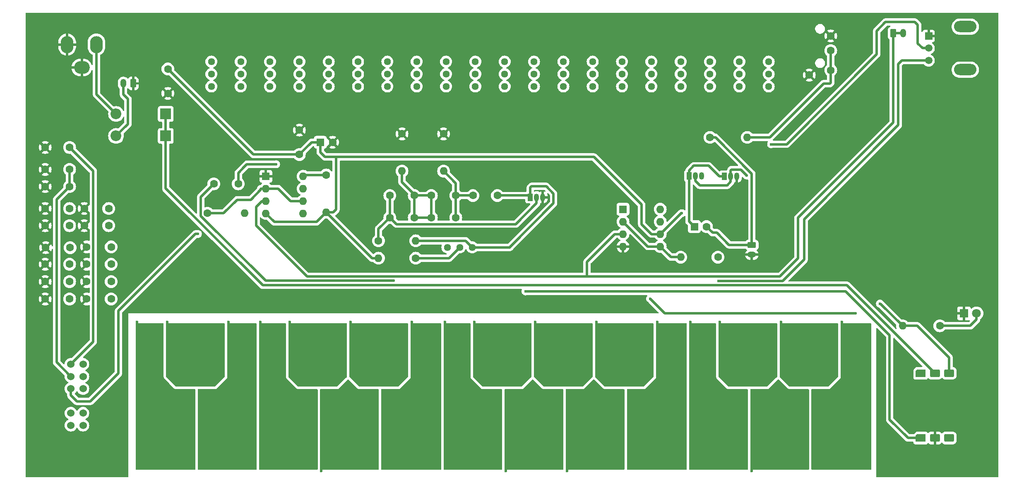
<source format=gbr>
%TF.GenerationSoftware,KiCad,Pcbnew,8.0.2*%
%TF.CreationDate,2025-05-17T21:18:52+08:00*%
%TF.ProjectId,TouchTone555,546f7563-6854-46f6-9e65-3535352e6b69,v1.2*%
%TF.SameCoordinates,Original*%
%TF.FileFunction,Copper,L1,Top*%
%TF.FilePolarity,Positive*%
%FSLAX46Y46*%
G04 Gerber Fmt 4.6, Leading zero omitted, Abs format (unit mm)*
G04 Created by KiCad (PCBNEW 8.0.2) date 2025-05-17 21:18:52*
%MOMM*%
%LPD*%
G01*
G04 APERTURE LIST*
G04 Aperture macros list*
%AMRoundRect*
0 Rectangle with rounded corners*
0 $1 Rounding radius*
0 $2 $3 $4 $5 $6 $7 $8 $9 X,Y pos of 4 corners*
0 Add a 4 corners polygon primitive as box body*
4,1,4,$2,$3,$4,$5,$6,$7,$8,$9,$2,$3,0*
0 Add four circle primitives for the rounded corners*
1,1,$1+$1,$2,$3*
1,1,$1+$1,$4,$5*
1,1,$1+$1,$6,$7*
1,1,$1+$1,$8,$9*
0 Add four rect primitives between the rounded corners*
20,1,$1+$1,$2,$3,$4,$5,0*
20,1,$1+$1,$4,$5,$6,$7,0*
20,1,$1+$1,$6,$7,$8,$9,0*
20,1,$1+$1,$8,$9,$2,$3,0*%
%AMOutline5P*
0 Free polygon, 5 corners , with rotation*
0 The origin of the aperture is its center*
0 number of corners: always 5*
0 $1 to $10 corner X, Y*
0 $11 Rotation angle, in degrees counterclockwise*
0 create outline with 5 corners*
4,1,5,$1,$2,$3,$4,$5,$6,$7,$8,$9,$10,$1,$2,$11*%
%AMOutline6P*
0 Free polygon, 6 corners , with rotation*
0 The origin of the aperture is its center*
0 number of corners: always 6*
0 $1 to $12 corner X, Y*
0 $13 Rotation angle, in degrees counterclockwise*
0 create outline with 6 corners*
4,1,6,$1,$2,$3,$4,$5,$6,$7,$8,$9,$10,$11,$12,$1,$2,$13*%
%AMOutline7P*
0 Free polygon, 7 corners , with rotation*
0 The origin of the aperture is its center*
0 number of corners: always 7*
0 $1 to $14 corner X, Y*
0 $15 Rotation angle, in degrees counterclockwise*
0 create outline with 7 corners*
4,1,7,$1,$2,$3,$4,$5,$6,$7,$8,$9,$10,$11,$12,$13,$14,$1,$2,$15*%
%AMOutline8P*
0 Free polygon, 8 corners , with rotation*
0 The origin of the aperture is its center*
0 number of corners: always 8*
0 $1 to $16 corner X, Y*
0 $17 Rotation angle, in degrees counterclockwise*
0 create outline with 8 corners*
4,1,8,$1,$2,$3,$4,$5,$6,$7,$8,$9,$10,$11,$12,$13,$14,$15,$16,$1,$2,$17*%
G04 Aperture macros list end*
%TA.AperFunction,ComponentPad*%
%ADD10R,2.200000X2.200000*%
%TD*%
%TA.AperFunction,ComponentPad*%
%ADD11O,2.200000X2.200000*%
%TD*%
%TA.AperFunction,ComponentPad*%
%ADD12C,1.524000*%
%TD*%
%TA.AperFunction,ComponentPad*%
%ADD13C,1.600000*%
%TD*%
%TA.AperFunction,ComponentPad*%
%ADD14O,1.600000X1.600000*%
%TD*%
%TA.AperFunction,ComponentPad*%
%ADD15R,1.600000X1.600000*%
%TD*%
%TA.AperFunction,ComponentPad*%
%ADD16Outline5P,-1.000000X0.480000X-0.680000X0.800000X1.000000X0.800000X1.000000X-0.800000X-1.000000X-0.800000X0.000000*%
%TD*%
%TA.AperFunction,ComponentPad*%
%ADD17RoundRect,0.284091X-0.715909X-0.515909X0.715909X-0.515909X0.715909X0.515909X-0.715909X0.515909X0*%
%TD*%
%TA.AperFunction,ComponentPad*%
%ADD18RoundRect,0.250000X-0.350000X-0.625000X0.350000X-0.625000X0.350000X0.625000X-0.350000X0.625000X0*%
%TD*%
%TA.AperFunction,ComponentPad*%
%ADD19O,1.200000X1.750000*%
%TD*%
%TA.AperFunction,ComponentPad*%
%ADD20C,1.440000*%
%TD*%
%TA.AperFunction,ComponentPad*%
%ADD21R,1.050000X1.500000*%
%TD*%
%TA.AperFunction,ComponentPad*%
%ADD22O,1.050000X1.500000*%
%TD*%
%TA.AperFunction,ComponentPad*%
%ADD23O,2.600000X3.500000*%
%TD*%
%TA.AperFunction,ComponentPad*%
%ADD24O,3.200000X2.600000*%
%TD*%
%TA.AperFunction,ComponentPad*%
%ADD25RoundRect,0.250000X-0.625000X0.350000X-0.625000X-0.350000X0.625000X-0.350000X0.625000X0.350000X0*%
%TD*%
%TA.AperFunction,ComponentPad*%
%ADD26O,1.750000X1.200000*%
%TD*%
%TA.AperFunction,ComponentPad*%
%ADD27RoundRect,0.250000X0.350000X0.625000X-0.350000X0.625000X-0.350000X-0.625000X0.350000X-0.625000X0*%
%TD*%
%TA.AperFunction,ComponentPad*%
%ADD28R,1.508000X1.508000*%
%TD*%
%TA.AperFunction,ComponentPad*%
%ADD29C,1.508000*%
%TD*%
%TA.AperFunction,ComponentPad*%
%ADD30O,4.600000X2.300000*%
%TD*%
%TA.AperFunction,ComponentPad*%
%ADD31R,1.800000X1.800000*%
%TD*%
%TA.AperFunction,ComponentPad*%
%ADD32C,1.800000*%
%TD*%
%TA.AperFunction,ViaPad*%
%ADD33C,0.600000*%
%TD*%
%TA.AperFunction,Conductor*%
%ADD34C,0.500000*%
%TD*%
G04 APERTURE END LIST*
D10*
%TO.P,D1,1,K*%
%TO.N,Net-(D1-K)*%
X79160000Y-75200000D03*
D11*
%TO.P,D1,2,A*%
%TO.N,Net-(D1-A)*%
X69000000Y-75200000D03*
%TD*%
D12*
%TO.P,SW3,1,1*%
%TO.N,Net-(C10-Pad2)*%
X59750000Y-138900000D03*
%TO.P,SW3,2,2*%
%TO.N,Net-(C5-Pad2)*%
X59750000Y-136400000D03*
%TO.P,SW3,3,C1*%
%TO.N,/Timing Capacitors*%
X59750000Y-131400000D03*
%TO.P,SW3,4,3*%
%TO.N,Net-(SW3-3)*%
X59750000Y-128900000D03*
%TO.P,SW3,5,4*%
%TO.N,Net-(SW3-4)*%
X59750000Y-126400000D03*
%TO.P,SW3,6,8*%
%TO.N,unconnected-(SW3-8-Pad6)*%
X62250000Y-138900000D03*
%TO.P,SW3,7,7*%
%TO.N,unconnected-(SW3-Pad7)*%
X62250000Y-136400000D03*
%TO.P,SW3,8,C2*%
%TO.N,unconnected-(SW3-C2-Pad8)*%
X62250000Y-131400000D03*
%TO.P,SW3,9,6*%
%TO.N,unconnected-(SW3-6-Pad9)*%
X62250000Y-128900000D03*
%TO.P,SW3,10,5*%
%TO.N,unconnected-(SW3-5-Pad10)*%
X62250000Y-126400000D03*
%TD*%
D13*
%TO.P,R7,1*%
%TO.N,Net-(J5-Pin_1)*%
X190500000Y-80000000D03*
D14*
%TO.P,R7,2*%
%TO.N,Net-(J3-Ring1)*%
X198120000Y-80000000D03*
%TD*%
D13*
%TO.P,R1,1*%
%TO.N,Net-(U1-VCC)*%
X112000000Y-87690000D03*
D14*
%TO.P,R1,2*%
%TO.N,VCC*%
X112000000Y-95310000D03*
%TD*%
D15*
%TO.P,C18,1*%
%TO.N,Net-(Q2-E)*%
X187294888Y-98250000D03*
D13*
%TO.P,C18,2*%
%TO.N,Net-(J5-Pin_1)*%
X189794888Y-98250000D03*
%TD*%
D16*
%TO.P,SW2,1*%
%TO.N,Net-(Q1-C)*%
X233600000Y-141500000D03*
D17*
%TO.P,SW2,2*%
%TO.N,GND*%
X236500000Y-141500000D03*
%TO.P,SW2,3*%
%TO.N,unconnected-(SW2-Pad3)*%
X239400000Y-141500000D03*
%TD*%
D18*
%TO.P,J4,1,Pin_1*%
%TO.N,/555 Output*%
X228000000Y-58700000D03*
D19*
%TO.P,J4,2,Pin_2*%
X230000000Y-58700000D03*
%TD*%
D20*
%TO.P,VR15,1*%
%TO.N,unconnected-(VR15-Pad1)*%
X130500000Y-69580000D03*
%TO.P,VR15,2*%
%TO.N,/Key 8*%
X130500000Y-67040000D03*
%TO.P,VR15,3*%
%TO.N,/Key 9*%
X130500000Y-64500000D03*
%TD*%
D13*
%TO.P,C6,1*%
%TO.N,GND*%
X54500000Y-98050000D03*
%TO.P,C6,2*%
%TO.N,Net-(C5-Pad2)*%
X59500000Y-98050000D03*
%TD*%
%TO.P,C16,1*%
%TO.N,GND*%
X63000000Y-113050000D03*
%TO.P,C16,2*%
%TO.N,Net-(C10-Pad2)*%
X68000000Y-113050000D03*
%TD*%
D21*
%TO.P,Q3,1,E*%
%TO.N,Net-(Q2-E)*%
X193460000Y-88000000D03*
D22*
%TO.P,Q3,2,B*%
%TO.N,Net-(Q2-B)*%
X194730000Y-88000000D03*
%TO.P,Q3,3,C*%
%TO.N,GND*%
X196000000Y-88000000D03*
%TD*%
D20*
%TO.P,VR4,1*%
%TO.N,unconnected-(VR4-Pad1)*%
X190500000Y-69580000D03*
%TO.P,VR4,2*%
%TO.N,/Key 18*%
X190500000Y-67040000D03*
%TO.P,VR4,3*%
%TO.N,/Key 19*%
X190500000Y-64500000D03*
%TD*%
%TO.P,VR5,1*%
%TO.N,unconnected-(VR5-Pad1)*%
X184500000Y-69580000D03*
%TO.P,VR5,2*%
%TO.N,/Key 17*%
X184500000Y-67040000D03*
%TO.P,VR5,3*%
%TO.N,/Key 18*%
X184500000Y-64500000D03*
%TD*%
D10*
%TO.P,D3,1,K*%
%TO.N,Net-(D1-K)*%
X79160000Y-79700000D03*
D11*
%TO.P,D3,2,A*%
%TO.N,Net-(D3-A)*%
X69000000Y-79700000D03*
%TD*%
D13*
%TO.P,C21,1*%
%TO.N,Net-(Q1-B)*%
X125000000Y-91890000D03*
%TO.P,C21,2*%
%TO.N,Net-(C20-Pad1)*%
X130000000Y-91890000D03*
%TD*%
D20*
%TO.P,VR8,1*%
%TO.N,unconnected-(VR8-Pad1)*%
X166500000Y-69580000D03*
%TO.P,VR8,2*%
%TO.N,/Key 14*%
X166500000Y-67040000D03*
%TO.P,VR8,3*%
%TO.N,/Key 15*%
X166500000Y-64500000D03*
%TD*%
%TO.P,VR22,1*%
%TO.N,unconnected-(VR22-Pad1)*%
X88500000Y-69580000D03*
%TO.P,VR22,2*%
%TO.N,/Key 1*%
X88500000Y-67040000D03*
%TO.P,VR22,3*%
%TO.N,/Key 2*%
X88500000Y-64500000D03*
%TD*%
D13*
%TO.P,C7,1*%
%TO.N,GND*%
X62500000Y-94550000D03*
%TO.P,C7,2*%
%TO.N,Net-(C5-Pad2)*%
X67500000Y-94550000D03*
%TD*%
%TO.P,R2,1*%
%TO.N,Net-(Q1-B)*%
X122690000Y-101150000D03*
D14*
%TO.P,R2,2*%
%TO.N,Net-(Q1-C)*%
X130310000Y-101150000D03*
%TD*%
D13*
%TO.P,C19,1*%
%TO.N,Net-(C19-Pad1)*%
X142000000Y-91890000D03*
%TO.P,C19,2*%
%TO.N,Net-(Q1-C)*%
X147000000Y-91890000D03*
%TD*%
%TO.P,C11,1*%
%TO.N,GND*%
X54500000Y-109500000D03*
%TO.P,C11,2*%
%TO.N,Net-(C10-Pad2)*%
X59500000Y-109500000D03*
%TD*%
D20*
%TO.P,VR11,1*%
%TO.N,unconnected-(VR11-Pad1)*%
X148500000Y-69580000D03*
%TO.P,VR11,2*%
%TO.N,/Key 11*%
X148500000Y-67040000D03*
%TO.P,VR11,3*%
%TO.N,/Key 12*%
X148500000Y-64500000D03*
%TD*%
D13*
%TO.P,R6,1*%
%TO.N,/Timing Capacitors*%
X87690000Y-95500000D03*
D14*
%TO.P,R6,2*%
%TO.N,Net-(R6-Pad2)*%
X95310000Y-95500000D03*
%TD*%
D13*
%TO.P,C5,1*%
%TO.N,GND*%
X54500000Y-94550000D03*
%TO.P,C5,2*%
%TO.N,Net-(C5-Pad2)*%
X59500000Y-94550000D03*
%TD*%
D20*
%TO.P,VR20,1*%
%TO.N,unconnected-(VR20-Pad1)*%
X100500000Y-69580000D03*
%TO.P,VR20,2*%
%TO.N,/Key 3*%
X100500000Y-67040000D03*
%TO.P,VR20,3*%
%TO.N,/Key 4*%
X100500000Y-64500000D03*
%TD*%
D13*
%TO.P,R5,1*%
%TO.N,Net-(D2-A)*%
X237510000Y-118550000D03*
D14*
%TO.P,R5,2*%
%TO.N,VCC*%
X229890000Y-118550000D03*
%TD*%
D20*
%TO.P,VR14,1*%
%TO.N,unconnected-(VR14-Pad1)*%
X136500000Y-69580000D03*
%TO.P,VR14,2*%
%TO.N,/Key 9*%
X136500000Y-67040000D03*
%TO.P,VR14,3*%
%TO.N,/Key 10*%
X136500000Y-64500000D03*
%TD*%
%TO.P,VR9,1*%
%TO.N,unconnected-(VR9-Pad1)*%
X160500000Y-69580000D03*
%TO.P,VR9,2*%
%TO.N,/Key 13*%
X160500000Y-67040000D03*
%TO.P,VR9,3*%
%TO.N,/Key 14*%
X160500000Y-64500000D03*
%TD*%
D13*
%TO.P,C9,1*%
%TO.N,GND*%
X54600000Y-102550000D03*
%TO.P,C9,2*%
%TO.N,Net-(C10-Pad2)*%
X59600000Y-102550000D03*
%TD*%
%TO.P,R8,1*%
%TO.N,/Vibrato Output*%
X130310000Y-104700000D03*
D14*
%TO.P,R8,2*%
%TO.N,VCC*%
X122690000Y-104700000D03*
%TD*%
D13*
%TO.P,R9,1*%
%TO.N,Net-(A5K1-Pad3)*%
X192120000Y-104500000D03*
D14*
%TO.P,R9,2*%
%TO.N,Net-(U2--)*%
X184500000Y-104500000D03*
%TD*%
D20*
%TO.P,VR17,1*%
%TO.N,unconnected-(VR17-Pad1)*%
X118500000Y-69580000D03*
%TO.P,VR17,2*%
%TO.N,/Key 6*%
X118500000Y-67040000D03*
%TO.P,VR17,3*%
%TO.N,/Key 7*%
X118500000Y-64500000D03*
%TD*%
D13*
%TO.P,C15,1*%
%TO.N,GND*%
X63000000Y-109500000D03*
%TO.P,C15,2*%
%TO.N,Net-(C10-Pad2)*%
X68000000Y-109500000D03*
%TD*%
D20*
%TO.P,VR3,1*%
%TO.N,unconnected-(VR3-Pad1)*%
X196500000Y-69580000D03*
%TO.P,VR3,2*%
%TO.N,/Key 19*%
X196500000Y-67040000D03*
%TO.P,VR3,3*%
%TO.N,/Key 20*%
X196500000Y-64500000D03*
%TD*%
%TO.P,VR6,1*%
%TO.N,unconnected-(VR6-Pad1)*%
X178500000Y-69580000D03*
%TO.P,VR6,2*%
%TO.N,/Key 16*%
X178500000Y-67040000D03*
%TO.P,VR6,3*%
%TO.N,/Key 17*%
X178500000Y-64500000D03*
%TD*%
D15*
%TO.P,U2,1,GAIN*%
%TO.N,unconnected-(U2-GAIN-Pad1)*%
X172700000Y-94700000D03*
D14*
%TO.P,U2,2,-*%
%TO.N,Net-(U2--)*%
X172700000Y-97240000D03*
%TO.P,U2,3,+*%
%TO.N,/555 Output*%
X172700000Y-99780000D03*
%TO.P,U2,4,GND*%
%TO.N,GND*%
X172700000Y-102320000D03*
%TO.P,U2,5*%
%TO.N,Net-(U2--)*%
X180320000Y-102320000D03*
%TO.P,U2,6,V+*%
%TO.N,VCC*%
X180320000Y-99780000D03*
%TO.P,U2,7,BYPASS*%
%TO.N,unconnected-(U2-BYPASS-Pad7)*%
X180320000Y-97240000D03*
%TO.P,U2,8,GAIN*%
%TO.N,unconnected-(U2-GAIN-Pad8)*%
X180320000Y-94700000D03*
%TD*%
D13*
%TO.P,C27,1*%
%TO.N,GND*%
X79600000Y-71000000D03*
%TO.P,C27,2*%
%TO.N,VCC*%
X79600000Y-66000000D03*
%TD*%
D21*
%TO.P,Q1,1,C*%
%TO.N,Net-(Q1-C)*%
X153730000Y-92250000D03*
D22*
%TO.P,Q1,2,B*%
%TO.N,Net-(Q1-B)*%
X155000000Y-92250000D03*
%TO.P,Q1,3,E*%
%TO.N,GND*%
X156270000Y-92250000D03*
%TD*%
D20*
%TO.P,VR10,1*%
%TO.N,unconnected-(VR10-Pad1)*%
X154500000Y-69580000D03*
%TO.P,VR10,2*%
%TO.N,/Key 12*%
X154500000Y-67040000D03*
%TO.P,VR10,3*%
%TO.N,/Key 13*%
X154500000Y-64500000D03*
%TD*%
D23*
%TO.P,J1,1*%
%TO.N,Net-(D1-A)*%
X65000000Y-61000000D03*
%TO.P,J1,2*%
%TO.N,GND*%
X59000000Y-61000000D03*
D24*
%TO.P,J1,3*%
X62000000Y-65700000D03*
%TD*%
D21*
%TO.P,Q2,1,E*%
%TO.N,Net-(Q2-E)*%
X186230000Y-87860000D03*
D22*
%TO.P,Q2,2,B*%
%TO.N,Net-(Q2-B)*%
X187500000Y-87860000D03*
%TO.P,Q2,3,C*%
%TO.N,VCC*%
X188770000Y-87860000D03*
%TD*%
D20*
%TO.P,VR2,1*%
%TO.N,unconnected-(VR2-Pad1)*%
X202500000Y-69580000D03*
%TO.P,VR2,2*%
%TO.N,/Key 20*%
X202500000Y-67040000D03*
%TO.P,VR2,3*%
%TO.N,Net-(R6-Pad2)*%
X202500000Y-64500000D03*
%TD*%
D13*
%TO.P,C2,1*%
%TO.N,GND*%
X54500000Y-82050000D03*
%TO.P,C2,2*%
%TO.N,Net-(SW3-4)*%
X59500000Y-82050000D03*
%TD*%
%TO.P,C17,1*%
%TO.N,GND*%
X106500000Y-78500000D03*
%TO.P,C17,2*%
%TO.N,VCC*%
X106500000Y-83500000D03*
%TD*%
%TO.P,C13,1*%
%TO.N,GND*%
X63000000Y-102400000D03*
%TO.P,C13,2*%
%TO.N,Net-(C10-Pad2)*%
X68000000Y-102400000D03*
%TD*%
%TO.P,R4,1*%
%TO.N,GND*%
X136000000Y-79270000D03*
D14*
%TO.P,R4,2*%
%TO.N,Net-(C19-Pad1)*%
X136000000Y-86890000D03*
%TD*%
D13*
%TO.P,C20,1*%
%TO.N,Net-(C20-Pad1)*%
X133500000Y-91890000D03*
%TO.P,C20,2*%
%TO.N,Net-(C19-Pad1)*%
X138500000Y-91890000D03*
%TD*%
D15*
%TO.P,U1,1,GND*%
%TO.N,GND*%
X99650000Y-87950000D03*
D14*
%TO.P,U1,2,TR*%
%TO.N,/Timing Capacitors*%
X99650000Y-90490000D03*
%TO.P,U1,3,Q*%
%TO.N,/555 Output*%
X99650000Y-93030000D03*
%TO.P,U1,4,R*%
%TO.N,VCC*%
X99650000Y-95570000D03*
%TO.P,U1,5,CV*%
%TO.N,Net-(U1-CV)*%
X107270000Y-95570000D03*
%TO.P,U1,6,THR*%
%TO.N,/Timing Capacitors*%
X107270000Y-93030000D03*
%TO.P,U1,7,DIS*%
%TO.N,unconnected-(U1-DIS-Pad7)*%
X107270000Y-90490000D03*
%TO.P,U1,8,VCC*%
%TO.N,Net-(U1-VCC)*%
X107270000Y-87950000D03*
%TD*%
D25*
%TO.P,J5,1,Pin_1*%
%TO.N,Net-(J5-Pin_1)*%
X199050000Y-102000000D03*
D26*
%TO.P,J5,2,Pin_2*%
%TO.N,GND*%
X199050000Y-104000000D03*
%TD*%
D13*
%TO.P,C1,1*%
%TO.N,Net-(U1-CV)*%
X94000000Y-89500000D03*
%TO.P,C1,2*%
%TO.N,/Vibrato Output*%
X89000000Y-89500000D03*
%TD*%
D15*
%TO.P,C24,1*%
%TO.N,VCC*%
X110794888Y-81000000D03*
D13*
%TO.P,C24,2*%
%TO.N,GND*%
X113294888Y-81000000D03*
%TD*%
%TO.P,C3,1*%
%TO.N,GND*%
X54500000Y-86550000D03*
%TO.P,C3,2*%
%TO.N,Net-(SW3-3)*%
X59500000Y-86550000D03*
%TD*%
D20*
%TO.P,VR13,1*%
%TO.N,unconnected-(VR13-Pad1)*%
X142500000Y-69580000D03*
%TO.P,VR13,2*%
%TO.N,/Key 10*%
X142500000Y-67040000D03*
%TO.P,VR13,3*%
%TO.N,/Key 11*%
X142500000Y-64500000D03*
%TD*%
D13*
%TO.P,C12,1*%
%TO.N,GND*%
X54500000Y-113050000D03*
%TO.P,C12,2*%
%TO.N,Net-(C10-Pad2)*%
X59500000Y-113050000D03*
%TD*%
D27*
%TO.P,J2,1,Pin_1*%
%TO.N,GND*%
X72500000Y-68950000D03*
D19*
%TO.P,J2,2,Pin_2*%
%TO.N,Net-(D3-A)*%
X70500000Y-68950000D03*
%TD*%
D13*
%TO.P,C14,1*%
%TO.N,GND*%
X63000000Y-105950000D03*
%TO.P,C14,2*%
%TO.N,Net-(C10-Pad2)*%
X68000000Y-105950000D03*
%TD*%
%TO.P,R3,1*%
%TO.N,GND*%
X127500000Y-79270000D03*
D14*
%TO.P,R3,2*%
%TO.N,Net-(C20-Pad1)*%
X127500000Y-86890000D03*
%TD*%
D28*
%TO.P,A5K1,1*%
%TO.N,GND*%
X235219500Y-59250000D03*
D29*
%TO.P,A5K1,2*%
%TO.N,Net-(Q2-B)*%
X235219500Y-61750000D03*
%TO.P,A5K1,3*%
%TO.N,Net-(A5K1-Pad3)*%
X235219500Y-64250000D03*
D30*
%TO.P,A5K1,S1*%
%TO.N,N/C*%
X242719500Y-57350000D03*
%TO.P,A5K1,S2*%
X242719500Y-66150000D03*
%TD*%
D13*
%TO.P,C8,1*%
%TO.N,GND*%
X62500000Y-98050000D03*
%TO.P,C8,2*%
%TO.N,Net-(C5-Pad2)*%
X67500000Y-98050000D03*
%TD*%
%TO.P,C4,1*%
%TO.N,GND*%
X54500000Y-90050000D03*
%TO.P,C4,2*%
%TO.N,Net-(SW3-3)*%
X59500000Y-90050000D03*
%TD*%
%TO.P,C23,1*%
%TO.N,Net-(C20-Pad1)*%
X133500000Y-96390000D03*
%TO.P,C23,2*%
%TO.N,Net-(C19-Pad1)*%
X138500000Y-96390000D03*
%TD*%
%TO.P,C22,1*%
%TO.N,Net-(Q1-B)*%
X125000000Y-96390000D03*
%TO.P,C22,2*%
%TO.N,Net-(C20-Pad1)*%
X130000000Y-96390000D03*
%TD*%
D20*
%TO.P,VR18,1*%
%TO.N,unconnected-(VR18-Pad1)*%
X112500000Y-69580000D03*
%TO.P,VR18,2*%
%TO.N,/Key 5*%
X112500000Y-67040000D03*
%TO.P,VR18,3*%
%TO.N,/Key 6*%
X112500000Y-64500000D03*
%TD*%
%TO.P,VR1,1*%
%TO.N,Net-(Q1-C)*%
X141850000Y-102500000D03*
%TO.P,VR1,2*%
%TO.N,/Vibrato Output*%
X139310000Y-102500000D03*
%TO.P,VR1,3*%
%TO.N,unconnected-(VR1-Pad3)*%
X136770000Y-102500000D03*
%TD*%
%TO.P,VR19,1*%
%TO.N,unconnected-(VR19-Pad1)*%
X106500000Y-69580000D03*
%TO.P,VR19,2*%
%TO.N,/Key 4*%
X106500000Y-67040000D03*
%TO.P,VR19,3*%
%TO.N,/Key 5*%
X106500000Y-64500000D03*
%TD*%
D13*
%TO.P,C10,1*%
%TO.N,GND*%
X54500000Y-105950000D03*
%TO.P,C10,2*%
%TO.N,Net-(C10-Pad2)*%
X59500000Y-105950000D03*
%TD*%
D16*
%TO.P,SW1,1*%
%TO.N,unconnected-(SW1-Pad1)*%
X233600000Y-128250000D03*
D17*
%TO.P,SW1,2*%
%TO.N,Net-(D1-K)*%
X236500000Y-128250000D03*
%TO.P,SW1,3*%
%TO.N,VCC*%
X239400000Y-128250000D03*
%TD*%
D20*
%TO.P,VR7,1*%
%TO.N,unconnected-(VR7-Pad1)*%
X172500000Y-69580000D03*
%TO.P,VR7,2*%
%TO.N,/Key 15*%
X172500000Y-67040000D03*
%TO.P,VR7,3*%
%TO.N,/Key 16*%
X172500000Y-64500000D03*
%TD*%
%TO.P,VR21,1*%
%TO.N,unconnected-(VR21-Pad1)*%
X94500000Y-69580000D03*
%TO.P,VR21,2*%
%TO.N,/Key 2*%
X94500000Y-67040000D03*
%TO.P,VR21,3*%
%TO.N,/Key 3*%
X94500000Y-64500000D03*
%TD*%
D13*
%TO.P,J3,1,Sleeve*%
%TO.N,GND*%
X210800000Y-67245000D03*
%TO.P,J3,2,Tip*%
%TO.N,Net-(J3-Ring1)*%
X215200000Y-66245000D03*
%TO.P,J3,3,Ring1*%
X215200000Y-62245000D03*
%TO.P,J3,4,Ring2*%
%TO.N,GND*%
X215200000Y-59245000D03*
%TD*%
D31*
%TO.P,D2,1,K*%
%TO.N,GND*%
X242475000Y-116000000D03*
D32*
%TO.P,D2,2,A*%
%TO.N,Net-(D2-A)*%
X245015000Y-116000000D03*
%TD*%
D20*
%TO.P,VR16,1*%
%TO.N,unconnected-(VR16-Pad1)*%
X124500000Y-69580000D03*
%TO.P,VR16,2*%
%TO.N,/Key 7*%
X124500000Y-67040000D03*
%TO.P,VR16,3*%
%TO.N,/Key 8*%
X124500000Y-64500000D03*
%TD*%
D33*
%TO.N,Net-(U1-CV)*%
X101750000Y-85500000D03*
%TO.N,GND*%
X155800000Y-98600000D03*
X196000000Y-104000000D03*
X166400000Y-106200000D03*
X166400000Y-100600000D03*
X153600000Y-96600000D03*
%TO.N,/Vibrato Output*%
X125750000Y-109300000D03*
%TO.N,VCC*%
X178250000Y-113000000D03*
X225250000Y-114000000D03*
X220250000Y-116000000D03*
X184750000Y-95500000D03*
%TO.N,/Timing Capacitors*%
X85750000Y-99750000D03*
%TO.N,/Key 20*%
X217500000Y-117750000D03*
%TO.N,/Key 19*%
X205000000Y-117750000D03*
%TO.N,/Key 18*%
X199000000Y-148250000D03*
%TO.N,/Key 17*%
X192500000Y-117750000D03*
%TO.N,/Key 16*%
X186500000Y-117750000D03*
%TO.N,/Key 15*%
X179750000Y-117750000D03*
%TO.N,/Key 14*%
X167250000Y-117750000D03*
%TO.N,/Key 13*%
X161250000Y-148250000D03*
%TO.N,/Key 12*%
X154750000Y-117750000D03*
%TO.N,/Key 11*%
X148750000Y-148250000D03*
%TO.N,/Key 10*%
X142250000Y-117750000D03*
%TO.N,/Key 9*%
X136250000Y-117750000D03*
%TO.N,/Key 8*%
X129500000Y-117750000D03*
%TO.N,/Key 7*%
X117000000Y-117750000D03*
%TO.N,/Key 6*%
X111000000Y-148250000D03*
%TO.N,/Key 5*%
X104500000Y-117750000D03*
%TO.N,/Key 4*%
X98500000Y-117750000D03*
%TO.N,/Key 3*%
X92000000Y-117750000D03*
%TO.N,/Key 2*%
X79500000Y-117750000D03*
%TO.N,/Key 1*%
X73250000Y-117750000D03*
%TO.N,Net-(Q1-C)*%
X152750000Y-111500000D03*
X149500000Y-102500000D03*
%TO.N,Net-(Q2-B)*%
X203000000Y-81400000D03*
X198000000Y-87800000D03*
%TO.N,Net-(A5K1-Pad3)*%
X192250000Y-109400000D03*
%TD*%
D34*
%TO.N,Net-(U1-CV)*%
X94000000Y-87250000D02*
X95250000Y-86000000D01*
X94000000Y-89500000D02*
X94000000Y-87250000D01*
X95250000Y-86000000D02*
X95750000Y-85500000D01*
X95750000Y-85500000D02*
X101750000Y-85500000D01*
%TO.N,GND*%
X196000000Y-104000000D02*
X199050000Y-104000000D01*
X156270000Y-93930000D02*
X153600000Y-96600000D01*
X156270000Y-92250000D02*
X156270000Y-93930000D01*
X155800000Y-98600000D02*
X157800000Y-100600000D01*
X157800000Y-100600000D02*
X166400000Y-100600000D01*
X170280000Y-102320000D02*
X172700000Y-102320000D01*
X166400000Y-106200000D02*
X170280000Y-102320000D01*
%TO.N,Net-(SW3-4)*%
X64350000Y-86900000D02*
X64350000Y-121800000D01*
X59500000Y-82050000D02*
X64350000Y-86900000D01*
X64350000Y-121800000D02*
X59750000Y-126400000D01*
%TO.N,Net-(SW3-3)*%
X56850000Y-126000000D02*
X56850000Y-92700000D01*
X59500000Y-86550000D02*
X59500000Y-90050000D01*
X59750000Y-128900000D02*
X56850000Y-126000000D01*
X56850000Y-92700000D02*
X59500000Y-90050000D01*
%TO.N,Net-(C19-Pad1)*%
X138500000Y-91890000D02*
X138500000Y-96390000D01*
X138500000Y-89390000D02*
X136000000Y-86890000D01*
X138500000Y-91890000D02*
X142000000Y-91890000D01*
X138500000Y-91890000D02*
X138500000Y-89390000D01*
%TO.N,/Vibrato Output*%
X86340000Y-96059189D02*
X99580811Y-109300000D01*
X89000000Y-89500000D02*
X86340000Y-92160000D01*
X86340000Y-92160000D02*
X86340000Y-96059189D01*
X130310000Y-104700000D02*
X137110000Y-104700000D01*
X99580811Y-109300000D02*
X125750000Y-109300000D01*
X137110000Y-104700000D02*
X139310000Y-102500000D01*
%TO.N,Net-(C20-Pad1)*%
X127500000Y-89150000D02*
X127500000Y-86890000D01*
X130000000Y-96390000D02*
X130000000Y-91890000D01*
X133500000Y-91890000D02*
X133500000Y-96390000D01*
X130000000Y-91650000D02*
X127500000Y-89150000D01*
X130000000Y-91890000D02*
X130000000Y-91650000D01*
X133500000Y-96390000D02*
X130000000Y-96390000D01*
X130000000Y-91890000D02*
X133500000Y-91890000D01*
%TO.N,Net-(Q1-B)*%
X126350000Y-97740000D02*
X125000000Y-96390000D01*
X122690000Y-98700000D02*
X125000000Y-96390000D01*
X150760000Y-97740000D02*
X126350000Y-97740000D01*
X122690000Y-101150000D02*
X122690000Y-98700000D01*
X155000000Y-92250000D02*
X155000000Y-93500000D01*
X125000000Y-91890000D02*
X125000000Y-96390000D01*
X155000000Y-93500000D02*
X150760000Y-97740000D01*
%TO.N,Net-(D1-A)*%
X65000000Y-71200000D02*
X65000000Y-61000000D01*
X65000000Y-71200000D02*
X69000000Y-75200000D01*
%TO.N,Net-(D1-K)*%
X218500000Y-110250000D02*
X99000000Y-110250000D01*
X79160000Y-75200000D02*
X79160000Y-79700000D01*
X99000000Y-110250000D02*
X79160000Y-90410000D01*
X79160000Y-90410000D02*
X79160000Y-79700000D01*
X236500000Y-128250000D02*
X218500000Y-110250000D01*
%TO.N,Net-(D2-A)*%
X237510000Y-118550000D02*
X243737792Y-118550000D01*
X243737792Y-118550000D02*
X245015000Y-117272792D01*
X245015000Y-117272792D02*
X245015000Y-116000000D01*
%TO.N,Net-(D3-A)*%
X71450000Y-77250000D02*
X71450000Y-72150000D01*
X71450000Y-72150000D02*
X70500000Y-71200000D01*
X70500000Y-71200000D02*
X70500000Y-68950000D01*
X69000000Y-79700000D02*
X71450000Y-77250000D01*
%TO.N,VCC*%
X109000000Y-81000000D02*
X106500000Y-83500000D01*
X232900000Y-118550000D02*
X239400000Y-125050000D01*
X121390000Y-104700000D02*
X112000000Y-95310000D01*
X180320000Y-99780000D02*
X178530000Y-99780000D01*
X110794888Y-81000000D02*
X109000000Y-81000000D01*
X229890000Y-118550000D02*
X225340000Y-114000000D01*
X110010000Y-97300000D02*
X101380000Y-97300000D01*
X225340000Y-114000000D02*
X225250000Y-114000000D01*
X176500000Y-97750000D02*
X176500000Y-93750000D01*
X112000000Y-95310000D02*
X110010000Y-97300000D01*
X112000000Y-95310000D02*
X113440000Y-95310000D01*
X176500000Y-93750000D02*
X166750000Y-84000000D01*
X220250000Y-116000000D02*
X181250000Y-116000000D01*
X110794888Y-83044888D02*
X110794888Y-81000000D01*
X113440000Y-95310000D02*
X114000000Y-94750000D01*
X181250000Y-116000000D02*
X178250000Y-113000000D01*
X97100000Y-83500000D02*
X106500000Y-83500000D01*
X79600000Y-66000000D02*
X97100000Y-83500000D01*
X111750000Y-84000000D02*
X110794888Y-83044888D01*
X184600000Y-95500000D02*
X184750000Y-95500000D01*
X114000000Y-84000000D02*
X111750000Y-84000000D01*
X114000000Y-94750000D02*
X114000000Y-84000000D01*
X239400000Y-125050000D02*
X239400000Y-128250000D01*
X166750000Y-84000000D02*
X114000000Y-84000000D01*
X229890000Y-118550000D02*
X232900000Y-118550000D01*
X101380000Y-97300000D02*
X99650000Y-95570000D01*
X180320000Y-99780000D02*
X184600000Y-95500000D01*
X122690000Y-104700000D02*
X121390000Y-104700000D01*
X178530000Y-99780000D02*
X176500000Y-97750000D01*
%TO.N,/Timing Capacitors*%
X99640000Y-90500000D02*
X99650000Y-90490000D01*
X69500000Y-115500000D02*
X85250000Y-99750000D01*
X59750000Y-132750000D02*
X61000000Y-134000000D01*
X104730000Y-93030000D02*
X102190000Y-90490000D01*
X107270000Y-93030000D02*
X104730000Y-93030000D01*
X63750000Y-134000000D02*
X69500000Y-128250000D01*
X69500000Y-128250000D02*
X69500000Y-115500000D01*
X91000000Y-95500000D02*
X93750000Y-92750000D01*
X98600000Y-90500000D02*
X99640000Y-90500000D01*
X87690000Y-95500000D02*
X91000000Y-95500000D01*
X61000000Y-134000000D02*
X63750000Y-134000000D01*
X85250000Y-99750000D02*
X85750000Y-99750000D01*
X96550000Y-92750000D02*
X98600000Y-90700000D01*
X93750000Y-92750000D02*
X96550000Y-92750000D01*
X59750000Y-131400000D02*
X59750000Y-132750000D01*
X102190000Y-90490000D02*
X99650000Y-90490000D01*
X98600000Y-90700000D02*
X98600000Y-90500000D01*
%TO.N,/555 Output*%
X99650000Y-93030000D02*
X98870000Y-93030000D01*
X228000000Y-76951346D02*
X208500000Y-96451346D01*
X228000000Y-58700000D02*
X228000000Y-76951346D01*
X98870000Y-93030000D02*
X97650000Y-94250000D01*
X228000000Y-58700000D02*
X230000000Y-58700000D01*
X171020000Y-99780000D02*
X172700000Y-99780000D01*
X165350000Y-105450000D02*
X171020000Y-99780000D01*
X97650000Y-98050000D02*
X108050000Y-108450000D01*
X165350000Y-108450000D02*
X165350000Y-105450000D01*
X208500000Y-104750000D02*
X204800000Y-108450000D01*
X97650000Y-94250000D02*
X97650000Y-98050000D01*
X108050000Y-108450000D02*
X165350000Y-108450000D01*
X204800000Y-108450000D02*
X165350000Y-108450000D01*
X208500000Y-96451346D02*
X208500000Y-104750000D01*
%TO.N,/Key 20*%
X217500000Y-117750000D02*
X217500000Y-118250000D01*
%TO.N,/Key 19*%
X205000000Y-117750000D02*
X205000000Y-118250000D01*
%TO.N,/Key 18*%
X199000000Y-148250000D02*
X199000000Y-147750000D01*
%TO.N,/Key 17*%
X192500000Y-117750000D02*
X192500000Y-118250000D01*
%TO.N,/Key 16*%
X186500000Y-117750000D02*
X186500000Y-118250000D01*
%TO.N,/Key 15*%
X179750000Y-117750000D02*
X179750000Y-118250000D01*
%TO.N,/Key 14*%
X167250000Y-117750000D02*
X167250000Y-118250000D01*
%TO.N,/Key 13*%
X161250000Y-148250000D02*
X161250000Y-147750000D01*
%TO.N,/Key 12*%
X154750000Y-117750000D02*
X154750000Y-118250000D01*
%TO.N,/Key 11*%
X148750000Y-148250000D02*
X148750000Y-147750000D01*
%TO.N,/Key 10*%
X142250000Y-117750000D02*
X142250000Y-118250000D01*
%TO.N,/Key 9*%
X136250000Y-117750000D02*
X136250000Y-118250000D01*
%TO.N,/Key 8*%
X129500000Y-117750000D02*
X129500000Y-118250000D01*
%TO.N,/Key 7*%
X117000000Y-117750000D02*
X117000000Y-118250000D01*
%TO.N,/Key 6*%
X111000000Y-148250000D02*
X111000000Y-147750000D01*
%TO.N,/Key 5*%
X104500000Y-117750000D02*
X104500000Y-118250000D01*
%TO.N,/Key 4*%
X98500000Y-117750000D02*
X98500000Y-118250000D01*
%TO.N,/Key 3*%
X92000000Y-117750000D02*
X92000000Y-118250000D01*
%TO.N,/Key 2*%
X79500000Y-117750000D02*
X79500000Y-118250000D01*
%TO.N,/Key 1*%
X73250000Y-117750000D02*
X73250000Y-118250000D01*
%TO.N,Net-(Q1-C)*%
X158500000Y-93500000D02*
X149500000Y-102500000D01*
X147000000Y-91890000D02*
X153370000Y-91890000D01*
X154000000Y-90000000D02*
X157000000Y-90000000D01*
X130310000Y-101150000D02*
X140500000Y-101150000D01*
X157000000Y-90000000D02*
X158500000Y-91500000D01*
X140500000Y-101150000D02*
X141850000Y-102500000D01*
X158500000Y-91500000D02*
X158500000Y-93500000D01*
X149500000Y-102500000D02*
X141850000Y-102500000D01*
X227250000Y-137750000D02*
X227250000Y-120500000D01*
X218000000Y-111500000D02*
X152750000Y-111500000D01*
X231000000Y-141500000D02*
X227250000Y-137750000D01*
X153730000Y-90270000D02*
X154000000Y-90000000D01*
X233600000Y-141500000D02*
X231000000Y-141500000D01*
X153370000Y-91890000D02*
X153730000Y-92250000D01*
X153730000Y-92250000D02*
X153730000Y-90270000D01*
X223750000Y-117000000D02*
X218250000Y-111500000D01*
X218250000Y-111500000D02*
X218000000Y-111500000D01*
X227250000Y-120500000D02*
X223750000Y-117000000D01*
%TO.N,Net-(Q2-B)*%
X232400000Y-56400000D02*
X233000000Y-57000000D01*
X196800000Y-86600000D02*
X198000000Y-87800000D01*
X194000000Y-89800000D02*
X194730000Y-89070000D01*
X233000000Y-60800000D02*
X233950000Y-61750000D01*
X206200000Y-81400000D02*
X224600000Y-63000000D01*
X233000000Y-57000000D02*
X233000000Y-60800000D01*
X188400000Y-89800000D02*
X194000000Y-89800000D01*
X224600000Y-58200000D02*
X226400000Y-56400000D01*
X187500000Y-88900000D02*
X188400000Y-89800000D01*
X233950000Y-61750000D02*
X235219500Y-61750000D01*
X194730000Y-86750000D02*
X194880000Y-86600000D01*
X194880000Y-86600000D02*
X196800000Y-86600000D01*
X203000000Y-81400000D02*
X206200000Y-81400000D01*
X226400000Y-56400000D02*
X232400000Y-56400000D01*
X194730000Y-89070000D02*
X194730000Y-88000000D01*
X224600000Y-63000000D02*
X224600000Y-58200000D01*
X187500000Y-87860000D02*
X187500000Y-88900000D01*
X194730000Y-88000000D02*
X194730000Y-86750000D01*
%TO.N,Net-(U2--)*%
X184500000Y-104500000D02*
X182500000Y-104500000D01*
X177780000Y-102320000D02*
X172700000Y-97240000D01*
X180320000Y-102320000D02*
X177780000Y-102320000D01*
X182500000Y-104500000D02*
X180320000Y-102320000D01*
%TO.N,Net-(Q2-E)*%
X187294888Y-98250000D02*
X186230000Y-97185112D01*
X186230000Y-86770000D02*
X186230000Y-87860000D01*
X193460000Y-88000000D02*
X192400000Y-88000000D01*
X192400000Y-88000000D02*
X190200000Y-85800000D01*
X187200000Y-85800000D02*
X186230000Y-86770000D01*
X190200000Y-85800000D02*
X187200000Y-85800000D01*
X186230000Y-97185112D02*
X186230000Y-87860000D01*
%TO.N,Net-(J5-Pin_1)*%
X194400000Y-102000000D02*
X191900000Y-99500000D01*
X199050000Y-102000000D02*
X194400000Y-102000000D01*
X190500000Y-80000000D02*
X191631370Y-80000000D01*
X199050000Y-87418630D02*
X199050000Y-102000000D01*
X191044888Y-99500000D02*
X189794888Y-98250000D01*
X191631370Y-80000000D02*
X199050000Y-87418630D01*
X191900000Y-99500000D02*
X191044888Y-99500000D01*
%TO.N,Net-(J3-Ring1)*%
X213750000Y-69000000D02*
X215000000Y-69000000D01*
X202750000Y-80000000D02*
X213750000Y-69000000D01*
X215200000Y-66245000D02*
X215200000Y-62245000D01*
X215200000Y-68800000D02*
X215200000Y-66245000D01*
X198120000Y-80000000D02*
X202750000Y-80000000D01*
X215000000Y-69000000D02*
X215200000Y-68800000D01*
%TO.N,Net-(U1-VCC)*%
X112000000Y-87690000D02*
X107530000Y-87690000D01*
X107530000Y-87690000D02*
X107270000Y-87950000D01*
%TO.N,Net-(A5K1-Pad3)*%
X229000000Y-77500000D02*
X228500000Y-78000000D01*
X209750000Y-96750000D02*
X209750000Y-105000000D01*
X205350000Y-109400000D02*
X192250000Y-109400000D01*
X235219500Y-64250000D02*
X229750000Y-64250000D01*
X229000000Y-65000000D02*
X229000000Y-77500000D01*
X228500000Y-78000000D02*
X209750000Y-96750000D01*
X206000000Y-108750000D02*
X205350000Y-109400000D01*
X209750000Y-105000000D02*
X206000000Y-108750000D01*
X229750000Y-64250000D02*
X229000000Y-65000000D01*
%TD*%
%TA.AperFunction,Conductor*%
%TO.N,/Key 20*%
G36*
X223443039Y-118019685D02*
G01*
X223488794Y-118072489D01*
X223500000Y-118124000D01*
X223500000Y-147876000D01*
X223480315Y-147943039D01*
X223427511Y-147988794D01*
X223376000Y-148000000D01*
X211374000Y-148000000D01*
X211306961Y-147980315D01*
X211261206Y-147927511D01*
X211250000Y-147876000D01*
X211250000Y-131585940D01*
X211269685Y-131518901D01*
X211322489Y-131473146D01*
X211374000Y-131461940D01*
X214941342Y-131461940D01*
X217211940Y-129191342D01*
X217211940Y-118124000D01*
X217231625Y-118056961D01*
X217284429Y-118011206D01*
X217335940Y-118000000D01*
X223376000Y-118000000D01*
X223443039Y-118019685D01*
G37*
%TD.AperFunction*%
%TD*%
%TA.AperFunction,Conductor*%
%TO.N,/Key 7*%
G36*
X128649479Y-118019685D02*
G01*
X128695234Y-118072489D01*
X128706440Y-118124000D01*
X128706440Y-128930596D01*
X128686755Y-128997635D01*
X128670121Y-129018277D01*
X126768277Y-130920121D01*
X126706954Y-130953606D01*
X126680596Y-130956440D01*
X123374000Y-130956440D01*
X123373991Y-130956440D01*
X123373990Y-130956441D01*
X123266549Y-130967992D01*
X123266537Y-130967994D01*
X123215030Y-130979199D01*
X123171603Y-130993654D01*
X123132443Y-131000000D01*
X118801362Y-131000000D01*
X118734323Y-130980315D01*
X118713681Y-130963681D01*
X116786319Y-129036319D01*
X116752834Y-128974996D01*
X116750000Y-128948638D01*
X116750000Y-118124000D01*
X116769685Y-118056961D01*
X116822489Y-118011206D01*
X116874000Y-118000000D01*
X128582440Y-118000000D01*
X128649479Y-118019685D01*
G37*
%TD.AperFunction*%
%TD*%
%TA.AperFunction,Conductor*%
%TO.N,GND*%
G36*
X249442539Y-54520185D02*
G01*
X249488294Y-54572989D01*
X249499500Y-54624500D01*
X249499500Y-149375500D01*
X249479815Y-149442539D01*
X249427011Y-149488294D01*
X249375500Y-149499500D01*
X224624000Y-149499500D01*
X224556961Y-149479815D01*
X224511206Y-149427011D01*
X224500000Y-149375500D01*
X224500000Y-119110729D01*
X224519685Y-119043690D01*
X224572489Y-118997935D01*
X224641647Y-118987991D01*
X224705203Y-119017016D01*
X224711673Y-119023040D01*
X224846562Y-119157929D01*
X226463181Y-120774548D01*
X226496666Y-120835871D01*
X226499500Y-120862229D01*
X226499500Y-137823918D01*
X226499500Y-137823920D01*
X226499499Y-137823920D01*
X226528340Y-137968907D01*
X226528343Y-137968917D01*
X226584913Y-138105490D01*
X226584915Y-138105493D01*
X226593825Y-138118829D01*
X226593824Y-138118829D01*
X226667046Y-138228414D01*
X226667052Y-138228421D01*
X230521584Y-142082952D01*
X230521586Y-142082954D01*
X230551058Y-142102645D01*
X230595270Y-142132186D01*
X230644505Y-142165084D01*
X230644506Y-142165084D01*
X230644507Y-142165085D01*
X230644509Y-142165086D01*
X230708525Y-142191602D01*
X230781087Y-142221658D01*
X230781091Y-142221658D01*
X230781092Y-142221659D01*
X230926079Y-142250500D01*
X230926082Y-142250500D01*
X230926083Y-142250500D01*
X231073918Y-142250500D01*
X231977649Y-142250500D01*
X232044688Y-142270185D01*
X232090443Y-142322989D01*
X232100939Y-142361248D01*
X232105908Y-142407483D01*
X232156202Y-142542328D01*
X232156206Y-142542335D01*
X232242452Y-142657544D01*
X232242455Y-142657547D01*
X232357664Y-142743793D01*
X232357671Y-142743797D01*
X232492517Y-142794091D01*
X232492516Y-142794091D01*
X232499444Y-142794835D01*
X232552127Y-142800500D01*
X234647872Y-142800499D01*
X234707483Y-142794091D01*
X234842331Y-142743796D01*
X234957546Y-142657546D01*
X235025614Y-142566617D01*
X235081546Y-142524749D01*
X235151237Y-142519765D01*
X235212560Y-142553250D01*
X235292124Y-142632814D01*
X235441731Y-142726818D01*
X235441734Y-142726820D01*
X235608513Y-142785179D01*
X235740053Y-142799999D01*
X235740057Y-142800000D01*
X236250000Y-142800000D01*
X236250000Y-141900000D01*
X236750000Y-141900000D01*
X236750000Y-142800000D01*
X237259943Y-142800000D01*
X237259946Y-142799999D01*
X237391486Y-142785179D01*
X237558265Y-142726820D01*
X237558268Y-142726818D01*
X237707875Y-142632814D01*
X237832812Y-142507877D01*
X237844709Y-142488944D01*
X237897043Y-142442653D01*
X237966097Y-142432003D01*
X238029945Y-142460378D01*
X238054697Y-142488942D01*
X238066789Y-142508187D01*
X238066791Y-142508189D01*
X238191811Y-142633209D01*
X238341515Y-142727274D01*
X238508398Y-142785669D01*
X238508401Y-142785669D01*
X238508403Y-142785670D01*
X238597099Y-142795663D01*
X238640020Y-142800499D01*
X238640023Y-142800500D01*
X238640026Y-142800500D01*
X240159977Y-142800500D01*
X240159978Y-142800499D01*
X240225788Y-142793084D01*
X240291596Y-142785670D01*
X240291597Y-142785669D01*
X240291602Y-142785669D01*
X240458485Y-142727274D01*
X240608189Y-142633209D01*
X240733209Y-142508189D01*
X240827274Y-142358485D01*
X240885669Y-142191602D01*
X240900500Y-142059974D01*
X240900500Y-140940026D01*
X240885669Y-140808398D01*
X240827274Y-140641515D01*
X240733209Y-140491811D01*
X240608189Y-140366791D01*
X240529149Y-140317127D01*
X240458484Y-140272725D01*
X240291596Y-140214329D01*
X240159980Y-140199500D01*
X240159974Y-140199500D01*
X238640026Y-140199500D01*
X238640019Y-140199500D01*
X238508403Y-140214329D01*
X238341515Y-140272725D01*
X238191810Y-140366791D01*
X238066791Y-140491810D01*
X238066790Y-140491812D01*
X238054696Y-140511059D01*
X238002361Y-140557348D01*
X237933307Y-140567995D01*
X237869459Y-140539618D01*
X237844711Y-140511056D01*
X237832819Y-140492130D01*
X237832814Y-140492124D01*
X237707875Y-140367185D01*
X237558268Y-140273181D01*
X237558265Y-140273179D01*
X237391486Y-140214820D01*
X237259946Y-140200000D01*
X236750000Y-140200000D01*
X236750000Y-141100000D01*
X236250000Y-141100000D01*
X236250000Y-140200000D01*
X235740053Y-140200000D01*
X235608513Y-140214820D01*
X235441734Y-140273179D01*
X235441731Y-140273181D01*
X235292126Y-140367184D01*
X235212560Y-140446750D01*
X235151236Y-140480234D01*
X235081545Y-140475250D01*
X235025612Y-140433379D01*
X234957546Y-140342454D01*
X234923706Y-140317121D01*
X234842335Y-140256206D01*
X234842328Y-140256202D01*
X234707482Y-140205908D01*
X234707483Y-140205908D01*
X234647883Y-140199501D01*
X234647881Y-140199500D01*
X234647873Y-140199500D01*
X234647864Y-140199500D01*
X232879029Y-140199500D01*
X232794950Y-140210060D01*
X232661984Y-140265136D01*
X232595065Y-140317121D01*
X232595058Y-140317127D01*
X232217120Y-140695064D01*
X232217114Y-140695071D01*
X232212068Y-140701568D01*
X232155397Y-140742436D01*
X232114141Y-140749500D01*
X231362230Y-140749500D01*
X231295191Y-140729815D01*
X231274549Y-140713181D01*
X228036819Y-137475451D01*
X228003334Y-137414128D01*
X228000500Y-137387770D01*
X228000500Y-121111229D01*
X228020185Y-121044190D01*
X228072989Y-120998435D01*
X228142147Y-120988491D01*
X228205703Y-121017516D01*
X228212181Y-121023548D01*
X233926452Y-126737819D01*
X233959937Y-126799142D01*
X233954953Y-126868834D01*
X233913081Y-126924767D01*
X233847617Y-126949184D01*
X233838771Y-126949500D01*
X232879029Y-126949500D01*
X232794950Y-126960060D01*
X232661984Y-127015136D01*
X232595065Y-127067121D01*
X232595058Y-127067127D01*
X232217117Y-127445067D01*
X232217108Y-127445077D01*
X232165136Y-127511982D01*
X232110060Y-127644950D01*
X232099500Y-127729019D01*
X232099500Y-129097870D01*
X232099501Y-129097876D01*
X232105908Y-129157483D01*
X232156202Y-129292328D01*
X232156206Y-129292335D01*
X232242452Y-129407544D01*
X232242455Y-129407547D01*
X232357664Y-129493793D01*
X232357671Y-129493797D01*
X232492517Y-129544091D01*
X232492516Y-129544091D01*
X232499444Y-129544835D01*
X232552127Y-129550500D01*
X234647872Y-129550499D01*
X234707483Y-129544091D01*
X234842331Y-129493796D01*
X234957546Y-129407546D01*
X235025311Y-129317023D01*
X235081243Y-129275154D01*
X235150935Y-129270170D01*
X235212257Y-129303655D01*
X235291811Y-129383209D01*
X235441515Y-129477274D01*
X235608398Y-129535669D01*
X235608401Y-129535669D01*
X235608403Y-129535670D01*
X235697099Y-129545663D01*
X235740020Y-129550499D01*
X235740023Y-129550500D01*
X235740026Y-129550500D01*
X237259977Y-129550500D01*
X237259978Y-129550499D01*
X237325788Y-129543084D01*
X237391596Y-129535670D01*
X237391597Y-129535669D01*
X237391602Y-129535669D01*
X237558485Y-129477274D01*
X237708189Y-129383209D01*
X237833209Y-129258189D01*
X237845007Y-129239411D01*
X237897339Y-129193123D01*
X237966393Y-129182473D01*
X238030241Y-129210848D01*
X238054991Y-129239409D01*
X238066791Y-129258189D01*
X238191811Y-129383209D01*
X238341515Y-129477274D01*
X238508398Y-129535669D01*
X238508401Y-129535669D01*
X238508403Y-129535670D01*
X238597099Y-129545663D01*
X238640020Y-129550499D01*
X238640023Y-129550500D01*
X238640026Y-129550500D01*
X240159977Y-129550500D01*
X240159978Y-129550499D01*
X240225788Y-129543084D01*
X240291596Y-129535670D01*
X240291597Y-129535669D01*
X240291602Y-129535669D01*
X240458485Y-129477274D01*
X240608189Y-129383209D01*
X240733209Y-129258189D01*
X240827274Y-129108485D01*
X240885669Y-128941602D01*
X240890357Y-128900000D01*
X240900499Y-128809980D01*
X240900500Y-128809976D01*
X240900500Y-127690023D01*
X240900499Y-127690019D01*
X240885670Y-127558403D01*
X240885669Y-127558401D01*
X240885669Y-127558398D01*
X240827274Y-127391515D01*
X240733209Y-127241811D01*
X240608189Y-127116791D01*
X240529149Y-127067127D01*
X240458484Y-127022725D01*
X240291596Y-126964329D01*
X240260616Y-126960839D01*
X240196202Y-126933772D01*
X240156647Y-126876178D01*
X240150500Y-126837619D01*
X240150500Y-124976079D01*
X240121659Y-124831092D01*
X240121658Y-124831091D01*
X240121658Y-124831087D01*
X240121656Y-124831082D01*
X240065087Y-124694511D01*
X240065080Y-124694498D01*
X239982952Y-124571585D01*
X239982951Y-124571584D01*
X239878416Y-124467049D01*
X233961367Y-118549998D01*
X236204532Y-118549998D01*
X236204532Y-118550001D01*
X236224364Y-118776686D01*
X236224366Y-118776697D01*
X236283258Y-118996488D01*
X236283261Y-118996497D01*
X236379431Y-119202732D01*
X236379432Y-119202734D01*
X236509954Y-119389141D01*
X236670858Y-119550045D01*
X236670861Y-119550047D01*
X236857266Y-119680568D01*
X237063504Y-119776739D01*
X237283308Y-119835635D01*
X237445230Y-119849801D01*
X237509998Y-119855468D01*
X237510000Y-119855468D01*
X237510002Y-119855468D01*
X237566673Y-119850509D01*
X237736692Y-119835635D01*
X237956496Y-119776739D01*
X238162734Y-119680568D01*
X238349139Y-119550047D01*
X238510047Y-119389139D01*
X238535088Y-119353377D01*
X238589665Y-119309752D01*
X238636663Y-119300500D01*
X243811712Y-119300500D01*
X243909254Y-119281096D01*
X243956705Y-119271658D01*
X244093287Y-119215084D01*
X244142521Y-119182186D01*
X244216208Y-119132952D01*
X245597952Y-117751208D01*
X245665910Y-117649500D01*
X245680084Y-117628287D01*
X245736658Y-117491705D01*
X245756173Y-117393598D01*
X245765500Y-117346712D01*
X245765500Y-117251198D01*
X245785185Y-117184159D01*
X245813338Y-117153344D01*
X245966784Y-117033913D01*
X246123979Y-116863153D01*
X246250924Y-116668849D01*
X246344157Y-116456300D01*
X246401134Y-116231305D01*
X246420300Y-116000000D01*
X246420300Y-115999993D01*
X246401135Y-115768702D01*
X246401133Y-115768691D01*
X246344157Y-115543699D01*
X246250924Y-115331151D01*
X246123983Y-115136852D01*
X246123980Y-115136849D01*
X246123979Y-115136847D01*
X245966784Y-114966087D01*
X245966779Y-114966083D01*
X245966777Y-114966081D01*
X245783634Y-114823535D01*
X245783628Y-114823531D01*
X245579504Y-114713064D01*
X245579495Y-114713061D01*
X245359984Y-114637702D01*
X245172404Y-114606401D01*
X245131049Y-114599500D01*
X244898951Y-114599500D01*
X244857596Y-114606401D01*
X244670015Y-114637702D01*
X244450504Y-114713061D01*
X244450495Y-114713064D01*
X244246371Y-114823531D01*
X244246365Y-114823535D01*
X244063222Y-114966081D01*
X244063215Y-114966087D01*
X244054484Y-114975572D01*
X243994595Y-115011561D01*
X243924757Y-115009458D01*
X243867143Y-114969932D01*
X243847075Y-114934918D01*
X243818355Y-114857915D01*
X243818350Y-114857906D01*
X243732190Y-114742812D01*
X243732187Y-114742809D01*
X243617093Y-114656649D01*
X243617086Y-114656645D01*
X243482379Y-114606403D01*
X243482372Y-114606401D01*
X243422844Y-114600000D01*
X242725000Y-114600000D01*
X242725000Y-115624722D01*
X242648694Y-115580667D01*
X242534244Y-115550000D01*
X242415756Y-115550000D01*
X242301306Y-115580667D01*
X242225000Y-115624722D01*
X242225000Y-114600000D01*
X241527155Y-114600000D01*
X241467627Y-114606401D01*
X241467620Y-114606403D01*
X241332913Y-114656645D01*
X241332906Y-114656649D01*
X241217812Y-114742809D01*
X241217809Y-114742812D01*
X241131649Y-114857906D01*
X241131645Y-114857913D01*
X241081403Y-114992620D01*
X241081401Y-114992627D01*
X241075000Y-115052155D01*
X241075000Y-115750000D01*
X242099722Y-115750000D01*
X242055667Y-115826306D01*
X242025000Y-115940756D01*
X242025000Y-116059244D01*
X242055667Y-116173694D01*
X242099722Y-116250000D01*
X241075000Y-116250000D01*
X241075000Y-116947844D01*
X241081401Y-117007372D01*
X241081403Y-117007379D01*
X241131645Y-117142086D01*
X241131649Y-117142093D01*
X241217809Y-117257187D01*
X241217812Y-117257190D01*
X241332906Y-117343350D01*
X241332913Y-117343354D01*
X241467620Y-117393596D01*
X241467627Y-117393598D01*
X241527155Y-117399999D01*
X241527172Y-117400000D01*
X242225000Y-117400000D01*
X242225000Y-116375277D01*
X242301306Y-116419333D01*
X242415756Y-116450000D01*
X242534244Y-116450000D01*
X242648694Y-116419333D01*
X242725000Y-116375277D01*
X242725000Y-117400000D01*
X243422828Y-117400000D01*
X243422844Y-117399999D01*
X243482372Y-117393598D01*
X243482376Y-117393597D01*
X243507210Y-117384335D01*
X243576901Y-117379351D01*
X243638225Y-117412835D01*
X243671710Y-117474158D01*
X243666726Y-117543850D01*
X243638225Y-117588198D01*
X243463243Y-117763181D01*
X243401920Y-117796666D01*
X243375562Y-117799500D01*
X238636663Y-117799500D01*
X238569624Y-117779815D01*
X238535088Y-117746623D01*
X238510045Y-117710858D01*
X238349141Y-117549954D01*
X238162734Y-117419432D01*
X238162732Y-117419431D01*
X237956497Y-117323261D01*
X237956488Y-117323258D01*
X237736697Y-117264366D01*
X237736693Y-117264365D01*
X237736692Y-117264365D01*
X237736691Y-117264364D01*
X237736686Y-117264364D01*
X237510002Y-117244532D01*
X237509998Y-117244532D01*
X237283313Y-117264364D01*
X237283302Y-117264366D01*
X237063511Y-117323258D01*
X237063502Y-117323261D01*
X236857267Y-117419431D01*
X236857265Y-117419432D01*
X236670858Y-117549954D01*
X236509954Y-117710858D01*
X236379432Y-117897265D01*
X236379431Y-117897267D01*
X236283261Y-118103502D01*
X236283258Y-118103511D01*
X236224366Y-118323302D01*
X236224364Y-118323313D01*
X236204532Y-118549998D01*
X233961367Y-118549998D01*
X233378421Y-117967052D01*
X233378414Y-117967046D01*
X233304729Y-117917812D01*
X233304729Y-117917813D01*
X233255491Y-117884913D01*
X233118917Y-117828343D01*
X233118907Y-117828340D01*
X232973920Y-117799500D01*
X232973918Y-117799500D01*
X231016663Y-117799500D01*
X230949624Y-117779815D01*
X230915088Y-117746623D01*
X230890045Y-117710858D01*
X230729141Y-117549954D01*
X230542734Y-117419432D01*
X230542732Y-117419431D01*
X230336497Y-117323261D01*
X230336488Y-117323258D01*
X230116697Y-117264366D01*
X230116693Y-117264365D01*
X230116692Y-117264365D01*
X230116691Y-117264364D01*
X230116686Y-117264364D01*
X229890002Y-117244532D01*
X229889997Y-117244532D01*
X229723137Y-117259129D01*
X229654637Y-117245362D01*
X229624650Y-117223282D01*
X225818421Y-113417052D01*
X225818418Y-113417049D01*
X225770436Y-113384989D01*
X225757031Y-113373987D01*
X225752262Y-113370184D01*
X225599523Y-113274211D01*
X225429254Y-113214631D01*
X225429249Y-113214630D01*
X225250004Y-113194435D01*
X225249996Y-113194435D01*
X225070750Y-113214630D01*
X225070745Y-113214631D01*
X224900476Y-113274211D01*
X224747737Y-113370184D01*
X224620184Y-113497737D01*
X224524211Y-113650476D01*
X224464631Y-113820745D01*
X224464630Y-113820750D01*
X224444435Y-113999996D01*
X224444435Y-114000003D01*
X224464630Y-114179249D01*
X224464631Y-114179254D01*
X224524211Y-114349523D01*
X224620184Y-114502262D01*
X224747738Y-114629816D01*
X224838080Y-114686582D01*
X224880221Y-114713061D01*
X224900478Y-114725789D01*
X225033656Y-114772389D01*
X225080382Y-114801750D01*
X228563282Y-118284650D01*
X228596767Y-118345973D01*
X228599129Y-118383137D01*
X228584532Y-118549996D01*
X228584532Y-118550001D01*
X228604364Y-118776686D01*
X228604366Y-118776697D01*
X228663258Y-118996488D01*
X228663260Y-118996492D01*
X228663261Y-118996496D01*
X228676584Y-119025067D01*
X228687076Y-119094145D01*
X228658556Y-119157929D01*
X228600079Y-119196168D01*
X228530212Y-119196722D01*
X228476521Y-119165153D01*
X218978421Y-109667052D01*
X218978414Y-109667046D01*
X218884839Y-109604522D01*
X218884838Y-109604522D01*
X218855500Y-109584919D01*
X218855488Y-109584912D01*
X218718917Y-109528343D01*
X218718907Y-109528340D01*
X218573920Y-109499500D01*
X218573918Y-109499500D01*
X206611230Y-109499500D01*
X206544191Y-109479815D01*
X206498436Y-109427011D01*
X206488492Y-109357853D01*
X206517517Y-109294297D01*
X206523549Y-109287819D01*
X210332947Y-105478421D01*
X210332952Y-105478416D01*
X210385705Y-105399464D01*
X210415084Y-105355495D01*
X210416229Y-105352732D01*
X210458574Y-105250500D01*
X210471658Y-105218913D01*
X210486065Y-105146488D01*
X210500500Y-105073920D01*
X210500500Y-97112229D01*
X210520185Y-97045190D01*
X210536819Y-97024548D01*
X219754406Y-87806961D01*
X228974085Y-78587282D01*
X228974096Y-78587272D01*
X229215762Y-78345606D01*
X229582952Y-77978416D01*
X229632186Y-77904729D01*
X229665084Y-77855495D01*
X229721658Y-77718913D01*
X229750500Y-77573918D01*
X229750500Y-66020097D01*
X239919000Y-66020097D01*
X239919000Y-66279902D01*
X239959640Y-66536493D01*
X240039922Y-66783576D01*
X240121034Y-66942764D01*
X240157866Y-67015051D01*
X240310569Y-67225229D01*
X240494271Y-67408931D01*
X240704449Y-67561634D01*
X240851945Y-67636787D01*
X240935923Y-67679577D01*
X240935925Y-67679577D01*
X240935928Y-67679579D01*
X241183007Y-67759860D01*
X241310768Y-67780095D01*
X241439598Y-67800500D01*
X241439603Y-67800500D01*
X243999402Y-67800500D01*
X244112798Y-67782539D01*
X244255993Y-67759860D01*
X244503072Y-67679579D01*
X244734551Y-67561634D01*
X244944729Y-67408931D01*
X245128431Y-67225229D01*
X245281134Y-67015051D01*
X245399079Y-66783572D01*
X245479360Y-66536493D01*
X245513674Y-66319839D01*
X245520000Y-66279902D01*
X245520000Y-66020097D01*
X245493601Y-65853424D01*
X245479360Y-65763507D01*
X245399079Y-65516428D01*
X245399077Y-65516425D01*
X245399077Y-65516423D01*
X245356287Y-65432445D01*
X245281134Y-65284949D01*
X245128431Y-65074771D01*
X244944729Y-64891069D01*
X244734551Y-64738366D01*
X244654991Y-64697828D01*
X244503076Y-64620422D01*
X244255993Y-64540140D01*
X243999402Y-64499500D01*
X243999397Y-64499500D01*
X241439603Y-64499500D01*
X241439598Y-64499500D01*
X241183006Y-64540140D01*
X240935923Y-64620422D01*
X240704445Y-64738368D01*
X240494274Y-64891066D01*
X240494268Y-64891071D01*
X240310571Y-65074768D01*
X240310566Y-65074774D01*
X240157868Y-65284945D01*
X240039922Y-65516423D01*
X239959640Y-65763506D01*
X239919000Y-66020097D01*
X229750500Y-66020097D01*
X229750500Y-65362229D01*
X229770185Y-65295190D01*
X229786819Y-65274548D01*
X230024548Y-65036819D01*
X230085871Y-65003334D01*
X230112229Y-65000500D01*
X234148993Y-65000500D01*
X234216032Y-65020185D01*
X234250566Y-65053374D01*
X234254824Y-65059455D01*
X234254825Y-65059456D01*
X234254826Y-65059457D01*
X234410043Y-65214674D01*
X234410046Y-65214676D01*
X234410047Y-65214677D01*
X234589849Y-65340576D01*
X234589851Y-65340577D01*
X234589854Y-65340579D01*
X234788797Y-65433347D01*
X235000826Y-65490161D01*
X235157021Y-65503826D01*
X235219498Y-65509292D01*
X235219500Y-65509292D01*
X235219502Y-65509292D01*
X235274168Y-65504509D01*
X235438174Y-65490161D01*
X235650203Y-65433347D01*
X235849146Y-65340579D01*
X236028957Y-65214674D01*
X236184174Y-65059457D01*
X236310079Y-64879646D01*
X236402847Y-64680703D01*
X236459661Y-64468674D01*
X236478792Y-64250000D01*
X236459661Y-64031326D01*
X236402847Y-63819297D01*
X236310079Y-63620354D01*
X236310077Y-63620351D01*
X236310076Y-63620349D01*
X236184177Y-63440547D01*
X236184172Y-63440541D01*
X236028958Y-63285327D01*
X236028952Y-63285322D01*
X235849150Y-63159423D01*
X235849142Y-63159419D01*
X235748270Y-63112382D01*
X235695830Y-63066210D01*
X235676678Y-62999017D01*
X235696893Y-62932135D01*
X235748270Y-62887618D01*
X235756360Y-62883845D01*
X235849146Y-62840579D01*
X236028957Y-62714674D01*
X236184174Y-62559457D01*
X236310079Y-62379646D01*
X236402847Y-62180703D01*
X236459661Y-61968674D01*
X236478792Y-61750000D01*
X236459661Y-61531326D01*
X236402847Y-61319297D01*
X236310079Y-61120354D01*
X236310077Y-61120351D01*
X236310076Y-61120349D01*
X236184177Y-60940547D01*
X236184172Y-60940541D01*
X236028957Y-60785326D01*
X235949336Y-60729575D01*
X235905712Y-60674998D01*
X235898519Y-60605499D01*
X235930041Y-60543145D01*
X235990271Y-60507731D01*
X236018027Y-60504300D01*
X236018021Y-60504177D01*
X236019797Y-60504081D01*
X236020460Y-60504000D01*
X236021328Y-60504000D01*
X236021344Y-60503999D01*
X236080872Y-60497598D01*
X236080879Y-60497596D01*
X236215586Y-60447354D01*
X236215593Y-60447350D01*
X236330687Y-60361190D01*
X236330690Y-60361187D01*
X236416850Y-60246093D01*
X236416854Y-60246086D01*
X236467096Y-60111379D01*
X236467098Y-60111372D01*
X236473499Y-60051844D01*
X236473500Y-60051827D01*
X236473500Y-59500000D01*
X235652512Y-59500000D01*
X235685425Y-59442993D01*
X235719500Y-59315826D01*
X235719500Y-59184174D01*
X235685425Y-59057007D01*
X235652512Y-59000000D01*
X236473500Y-59000000D01*
X236473500Y-58448172D01*
X236473499Y-58448155D01*
X236467098Y-58388627D01*
X236467096Y-58388620D01*
X236416854Y-58253913D01*
X236416850Y-58253906D01*
X236330690Y-58138812D01*
X236330687Y-58138809D01*
X236215593Y-58052649D01*
X236215586Y-58052645D01*
X236080879Y-58002403D01*
X236080872Y-58002401D01*
X236021344Y-57996000D01*
X235469500Y-57996000D01*
X235469500Y-58816988D01*
X235412493Y-58784075D01*
X235285326Y-58750000D01*
X235153674Y-58750000D01*
X235026507Y-58784075D01*
X234969500Y-58816988D01*
X234969500Y-57996000D01*
X234417655Y-57996000D01*
X234358127Y-58002401D01*
X234358120Y-58002403D01*
X234223413Y-58052645D01*
X234223406Y-58052649D01*
X234108312Y-58138809D01*
X234108309Y-58138812D01*
X234022149Y-58253906D01*
X234022145Y-58253913D01*
X233990682Y-58338271D01*
X233948811Y-58394205D01*
X233883346Y-58418622D01*
X233815073Y-58403770D01*
X233765668Y-58354365D01*
X233750500Y-58294938D01*
X233750500Y-57220097D01*
X239919000Y-57220097D01*
X239919000Y-57479902D01*
X239959640Y-57736493D01*
X240039922Y-57983576D01*
X240092533Y-58086829D01*
X240132859Y-58165973D01*
X240157868Y-58215054D01*
X240197000Y-58268914D01*
X240310569Y-58425229D01*
X240494271Y-58608931D01*
X240704449Y-58761634D01*
X240851945Y-58836787D01*
X240935923Y-58879577D01*
X240935925Y-58879577D01*
X240935928Y-58879579D01*
X241183007Y-58959860D01*
X241315206Y-58980797D01*
X241439598Y-59000500D01*
X241439603Y-59000500D01*
X243999402Y-59000500D01*
X244112798Y-58982539D01*
X244255993Y-58959860D01*
X244503072Y-58879579D01*
X244734551Y-58761634D01*
X244944729Y-58608931D01*
X245128431Y-58425229D01*
X245281134Y-58215051D01*
X245399079Y-57983572D01*
X245479360Y-57736493D01*
X245503261Y-57585585D01*
X245520000Y-57479902D01*
X245520000Y-57220097D01*
X245487969Y-57017863D01*
X245479360Y-56963507D01*
X245399079Y-56716428D01*
X245399077Y-56716425D01*
X245399077Y-56716423D01*
X245356287Y-56632445D01*
X245281134Y-56484949D01*
X245128431Y-56274771D01*
X244944729Y-56091069D01*
X244734551Y-55938366D01*
X244662264Y-55901534D01*
X244503076Y-55820422D01*
X244255993Y-55740140D01*
X243999402Y-55699500D01*
X243999397Y-55699500D01*
X241439603Y-55699500D01*
X241439598Y-55699500D01*
X241183006Y-55740140D01*
X240935923Y-55820422D01*
X240704445Y-55938368D01*
X240494274Y-56091066D01*
X240494268Y-56091071D01*
X240310571Y-56274768D01*
X240310566Y-56274774D01*
X240157868Y-56484945D01*
X240039922Y-56716423D01*
X239959640Y-56963506D01*
X239919000Y-57220097D01*
X233750500Y-57220097D01*
X233750500Y-56926079D01*
X233721659Y-56781092D01*
X233721658Y-56781091D01*
X233721658Y-56781087D01*
X233721656Y-56781082D01*
X233665087Y-56644511D01*
X233665080Y-56644498D01*
X233582952Y-56521585D01*
X233546312Y-56484945D01*
X233478416Y-56417049D01*
X233152434Y-56091066D01*
X232878421Y-55817052D01*
X232878414Y-55817046D01*
X232804729Y-55767812D01*
X232804729Y-55767813D01*
X232755491Y-55734913D01*
X232618917Y-55678343D01*
X232618907Y-55678340D01*
X232473920Y-55649500D01*
X232473918Y-55649500D01*
X226473917Y-55649500D01*
X226326082Y-55649500D01*
X226326080Y-55649500D01*
X226181092Y-55678340D01*
X226181082Y-55678343D01*
X226044511Y-55734912D01*
X226044498Y-55734919D01*
X225921584Y-55817048D01*
X225921580Y-55817051D01*
X224017047Y-57721584D01*
X224005637Y-57738661D01*
X223994276Y-57755666D01*
X223964494Y-57800237D01*
X223934914Y-57844507D01*
X223878343Y-57981082D01*
X223878340Y-57981092D01*
X223849500Y-58126079D01*
X223849500Y-62637770D01*
X223829815Y-62704809D01*
X223813181Y-62725451D01*
X205925451Y-80613181D01*
X205864128Y-80646666D01*
X205837770Y-80649500D01*
X203461230Y-80649500D01*
X203394191Y-80629815D01*
X203348436Y-80577011D01*
X203338492Y-80507853D01*
X203367517Y-80444297D01*
X203373549Y-80437819D01*
X214024548Y-69786819D01*
X214085871Y-69753334D01*
X214112229Y-69750500D01*
X215073920Y-69750500D01*
X215171462Y-69731096D01*
X215218913Y-69721658D01*
X215355495Y-69665084D01*
X215407935Y-69630045D01*
X215407935Y-69630044D01*
X215407937Y-69630044D01*
X215443175Y-69606498D01*
X215478416Y-69582952D01*
X215782952Y-69278416D01*
X215832186Y-69204729D01*
X215865084Y-69155495D01*
X215898875Y-69073917D01*
X215921659Y-69018912D01*
X215944763Y-68902759D01*
X215950500Y-68873918D01*
X215950500Y-67371662D01*
X215970185Y-67304623D01*
X216003379Y-67270086D01*
X216028142Y-67252747D01*
X216039139Y-67245047D01*
X216200047Y-67084139D01*
X216330568Y-66897734D01*
X216426739Y-66691496D01*
X216485635Y-66471692D01*
X216504401Y-66257194D01*
X216505468Y-66245001D01*
X216505468Y-66244998D01*
X216485792Y-66020103D01*
X216485635Y-66018308D01*
X216426739Y-65798504D01*
X216330568Y-65592266D01*
X216230953Y-65450000D01*
X216200048Y-65405862D01*
X216134762Y-65340576D01*
X216039139Y-65244953D01*
X216034373Y-65241615D01*
X216003375Y-65219910D01*
X215959751Y-65165332D01*
X215950500Y-65118336D01*
X215950500Y-63371662D01*
X215970185Y-63304623D01*
X216003379Y-63270086D01*
X216039140Y-63245046D01*
X216200045Y-63084141D01*
X216200047Y-63084139D01*
X216330568Y-62897734D01*
X216426739Y-62691496D01*
X216485635Y-62471692D01*
X216505468Y-62245000D01*
X216485635Y-62018308D01*
X216434895Y-61828942D01*
X216426741Y-61798511D01*
X216426738Y-61798502D01*
X216330568Y-61592267D01*
X216330567Y-61592265D01*
X216313584Y-61568011D01*
X216200047Y-61405861D01*
X216200045Y-61405858D01*
X216039141Y-61244954D01*
X215852734Y-61114432D01*
X215852732Y-61114431D01*
X215646497Y-61018261D01*
X215646488Y-61018258D01*
X215426697Y-60959366D01*
X215426693Y-60959365D01*
X215426692Y-60959365D01*
X215426691Y-60959364D01*
X215426686Y-60959364D01*
X215200002Y-60939532D01*
X215199998Y-60939532D01*
X214973313Y-60959364D01*
X214973302Y-60959366D01*
X214753511Y-61018258D01*
X214753502Y-61018261D01*
X214547267Y-61114431D01*
X214547265Y-61114432D01*
X214360858Y-61244954D01*
X214199954Y-61405858D01*
X214069432Y-61592265D01*
X214069431Y-61592267D01*
X213973261Y-61798502D01*
X213973258Y-61798511D01*
X213914366Y-62018302D01*
X213914364Y-62018313D01*
X213894532Y-62244998D01*
X213894532Y-62245001D01*
X213914364Y-62471686D01*
X213914366Y-62471697D01*
X213973258Y-62691488D01*
X213973261Y-62691497D01*
X214069431Y-62897732D01*
X214069432Y-62897734D01*
X214199954Y-63084141D01*
X214360859Y-63245046D01*
X214396621Y-63270086D01*
X214440247Y-63324662D01*
X214449500Y-63371662D01*
X214449500Y-65118336D01*
X214429815Y-65185375D01*
X214396625Y-65219910D01*
X214360863Y-65244951D01*
X214199951Y-65405862D01*
X214069432Y-65592265D01*
X214069431Y-65592267D01*
X213973261Y-65798502D01*
X213973258Y-65798511D01*
X213914366Y-66018302D01*
X213914364Y-66018313D01*
X213894532Y-66244998D01*
X213894532Y-66245001D01*
X213914364Y-66471686D01*
X213914366Y-66471697D01*
X213973258Y-66691488D01*
X213973261Y-66691497D01*
X214069431Y-66897732D01*
X214069432Y-66897734D01*
X214199954Y-67084141D01*
X214360859Y-67245046D01*
X214396621Y-67270086D01*
X214440247Y-67324662D01*
X214449500Y-67371662D01*
X214449500Y-68125500D01*
X214429815Y-68192539D01*
X214377011Y-68238294D01*
X214325500Y-68249500D01*
X213676080Y-68249500D01*
X213531092Y-68278340D01*
X213531082Y-68278343D01*
X213394511Y-68334912D01*
X213394498Y-68334919D01*
X213271584Y-68417048D01*
X213271580Y-68417051D01*
X202475451Y-79213181D01*
X202414128Y-79246666D01*
X202387770Y-79249500D01*
X199246663Y-79249500D01*
X199179624Y-79229815D01*
X199145088Y-79196623D01*
X199120045Y-79160858D01*
X198959141Y-78999954D01*
X198772734Y-78869432D01*
X198772732Y-78869431D01*
X198566497Y-78773261D01*
X198566488Y-78773258D01*
X198346697Y-78714366D01*
X198346693Y-78714365D01*
X198346692Y-78714365D01*
X198346691Y-78714364D01*
X198346686Y-78714364D01*
X198120002Y-78694532D01*
X198119998Y-78694532D01*
X197893313Y-78714364D01*
X197893302Y-78714366D01*
X197673511Y-78773258D01*
X197673502Y-78773261D01*
X197467267Y-78869431D01*
X197467265Y-78869432D01*
X197280858Y-78999954D01*
X197119954Y-79160858D01*
X196989432Y-79347265D01*
X196989431Y-79347267D01*
X196893261Y-79553502D01*
X196893258Y-79553511D01*
X196834366Y-79773302D01*
X196834364Y-79773313D01*
X196814532Y-79999998D01*
X196814532Y-80000001D01*
X196834364Y-80226686D01*
X196834366Y-80226697D01*
X196893258Y-80446488D01*
X196893261Y-80446497D01*
X196989431Y-80652732D01*
X196989432Y-80652734D01*
X197119954Y-80839141D01*
X197280858Y-81000045D01*
X197280861Y-81000047D01*
X197467266Y-81130568D01*
X197673504Y-81226739D01*
X197893308Y-81285635D01*
X198055230Y-81299801D01*
X198119998Y-81305468D01*
X198120000Y-81305468D01*
X198120002Y-81305468D01*
X198176807Y-81300498D01*
X198346692Y-81285635D01*
X198566496Y-81226739D01*
X198772734Y-81130568D01*
X198959139Y-81000047D01*
X199120047Y-80839139D01*
X199145088Y-80803377D01*
X199199665Y-80759752D01*
X199246663Y-80750500D01*
X202238339Y-80750500D01*
X202305378Y-80770185D01*
X202351133Y-80822989D01*
X202361077Y-80892147D01*
X202343332Y-80940473D01*
X202274211Y-81050475D01*
X202214631Y-81220745D01*
X202214630Y-81220750D01*
X202194435Y-81399996D01*
X202194435Y-81400003D01*
X202214630Y-81579249D01*
X202214631Y-81579254D01*
X202274211Y-81749523D01*
X202333919Y-81844547D01*
X202370184Y-81902262D01*
X202497738Y-82029816D01*
X202576052Y-82079024D01*
X202643903Y-82121658D01*
X202650478Y-82125789D01*
X202786205Y-82173282D01*
X202820745Y-82185368D01*
X202820750Y-82185369D01*
X202999996Y-82205565D01*
X203000000Y-82205565D01*
X203000004Y-82205565D01*
X203179249Y-82185369D01*
X203179252Y-82185368D01*
X203179255Y-82185368D01*
X203259017Y-82157457D01*
X203299972Y-82150500D01*
X206273920Y-82150500D01*
X206376312Y-82130132D01*
X206418913Y-82121658D01*
X206555495Y-82065084D01*
X206608277Y-82029816D01*
X206678416Y-81982952D01*
X225182952Y-63478415D01*
X225236213Y-63398703D01*
X225265084Y-63355495D01*
X225298493Y-63274838D01*
X225321659Y-63218912D01*
X225350500Y-63073917D01*
X225350500Y-62926082D01*
X225350500Y-58562229D01*
X225370185Y-58495190D01*
X225386819Y-58474548D01*
X226674548Y-57186819D01*
X226735871Y-57153334D01*
X226762229Y-57150500D01*
X227285567Y-57150500D01*
X227352606Y-57170185D01*
X227398361Y-57222989D01*
X227408305Y-57292147D01*
X227379280Y-57355703D01*
X227336015Y-57384576D01*
X227337209Y-57387136D01*
X227330663Y-57390187D01*
X227181342Y-57482289D01*
X227057289Y-57606342D01*
X226965187Y-57755663D01*
X226965186Y-57755665D01*
X226965186Y-57755666D01*
X226910001Y-57922203D01*
X226910001Y-57922204D01*
X226910000Y-57922204D01*
X226899500Y-58024983D01*
X226899500Y-59375001D01*
X226899501Y-59375018D01*
X226910000Y-59477796D01*
X226910001Y-59477799D01*
X226965185Y-59644331D01*
X226965187Y-59644336D01*
X226988870Y-59682732D01*
X227057288Y-59793656D01*
X227181344Y-59917712D01*
X227190591Y-59923416D01*
X227237318Y-59975360D01*
X227249500Y-60028957D01*
X227249500Y-76589116D01*
X227229815Y-76656155D01*
X227213181Y-76676797D01*
X207917047Y-95972930D01*
X207917042Y-95972936D01*
X207890100Y-96013261D01*
X207887939Y-96016496D01*
X207861336Y-96056309D01*
X207834914Y-96095853D01*
X207778343Y-96232428D01*
X207778340Y-96232438D01*
X207749500Y-96377425D01*
X207749500Y-104387770D01*
X207729815Y-104454809D01*
X207713181Y-104475451D01*
X204525451Y-107663181D01*
X204464128Y-107696666D01*
X204437770Y-107699500D01*
X166224500Y-107699500D01*
X166157461Y-107679815D01*
X166111706Y-107627011D01*
X166100500Y-107575500D01*
X166100500Y-105812230D01*
X166120185Y-105745191D01*
X166136819Y-105724549D01*
X171294549Y-100566819D01*
X171355872Y-100533334D01*
X171382230Y-100530500D01*
X171573337Y-100530500D01*
X171640376Y-100550185D01*
X171674912Y-100583377D01*
X171699954Y-100619141D01*
X171860858Y-100780045D01*
X171860861Y-100780047D01*
X172047266Y-100910568D01*
X172105865Y-100937893D01*
X172158305Y-100984065D01*
X172177457Y-101051258D01*
X172157242Y-101118139D01*
X172105867Y-101162657D01*
X172047515Y-101189867D01*
X171861179Y-101320342D01*
X171700342Y-101481179D01*
X171569865Y-101667517D01*
X171473734Y-101873673D01*
X171473730Y-101873682D01*
X171421127Y-102069999D01*
X171421128Y-102070000D01*
X172384314Y-102070000D01*
X172379920Y-102074394D01*
X172327259Y-102165606D01*
X172300000Y-102267339D01*
X172300000Y-102372661D01*
X172327259Y-102474394D01*
X172379920Y-102565606D01*
X172384314Y-102570000D01*
X171421128Y-102570000D01*
X171473730Y-102766317D01*
X171473734Y-102766326D01*
X171569865Y-102972482D01*
X171700342Y-103158820D01*
X171861179Y-103319657D01*
X172047517Y-103450134D01*
X172253673Y-103546265D01*
X172253682Y-103546269D01*
X172449999Y-103598872D01*
X172450000Y-103598871D01*
X172450000Y-102635686D01*
X172454394Y-102640080D01*
X172545606Y-102692741D01*
X172647339Y-102720000D01*
X172752661Y-102720000D01*
X172854394Y-102692741D01*
X172945606Y-102640080D01*
X172950000Y-102635686D01*
X172950000Y-103598872D01*
X173146317Y-103546269D01*
X173146326Y-103546265D01*
X173352482Y-103450134D01*
X173538820Y-103319657D01*
X173699657Y-103158820D01*
X173830134Y-102972482D01*
X173926265Y-102766326D01*
X173926269Y-102766317D01*
X173978872Y-102570000D01*
X173015686Y-102570000D01*
X173020080Y-102565606D01*
X173072741Y-102474394D01*
X173100000Y-102372661D01*
X173100000Y-102267339D01*
X173072741Y-102165606D01*
X173020080Y-102074394D01*
X173015686Y-102070000D01*
X173978872Y-102070000D01*
X173978872Y-102069999D01*
X173926269Y-101873682D01*
X173926265Y-101873673D01*
X173830134Y-101667517D01*
X173699657Y-101481179D01*
X173538820Y-101320342D01*
X173352482Y-101189865D01*
X173294133Y-101162657D01*
X173241694Y-101116484D01*
X173222542Y-101049291D01*
X173242758Y-100982410D01*
X173294129Y-100937895D01*
X173352734Y-100910568D01*
X173539139Y-100780047D01*
X173700047Y-100619139D01*
X173830568Y-100432734D01*
X173926739Y-100226496D01*
X173985635Y-100006692D01*
X173996223Y-99885670D01*
X174021674Y-99820604D01*
X174078265Y-99779626D01*
X174148027Y-99775747D01*
X174207431Y-99808799D01*
X177301586Y-102902954D01*
X177331058Y-102922645D01*
X177375270Y-102952186D01*
X177424505Y-102985084D01*
X177424506Y-102985084D01*
X177424507Y-102985085D01*
X177424509Y-102985086D01*
X177452058Y-102996497D01*
X177561087Y-103041658D01*
X177561091Y-103041658D01*
X177561092Y-103041659D01*
X177706079Y-103070500D01*
X177706082Y-103070500D01*
X177706083Y-103070500D01*
X177853917Y-103070500D01*
X179193337Y-103070500D01*
X179260376Y-103090185D01*
X179294912Y-103123377D01*
X179319954Y-103159141D01*
X179480858Y-103320045D01*
X179480861Y-103320047D01*
X179667266Y-103450568D01*
X179873504Y-103546739D01*
X179873509Y-103546740D01*
X179873511Y-103546741D01*
X179926415Y-103560916D01*
X180093308Y-103605635D01*
X180255230Y-103619801D01*
X180319998Y-103625468D01*
X180320000Y-103625468D01*
X180320001Y-103625468D01*
X180340062Y-103623712D01*
X180486861Y-103610869D01*
X180555359Y-103624635D01*
X180585348Y-103646716D01*
X181313633Y-104375000D01*
X182021585Y-105082952D01*
X182047100Y-105100000D01*
X182062374Y-105110206D01*
X182144498Y-105165080D01*
X182144511Y-105165087D01*
X182201079Y-105188518D01*
X182201080Y-105188518D01*
X182281088Y-105221659D01*
X182397241Y-105244763D01*
X182416468Y-105248587D01*
X182426081Y-105250500D01*
X182426082Y-105250500D01*
X182426083Y-105250500D01*
X182573918Y-105250500D01*
X183373337Y-105250500D01*
X183440376Y-105270185D01*
X183474912Y-105303377D01*
X183499954Y-105339141D01*
X183660858Y-105500045D01*
X183666052Y-105503682D01*
X183847266Y-105630568D01*
X184053504Y-105726739D01*
X184273308Y-105785635D01*
X184435230Y-105799801D01*
X184499998Y-105805468D01*
X184500000Y-105805468D01*
X184500002Y-105805468D01*
X184556673Y-105800509D01*
X184726692Y-105785635D01*
X184946496Y-105726739D01*
X185152734Y-105630568D01*
X185339139Y-105500047D01*
X185500047Y-105339139D01*
X185630568Y-105152734D01*
X185726739Y-104946496D01*
X185785635Y-104726692D01*
X185805468Y-104500000D01*
X185805468Y-104499998D01*
X190814532Y-104499998D01*
X190814532Y-104500001D01*
X190834364Y-104726686D01*
X190834366Y-104726697D01*
X190893258Y-104946488D01*
X190893261Y-104946497D01*
X190989431Y-105152732D01*
X190989432Y-105152734D01*
X191119954Y-105339141D01*
X191280858Y-105500045D01*
X191286052Y-105503682D01*
X191467266Y-105630568D01*
X191673504Y-105726739D01*
X191893308Y-105785635D01*
X192055230Y-105799801D01*
X192119998Y-105805468D01*
X192120000Y-105805468D01*
X192120002Y-105805468D01*
X192176673Y-105800509D01*
X192346692Y-105785635D01*
X192566496Y-105726739D01*
X192772734Y-105630568D01*
X192959139Y-105500047D01*
X193120047Y-105339139D01*
X193250568Y-105152734D01*
X193346739Y-104946496D01*
X193405635Y-104726692D01*
X193425468Y-104500000D01*
X193405635Y-104273308D01*
X193346739Y-104053504D01*
X193250568Y-103847266D01*
X193137047Y-103685140D01*
X193120045Y-103660858D01*
X192959141Y-103499954D01*
X192772734Y-103369432D01*
X192772732Y-103369431D01*
X192566497Y-103273261D01*
X192566488Y-103273258D01*
X192346697Y-103214366D01*
X192346693Y-103214365D01*
X192346692Y-103214365D01*
X192346691Y-103214364D01*
X192346686Y-103214364D01*
X192120002Y-103194532D01*
X192119998Y-103194532D01*
X191893313Y-103214364D01*
X191893302Y-103214366D01*
X191673511Y-103273258D01*
X191673502Y-103273261D01*
X191467267Y-103369431D01*
X191467265Y-103369432D01*
X191280858Y-103499954D01*
X191119954Y-103660858D01*
X190989432Y-103847265D01*
X190989431Y-103847267D01*
X190893261Y-104053502D01*
X190893258Y-104053511D01*
X190834366Y-104273302D01*
X190834364Y-104273313D01*
X190814532Y-104499998D01*
X185805468Y-104499998D01*
X185785635Y-104273308D01*
X185726739Y-104053504D01*
X185630568Y-103847266D01*
X185517047Y-103685140D01*
X185500045Y-103660858D01*
X185339141Y-103499954D01*
X185152734Y-103369432D01*
X185152732Y-103369431D01*
X184946497Y-103273261D01*
X184946488Y-103273258D01*
X184726697Y-103214366D01*
X184726693Y-103214365D01*
X184726692Y-103214365D01*
X184726691Y-103214364D01*
X184726686Y-103214364D01*
X184500002Y-103194532D01*
X184499998Y-103194532D01*
X184273313Y-103214364D01*
X184273302Y-103214366D01*
X184053511Y-103273258D01*
X184053502Y-103273261D01*
X183847267Y-103369431D01*
X183847265Y-103369432D01*
X183660858Y-103499954D01*
X183499954Y-103660858D01*
X183474912Y-103696623D01*
X183420335Y-103740248D01*
X183373337Y-103749500D01*
X182862229Y-103749500D01*
X182795190Y-103729815D01*
X182774548Y-103713181D01*
X181646716Y-102585348D01*
X181613231Y-102524025D01*
X181610869Y-102486863D01*
X181625468Y-102320000D01*
X181622603Y-102287258D01*
X181616160Y-102213613D01*
X181605635Y-102093308D01*
X181546739Y-101873504D01*
X181450568Y-101667266D01*
X181320047Y-101480861D01*
X181320045Y-101480858D01*
X181159141Y-101319954D01*
X180972734Y-101189432D01*
X180972728Y-101189429D01*
X180937388Y-101172950D01*
X180914724Y-101162381D01*
X180862285Y-101116210D01*
X180843133Y-101049017D01*
X180863348Y-100982135D01*
X180914725Y-100937618D01*
X180932949Y-100929120D01*
X180972734Y-100910568D01*
X181159139Y-100780047D01*
X181320047Y-100619139D01*
X181450568Y-100432734D01*
X181546739Y-100226496D01*
X181605635Y-100006692D01*
X181625468Y-99780000D01*
X181610869Y-99613137D01*
X181624635Y-99544639D01*
X181646713Y-99514653D01*
X184838557Y-96322809D01*
X184899878Y-96289326D01*
X184912344Y-96287273D01*
X184929255Y-96285368D01*
X185099522Y-96225789D01*
X185252262Y-96129816D01*
X185267819Y-96114259D01*
X185329142Y-96080774D01*
X185398834Y-96085758D01*
X185454767Y-96127630D01*
X185479184Y-96193094D01*
X185479500Y-96201940D01*
X185479500Y-97259030D01*
X185479500Y-97259032D01*
X185479499Y-97259032D01*
X185508340Y-97404019D01*
X185508343Y-97404029D01*
X185564914Y-97540604D01*
X185585613Y-97571582D01*
X185585614Y-97571585D01*
X185647046Y-97663526D01*
X185647052Y-97663533D01*
X185958069Y-97974549D01*
X185991554Y-98035872D01*
X185994388Y-98062230D01*
X185994388Y-99097870D01*
X185994389Y-99097876D01*
X186000796Y-99157483D01*
X186051090Y-99292328D01*
X186051094Y-99292335D01*
X186137340Y-99407544D01*
X186137343Y-99407547D01*
X186252552Y-99493793D01*
X186252559Y-99493797D01*
X186387405Y-99544091D01*
X186387404Y-99544091D01*
X186392502Y-99544639D01*
X186447015Y-99550500D01*
X188142760Y-99550499D01*
X188202371Y-99544091D01*
X188337219Y-99493796D01*
X188452434Y-99407546D01*
X188538684Y-99292331D01*
X188588979Y-99157483D01*
X188588980Y-99157472D01*
X188590253Y-99152088D01*
X188624821Y-99091369D01*
X188686729Y-99058978D01*
X188756321Y-99065199D01*
X188798613Y-99092912D01*
X188955746Y-99250045D01*
X188955749Y-99250047D01*
X189142154Y-99380568D01*
X189348392Y-99476739D01*
X189568196Y-99535635D01*
X189730118Y-99549801D01*
X189794886Y-99555468D01*
X189794888Y-99555468D01*
X189794889Y-99555468D01*
X189814950Y-99553712D01*
X189961749Y-99540869D01*
X190030247Y-99554635D01*
X190060236Y-99576716D01*
X190566474Y-100082954D01*
X190591271Y-100099522D01*
X190640158Y-100132186D01*
X190689393Y-100165084D01*
X190689394Y-100165084D01*
X190689395Y-100165085D01*
X190689397Y-100165086D01*
X190825970Y-100221656D01*
X190825975Y-100221658D01*
X190825979Y-100221658D01*
X190825980Y-100221659D01*
X190970967Y-100250500D01*
X190970970Y-100250500D01*
X190970971Y-100250500D01*
X191118805Y-100250500D01*
X191537770Y-100250500D01*
X191604809Y-100270185D01*
X191625451Y-100286819D01*
X193921578Y-102582947D01*
X193921585Y-102582953D01*
X193987042Y-102626689D01*
X193987044Y-102626690D01*
X193987047Y-102626692D01*
X194044505Y-102665084D01*
X194181087Y-102721658D01*
X194181091Y-102721658D01*
X194181092Y-102721659D01*
X194326079Y-102750500D01*
X194326082Y-102750500D01*
X194326083Y-102750500D01*
X194473917Y-102750500D01*
X197721042Y-102750500D01*
X197788081Y-102770185D01*
X197826580Y-102809402D01*
X197832288Y-102818656D01*
X197956344Y-102942712D01*
X198020981Y-102982580D01*
X198067705Y-103034526D01*
X198078928Y-103103489D01*
X198051085Y-103167571D01*
X198043566Y-103175799D01*
X197935964Y-103283401D01*
X197834195Y-103423475D01*
X197755591Y-103577744D01*
X197702085Y-103742415D01*
X197700884Y-103749999D01*
X197700885Y-103750000D01*
X198769670Y-103750000D01*
X198749925Y-103769745D01*
X198700556Y-103855255D01*
X198675000Y-103950630D01*
X198675000Y-104049370D01*
X198700556Y-104144745D01*
X198749925Y-104230255D01*
X198769670Y-104250000D01*
X197700885Y-104250000D01*
X197702085Y-104257584D01*
X197755591Y-104422255D01*
X197834195Y-104576524D01*
X197935967Y-104716602D01*
X198058397Y-104839032D01*
X198198475Y-104940804D01*
X198352742Y-105019408D01*
X198517415Y-105072914D01*
X198688429Y-105100000D01*
X198800000Y-105100000D01*
X198800000Y-104280330D01*
X198819745Y-104300075D01*
X198905255Y-104349444D01*
X199000630Y-104375000D01*
X199099370Y-104375000D01*
X199194745Y-104349444D01*
X199280255Y-104300075D01*
X199300000Y-104280330D01*
X199300000Y-105100000D01*
X199411571Y-105100000D01*
X199582584Y-105072914D01*
X199747257Y-105019408D01*
X199901524Y-104940804D01*
X200041602Y-104839032D01*
X200164032Y-104716602D01*
X200265804Y-104576524D01*
X200344408Y-104422255D01*
X200397914Y-104257584D01*
X200399115Y-104250000D01*
X199330330Y-104250000D01*
X199350075Y-104230255D01*
X199399444Y-104144745D01*
X199425000Y-104049370D01*
X199425000Y-103950630D01*
X199399444Y-103855255D01*
X199350075Y-103769745D01*
X199330330Y-103750000D01*
X200399115Y-103750000D01*
X200399115Y-103749999D01*
X200397914Y-103742415D01*
X200344408Y-103577744D01*
X200265804Y-103423475D01*
X200164032Y-103283397D01*
X200056434Y-103175799D01*
X200022949Y-103114476D01*
X200027933Y-103044784D01*
X200069805Y-102988851D01*
X200078995Y-102982594D01*
X200143656Y-102942712D01*
X200267712Y-102818656D01*
X200359814Y-102669334D01*
X200414999Y-102502797D01*
X200425500Y-102400009D01*
X200425499Y-101599992D01*
X200421501Y-101560858D01*
X200414999Y-101497203D01*
X200414998Y-101497200D01*
X200409583Y-101480858D01*
X200359814Y-101330666D01*
X200267712Y-101181344D01*
X200143656Y-101057288D01*
X199994334Y-100965186D01*
X199933301Y-100944961D01*
X199885495Y-100929120D01*
X199828050Y-100889347D01*
X199801228Y-100824831D01*
X199800500Y-100811414D01*
X199800500Y-87344709D01*
X199771659Y-87199722D01*
X199771658Y-87199721D01*
X199771658Y-87199717D01*
X199750753Y-87149247D01*
X199715087Y-87063141D01*
X199715080Y-87063128D01*
X199632952Y-86940215D01*
X199582735Y-86889998D01*
X199528416Y-86835679D01*
X197690474Y-84997737D01*
X192109791Y-79417052D01*
X192109784Y-79417046D01*
X192036099Y-79367812D01*
X192036099Y-79367813D01*
X191986861Y-79334913D01*
X191850287Y-79278343D01*
X191850277Y-79278340D01*
X191705290Y-79249500D01*
X191705288Y-79249500D01*
X191626663Y-79249500D01*
X191559624Y-79229815D01*
X191525088Y-79196623D01*
X191500045Y-79160858D01*
X191339141Y-78999954D01*
X191152734Y-78869432D01*
X191152732Y-78869431D01*
X190946497Y-78773261D01*
X190946488Y-78773258D01*
X190726697Y-78714366D01*
X190726693Y-78714365D01*
X190726692Y-78714365D01*
X190726691Y-78714364D01*
X190726686Y-78714364D01*
X190500002Y-78694532D01*
X190499998Y-78694532D01*
X190273313Y-78714364D01*
X190273302Y-78714366D01*
X190053511Y-78773258D01*
X190053502Y-78773261D01*
X189847267Y-78869431D01*
X189847265Y-78869432D01*
X189660858Y-78999954D01*
X189499954Y-79160858D01*
X189369432Y-79347265D01*
X189369431Y-79347267D01*
X189273261Y-79553502D01*
X189273258Y-79553511D01*
X189214366Y-79773302D01*
X189214364Y-79773313D01*
X189194532Y-79999998D01*
X189194532Y-80000001D01*
X189214364Y-80226686D01*
X189214366Y-80226697D01*
X189273258Y-80446488D01*
X189273261Y-80446497D01*
X189369431Y-80652732D01*
X189369432Y-80652734D01*
X189499954Y-80839141D01*
X189660858Y-81000045D01*
X189660861Y-81000047D01*
X189847266Y-81130568D01*
X190053504Y-81226739D01*
X190273308Y-81285635D01*
X190435230Y-81299801D01*
X190499998Y-81305468D01*
X190500000Y-81305468D01*
X190500002Y-81305468D01*
X190556807Y-81300498D01*
X190726692Y-81285635D01*
X190946496Y-81226739D01*
X191152734Y-81130568D01*
X191339139Y-81000047D01*
X191366914Y-80972270D01*
X191428234Y-80938787D01*
X191497926Y-80943771D01*
X191542275Y-80972272D01*
X196207822Y-85637819D01*
X196241307Y-85699142D01*
X196236323Y-85768834D01*
X196194451Y-85824767D01*
X196128987Y-85849184D01*
X196120141Y-85849500D01*
X194806080Y-85849500D01*
X194661092Y-85878340D01*
X194661082Y-85878343D01*
X194524508Y-85934914D01*
X194476414Y-85967049D01*
X194401581Y-86017049D01*
X194401578Y-86017052D01*
X194147050Y-86271581D01*
X194147047Y-86271584D01*
X194116669Y-86317048D01*
X194116670Y-86317049D01*
X194064913Y-86394508D01*
X194008343Y-86531082D01*
X194008340Y-86531091D01*
X193984748Y-86649693D01*
X193952362Y-86711603D01*
X193891646Y-86746177D01*
X193863131Y-86749500D01*
X192887129Y-86749500D01*
X192887123Y-86749501D01*
X192827516Y-86755908D01*
X192692671Y-86806202D01*
X192692664Y-86806206D01*
X192577455Y-86892452D01*
X192577453Y-86892454D01*
X192567471Y-86905789D01*
X192511537Y-86947659D01*
X192441845Y-86952642D01*
X192380525Y-86919157D01*
X190678421Y-85217052D01*
X190678420Y-85217051D01*
X190578785Y-85150478D01*
X190578785Y-85150477D01*
X190555495Y-85134916D01*
X190555490Y-85134913D01*
X190418917Y-85078343D01*
X190418907Y-85078340D01*
X190273920Y-85049500D01*
X190273918Y-85049500D01*
X187273917Y-85049500D01*
X187126082Y-85049500D01*
X187126080Y-85049500D01*
X186981092Y-85078340D01*
X186981082Y-85078343D01*
X186844511Y-85134912D01*
X186844498Y-85134919D01*
X186721584Y-85217048D01*
X186721580Y-85217051D01*
X185647049Y-86291582D01*
X185620653Y-86331088D01*
X185620652Y-86331089D01*
X185564919Y-86414498D01*
X185564912Y-86414511D01*
X185508342Y-86551084D01*
X185508340Y-86551092D01*
X185498697Y-86599571D01*
X185466312Y-86661482D01*
X185451392Y-86674645D01*
X185347452Y-86752455D01*
X185261206Y-86867664D01*
X185261202Y-86867671D01*
X185210908Y-87002517D01*
X185204501Y-87062116D01*
X185204500Y-87062135D01*
X185204500Y-88657870D01*
X185204501Y-88657876D01*
X185210908Y-88717483D01*
X185261202Y-88852328D01*
X185261206Y-88852335D01*
X185347452Y-88967544D01*
X185347453Y-88967545D01*
X185347454Y-88967546D01*
X185429811Y-89029198D01*
X185471682Y-89085131D01*
X185479500Y-89128464D01*
X185479500Y-94798060D01*
X185459815Y-94865099D01*
X185407011Y-94910854D01*
X185337853Y-94920798D01*
X185274297Y-94891773D01*
X185267819Y-94885741D01*
X185252262Y-94870184D01*
X185099523Y-94774211D01*
X184929254Y-94714631D01*
X184929249Y-94714630D01*
X184750004Y-94694435D01*
X184749996Y-94694435D01*
X184570750Y-94714630D01*
X184570745Y-94714631D01*
X184406885Y-94771969D01*
X184390127Y-94776543D01*
X184381087Y-94778341D01*
X184244507Y-94834914D01*
X184244498Y-94834919D01*
X184201721Y-94863503D01*
X184201720Y-94863504D01*
X184121579Y-94917051D01*
X181827431Y-97211199D01*
X181766108Y-97244684D01*
X181696416Y-97239700D01*
X181640483Y-97197828D01*
X181616222Y-97134327D01*
X181605635Y-97013308D01*
X181546739Y-96793504D01*
X181450568Y-96587266D01*
X181320047Y-96400861D01*
X181320045Y-96400858D01*
X181159141Y-96239954D01*
X180972734Y-96109432D01*
X180972728Y-96109429D01*
X180921965Y-96085758D01*
X180914724Y-96082381D01*
X180862285Y-96036210D01*
X180843133Y-95969017D01*
X180863348Y-95902135D01*
X180914725Y-95857618D01*
X180972734Y-95830568D01*
X181159139Y-95700047D01*
X181320047Y-95539139D01*
X181450568Y-95352734D01*
X181546739Y-95146496D01*
X181605635Y-94926692D01*
X181625468Y-94700000D01*
X181623375Y-94676082D01*
X181612345Y-94550001D01*
X181605635Y-94473308D01*
X181546739Y-94253504D01*
X181450568Y-94047266D01*
X181320047Y-93860861D01*
X181320045Y-93860858D01*
X181159141Y-93699954D01*
X180972734Y-93569432D01*
X180972732Y-93569431D01*
X180766497Y-93473261D01*
X180766488Y-93473258D01*
X180546697Y-93414366D01*
X180546693Y-93414365D01*
X180546692Y-93414365D01*
X180546691Y-93414364D01*
X180546686Y-93414364D01*
X180320002Y-93394532D01*
X180319998Y-93394532D01*
X180093313Y-93414364D01*
X180093302Y-93414366D01*
X179873511Y-93473258D01*
X179873502Y-93473261D01*
X179667267Y-93569431D01*
X179667265Y-93569432D01*
X179480858Y-93699954D01*
X179319954Y-93860858D01*
X179189432Y-94047265D01*
X179189431Y-94047267D01*
X179093261Y-94253502D01*
X179093258Y-94253511D01*
X179034366Y-94473302D01*
X179034364Y-94473313D01*
X179014532Y-94699998D01*
X179014532Y-94700001D01*
X179034364Y-94926686D01*
X179034366Y-94926697D01*
X179093258Y-95146488D01*
X179093260Y-95146493D01*
X179093261Y-95146496D01*
X179174611Y-95320951D01*
X179189431Y-95352732D01*
X179189432Y-95352734D01*
X179319954Y-95539141D01*
X179480858Y-95700045D01*
X179480861Y-95700047D01*
X179667266Y-95830568D01*
X179725275Y-95857618D01*
X179777714Y-95903791D01*
X179796866Y-95970984D01*
X179776650Y-96037865D01*
X179725275Y-96082381D01*
X179718035Y-96085758D01*
X179667267Y-96109431D01*
X179667265Y-96109432D01*
X179480858Y-96239954D01*
X179319954Y-96400858D01*
X179189432Y-96587265D01*
X179189431Y-96587267D01*
X179093261Y-96793502D01*
X179093258Y-96793511D01*
X179034366Y-97013302D01*
X179034364Y-97013313D01*
X179014532Y-97239998D01*
X179014532Y-97240001D01*
X179034364Y-97466686D01*
X179034366Y-97466697D01*
X179093258Y-97686488D01*
X179093261Y-97686497D01*
X179189431Y-97892732D01*
X179189432Y-97892734D01*
X179319954Y-98079141D01*
X179480858Y-98240045D01*
X179480861Y-98240047D01*
X179667266Y-98370568D01*
X179725275Y-98397618D01*
X179777714Y-98443791D01*
X179796866Y-98510984D01*
X179776650Y-98577865D01*
X179725275Y-98622381D01*
X179717340Y-98626082D01*
X179667267Y-98649431D01*
X179667265Y-98649432D01*
X179480858Y-98779954D01*
X179319954Y-98940858D01*
X179294912Y-98976623D01*
X179240335Y-99020248D01*
X179193337Y-99029500D01*
X178892229Y-99029500D01*
X178825190Y-99009815D01*
X178804548Y-98993181D01*
X177286819Y-97475451D01*
X177253334Y-97414128D01*
X177250500Y-97387770D01*
X177250500Y-93676079D01*
X177221659Y-93531092D01*
X177221658Y-93531091D01*
X177221658Y-93531087D01*
X177221656Y-93531082D01*
X177165087Y-93394511D01*
X177165080Y-93394498D01*
X177082952Y-93271585D01*
X177036818Y-93225451D01*
X176978416Y-93167049D01*
X174561867Y-90750500D01*
X167228421Y-83417052D01*
X167228420Y-83417051D01*
X167203474Y-83400383D01*
X167136253Y-83355468D01*
X167105495Y-83334916D01*
X167105493Y-83334915D01*
X167105490Y-83334913D01*
X166968917Y-83278343D01*
X166968907Y-83278340D01*
X166823920Y-83249500D01*
X166823918Y-83249500D01*
X114073918Y-83249500D01*
X112112229Y-83249500D01*
X112045190Y-83229815D01*
X112024548Y-83213181D01*
X111581707Y-82770339D01*
X111548222Y-82709016D01*
X111545388Y-82682658D01*
X111545388Y-82422351D01*
X111565073Y-82355312D01*
X111617877Y-82309557D01*
X111656135Y-82299061D01*
X111702371Y-82294091D01*
X111837219Y-82243796D01*
X111952434Y-82157546D01*
X112038684Y-82042331D01*
X112088979Y-81907483D01*
X112095388Y-81847873D01*
X112095387Y-81847845D01*
X112095566Y-81844547D01*
X112097071Y-81844627D01*
X112115000Y-81783326D01*
X112167756Y-81737514D01*
X112211353Y-81729981D01*
X112894888Y-81046446D01*
X112894888Y-81052661D01*
X112922147Y-81154394D01*
X112974808Y-81245606D01*
X113049282Y-81320080D01*
X113140494Y-81372741D01*
X113242227Y-81400000D01*
X113248441Y-81400000D01*
X112569414Y-82079025D01*
X112642401Y-82130132D01*
X112642409Y-82130136D01*
X112848556Y-82226264D01*
X112848570Y-82226269D01*
X113068277Y-82285139D01*
X113068288Y-82285141D01*
X113294886Y-82304966D01*
X113294890Y-82304966D01*
X113521487Y-82285141D01*
X113521498Y-82285139D01*
X113741205Y-82226269D01*
X113741219Y-82226264D01*
X113947366Y-82130136D01*
X114020359Y-82079024D01*
X113341335Y-81400000D01*
X113347549Y-81400000D01*
X113449282Y-81372741D01*
X113540494Y-81320080D01*
X113614968Y-81245606D01*
X113667629Y-81154394D01*
X113694888Y-81052661D01*
X113694888Y-81046447D01*
X114373912Y-81725471D01*
X114425024Y-81652478D01*
X114521152Y-81446331D01*
X114521157Y-81446317D01*
X114580027Y-81226610D01*
X114580029Y-81226599D01*
X114599854Y-81000002D01*
X114599854Y-80999997D01*
X114580029Y-80773400D01*
X114580027Y-80773389D01*
X114521157Y-80553682D01*
X114521152Y-80553668D01*
X114425024Y-80347521D01*
X114425020Y-80347513D01*
X114373913Y-80274526D01*
X113694888Y-80953551D01*
X113694888Y-80947339D01*
X113667629Y-80845606D01*
X113614968Y-80754394D01*
X113540494Y-80679920D01*
X113449282Y-80627259D01*
X113347549Y-80600000D01*
X113341336Y-80600000D01*
X114020360Y-79920974D01*
X113947366Y-79869863D01*
X113741219Y-79773735D01*
X113741205Y-79773730D01*
X113521498Y-79714860D01*
X113521487Y-79714858D01*
X113294890Y-79695034D01*
X113294886Y-79695034D01*
X113068288Y-79714858D01*
X113068277Y-79714860D01*
X112848570Y-79773730D01*
X112848561Y-79773734D01*
X112642404Y-79869866D01*
X112642400Y-79869868D01*
X112569414Y-79920973D01*
X112569414Y-79920974D01*
X113248441Y-80600000D01*
X113242227Y-80600000D01*
X113140494Y-80627259D01*
X113049282Y-80679920D01*
X112974808Y-80754394D01*
X112922147Y-80845606D01*
X112894888Y-80947339D01*
X112894888Y-80953552D01*
X112210687Y-80269351D01*
X112161693Y-80259505D01*
X112111510Y-80210889D01*
X112096869Y-80155366D01*
X112095788Y-80155423D01*
X112095742Y-80155429D01*
X112095741Y-80155426D01*
X112095564Y-80155436D01*
X112095387Y-80152141D01*
X112095387Y-80152128D01*
X112088979Y-80092517D01*
X112054472Y-80000000D01*
X112038685Y-79957671D01*
X112038681Y-79957664D01*
X111952435Y-79842455D01*
X111952432Y-79842452D01*
X111837223Y-79756206D01*
X111837216Y-79756202D01*
X111702370Y-79705908D01*
X111702371Y-79705908D01*
X111642771Y-79699501D01*
X111642769Y-79699500D01*
X111642761Y-79699500D01*
X111642752Y-79699500D01*
X109947017Y-79699500D01*
X109947011Y-79699501D01*
X109887404Y-79705908D01*
X109752559Y-79756202D01*
X109752552Y-79756206D01*
X109637343Y-79842452D01*
X109637340Y-79842455D01*
X109551094Y-79957664D01*
X109551090Y-79957671D01*
X109500798Y-80092513D01*
X109500797Y-80092517D01*
X109495825Y-80138757D01*
X109469089Y-80203306D01*
X109411697Y-80243154D01*
X109372537Y-80249500D01*
X108926080Y-80249500D01*
X108781092Y-80278340D01*
X108781082Y-80278343D01*
X108644508Y-80334914D01*
X108644505Y-80334915D01*
X108644505Y-80334916D01*
X108599355Y-80365084D01*
X108599354Y-80365083D01*
X108521585Y-80417046D01*
X108521578Y-80417052D01*
X106765348Y-82173282D01*
X106704025Y-82206767D01*
X106666861Y-82209129D01*
X106500003Y-82194532D01*
X106499998Y-82194532D01*
X106273313Y-82214364D01*
X106273302Y-82214366D01*
X106053511Y-82273258D01*
X106053502Y-82273261D01*
X105847267Y-82369431D01*
X105847265Y-82369432D01*
X105660858Y-82499954D01*
X105499954Y-82660858D01*
X105474912Y-82696623D01*
X105420335Y-82740248D01*
X105373337Y-82749500D01*
X97462229Y-82749500D01*
X97395190Y-82729815D01*
X97374548Y-82713181D01*
X93161364Y-78499997D01*
X105195034Y-78499997D01*
X105195034Y-78500002D01*
X105214858Y-78726599D01*
X105214860Y-78726610D01*
X105273730Y-78946317D01*
X105273735Y-78946331D01*
X105369863Y-79152478D01*
X105420974Y-79225472D01*
X106100000Y-78546446D01*
X106100000Y-78552661D01*
X106127259Y-78654394D01*
X106179920Y-78745606D01*
X106254394Y-78820080D01*
X106345606Y-78872741D01*
X106447339Y-78900000D01*
X106453553Y-78900000D01*
X105774526Y-79579025D01*
X105847513Y-79630132D01*
X105847521Y-79630136D01*
X106053668Y-79726264D01*
X106053682Y-79726269D01*
X106273389Y-79785139D01*
X106273400Y-79785141D01*
X106499998Y-79804966D01*
X106500002Y-79804966D01*
X106726599Y-79785141D01*
X106726610Y-79785139D01*
X106946317Y-79726269D01*
X106946331Y-79726264D01*
X107152478Y-79630136D01*
X107225471Y-79579024D01*
X106916444Y-79269997D01*
X126195034Y-79269997D01*
X126195034Y-79270002D01*
X126214858Y-79496599D01*
X126214860Y-79496610D01*
X126273730Y-79716317D01*
X126273735Y-79716331D01*
X126369863Y-79922478D01*
X126420974Y-79995472D01*
X127100000Y-79316446D01*
X127100000Y-79322661D01*
X127127259Y-79424394D01*
X127179920Y-79515606D01*
X127254394Y-79590080D01*
X127345606Y-79642741D01*
X127447339Y-79670000D01*
X127453553Y-79670000D01*
X126774526Y-80349025D01*
X126847513Y-80400132D01*
X126847521Y-80400136D01*
X127053668Y-80496264D01*
X127053682Y-80496269D01*
X127273389Y-80555139D01*
X127273400Y-80555141D01*
X127499998Y-80574966D01*
X127500002Y-80574966D01*
X127726599Y-80555141D01*
X127726610Y-80555139D01*
X127946317Y-80496269D01*
X127946331Y-80496264D01*
X128152478Y-80400136D01*
X128225471Y-80349024D01*
X127546447Y-79670000D01*
X127552661Y-79670000D01*
X127654394Y-79642741D01*
X127745606Y-79590080D01*
X127820080Y-79515606D01*
X127872741Y-79424394D01*
X127900000Y-79322661D01*
X127900000Y-79316447D01*
X128579024Y-79995471D01*
X128630136Y-79922478D01*
X128726264Y-79716331D01*
X128726269Y-79716317D01*
X128785139Y-79496610D01*
X128785141Y-79496599D01*
X128804966Y-79270002D01*
X128804966Y-79269997D01*
X134695034Y-79269997D01*
X134695034Y-79270002D01*
X134714858Y-79496599D01*
X134714860Y-79496610D01*
X134773730Y-79716317D01*
X134773735Y-79716331D01*
X134869863Y-79922478D01*
X134920974Y-79995472D01*
X135600000Y-79316446D01*
X135600000Y-79322661D01*
X135627259Y-79424394D01*
X135679920Y-79515606D01*
X135754394Y-79590080D01*
X135845606Y-79642741D01*
X135947339Y-79670000D01*
X135953553Y-79670000D01*
X135274526Y-80349025D01*
X135347513Y-80400132D01*
X135347521Y-80400136D01*
X135553668Y-80496264D01*
X135553682Y-80496269D01*
X135773389Y-80555139D01*
X135773400Y-80555141D01*
X135999998Y-80574966D01*
X136000002Y-80574966D01*
X136226599Y-80555141D01*
X136226610Y-80555139D01*
X136446317Y-80496269D01*
X136446331Y-80496264D01*
X136652478Y-80400136D01*
X136725471Y-80349024D01*
X136046447Y-79670000D01*
X136052661Y-79670000D01*
X136154394Y-79642741D01*
X136245606Y-79590080D01*
X136320080Y-79515606D01*
X136372741Y-79424394D01*
X136400000Y-79322661D01*
X136400000Y-79316447D01*
X137079024Y-79995471D01*
X137130136Y-79922478D01*
X137226264Y-79716331D01*
X137226269Y-79716317D01*
X137285139Y-79496610D01*
X137285141Y-79496599D01*
X137304966Y-79270002D01*
X137304966Y-79269997D01*
X137285141Y-79043400D01*
X137285139Y-79043389D01*
X137226269Y-78823682D01*
X137226264Y-78823668D01*
X137130136Y-78617521D01*
X137130132Y-78617513D01*
X137079025Y-78544526D01*
X136400000Y-79223551D01*
X136400000Y-79217339D01*
X136372741Y-79115606D01*
X136320080Y-79024394D01*
X136245606Y-78949920D01*
X136154394Y-78897259D01*
X136052661Y-78870000D01*
X136046448Y-78870000D01*
X136725472Y-78190974D01*
X136652478Y-78139863D01*
X136446331Y-78043735D01*
X136446317Y-78043730D01*
X136226610Y-77984860D01*
X136226599Y-77984858D01*
X136000002Y-77965034D01*
X135999998Y-77965034D01*
X135773400Y-77984858D01*
X135773389Y-77984860D01*
X135553682Y-78043730D01*
X135553673Y-78043734D01*
X135347516Y-78139866D01*
X135347512Y-78139868D01*
X135274526Y-78190973D01*
X135274526Y-78190974D01*
X135953553Y-78870000D01*
X135947339Y-78870000D01*
X135845606Y-78897259D01*
X135754394Y-78949920D01*
X135679920Y-79024394D01*
X135627259Y-79115606D01*
X135600000Y-79217339D01*
X135600000Y-79223552D01*
X134920974Y-78544526D01*
X134920973Y-78544526D01*
X134869868Y-78617512D01*
X134869866Y-78617516D01*
X134773734Y-78823673D01*
X134773730Y-78823682D01*
X134714860Y-79043389D01*
X134714858Y-79043400D01*
X134695034Y-79269997D01*
X128804966Y-79269997D01*
X128785141Y-79043400D01*
X128785139Y-79043389D01*
X128726269Y-78823682D01*
X128726264Y-78823668D01*
X128630136Y-78617521D01*
X128630132Y-78617513D01*
X128579025Y-78544526D01*
X127900000Y-79223551D01*
X127900000Y-79217339D01*
X127872741Y-79115606D01*
X127820080Y-79024394D01*
X127745606Y-78949920D01*
X127654394Y-78897259D01*
X127552661Y-78870000D01*
X127546448Y-78870000D01*
X128225472Y-78190974D01*
X128152478Y-78139863D01*
X127946331Y-78043735D01*
X127946317Y-78043730D01*
X127726610Y-77984860D01*
X127726599Y-77984858D01*
X127500002Y-77965034D01*
X127499998Y-77965034D01*
X127273400Y-77984858D01*
X127273389Y-77984860D01*
X127053682Y-78043730D01*
X127053673Y-78043734D01*
X126847516Y-78139866D01*
X126847512Y-78139868D01*
X126774526Y-78190973D01*
X126774526Y-78190974D01*
X127453553Y-78870000D01*
X127447339Y-78870000D01*
X127345606Y-78897259D01*
X127254394Y-78949920D01*
X127179920Y-79024394D01*
X127127259Y-79115606D01*
X127100000Y-79217339D01*
X127100000Y-79223552D01*
X126420974Y-78544526D01*
X126420973Y-78544526D01*
X126369868Y-78617512D01*
X126369866Y-78617516D01*
X126273734Y-78823673D01*
X126273730Y-78823682D01*
X126214860Y-79043389D01*
X126214858Y-79043400D01*
X126195034Y-79269997D01*
X106916444Y-79269997D01*
X106546447Y-78900000D01*
X106552661Y-78900000D01*
X106654394Y-78872741D01*
X106745606Y-78820080D01*
X106820080Y-78745606D01*
X106872741Y-78654394D01*
X106900000Y-78552661D01*
X106900000Y-78546447D01*
X107579024Y-79225471D01*
X107630136Y-79152478D01*
X107726264Y-78946331D01*
X107726269Y-78946317D01*
X107785139Y-78726610D01*
X107785141Y-78726599D01*
X107804966Y-78500002D01*
X107804966Y-78499997D01*
X107785141Y-78273400D01*
X107785139Y-78273389D01*
X107726269Y-78053682D01*
X107726264Y-78053668D01*
X107630136Y-77847521D01*
X107630132Y-77847513D01*
X107579025Y-77774526D01*
X106900000Y-78453551D01*
X106900000Y-78447339D01*
X106872741Y-78345606D01*
X106820080Y-78254394D01*
X106745606Y-78179920D01*
X106654394Y-78127259D01*
X106552661Y-78100000D01*
X106546448Y-78100000D01*
X107225472Y-77420974D01*
X107152478Y-77369863D01*
X106946331Y-77273735D01*
X106946317Y-77273730D01*
X106726610Y-77214860D01*
X106726599Y-77214858D01*
X106500002Y-77195034D01*
X106499998Y-77195034D01*
X106273400Y-77214858D01*
X106273389Y-77214860D01*
X106053682Y-77273730D01*
X106053673Y-77273734D01*
X105847516Y-77369866D01*
X105847512Y-77369868D01*
X105774526Y-77420973D01*
X105774526Y-77420974D01*
X106453553Y-78100000D01*
X106447339Y-78100000D01*
X106345606Y-78127259D01*
X106254394Y-78179920D01*
X106179920Y-78254394D01*
X106127259Y-78345606D01*
X106100000Y-78447339D01*
X106100000Y-78453552D01*
X105420974Y-77774526D01*
X105420973Y-77774526D01*
X105369868Y-77847512D01*
X105369866Y-77847516D01*
X105273734Y-78053673D01*
X105273730Y-78053682D01*
X105214860Y-78273389D01*
X105214858Y-78273400D01*
X105195034Y-78499997D01*
X93161364Y-78499997D01*
X80926716Y-66265348D01*
X80893231Y-66204025D01*
X80890869Y-66166863D01*
X80905468Y-66000000D01*
X80885635Y-65773308D01*
X80831731Y-65572136D01*
X80826741Y-65553511D01*
X80826738Y-65553502D01*
X80797201Y-65490160D01*
X80730568Y-65347266D01*
X80600047Y-65160861D01*
X80600045Y-65160858D01*
X80439141Y-64999954D01*
X80252734Y-64869432D01*
X80252732Y-64869431D01*
X80046497Y-64773261D01*
X80046488Y-64773258D01*
X79826697Y-64714366D01*
X79826693Y-64714365D01*
X79826692Y-64714365D01*
X79826691Y-64714364D01*
X79826686Y-64714364D01*
X79600002Y-64694532D01*
X79599998Y-64694532D01*
X79373313Y-64714364D01*
X79373302Y-64714366D01*
X79153511Y-64773258D01*
X79153502Y-64773261D01*
X78947267Y-64869431D01*
X78947265Y-64869432D01*
X78760858Y-64999954D01*
X78599954Y-65160858D01*
X78469432Y-65347265D01*
X78469431Y-65347267D01*
X78373261Y-65553502D01*
X78373258Y-65553511D01*
X78314366Y-65773302D01*
X78314364Y-65773313D01*
X78294532Y-65999998D01*
X78294532Y-66000001D01*
X78314364Y-66226686D01*
X78314366Y-66226697D01*
X78373258Y-66446488D01*
X78373261Y-66446497D01*
X78469431Y-66652732D01*
X78469432Y-66652734D01*
X78599954Y-66839141D01*
X78760858Y-67000045D01*
X78760861Y-67000047D01*
X78947266Y-67130568D01*
X79153504Y-67226739D01*
X79373308Y-67285635D01*
X79535230Y-67299801D01*
X79599998Y-67305468D01*
X79600000Y-67305468D01*
X79600001Y-67305468D01*
X79620062Y-67303712D01*
X79766861Y-67290869D01*
X79835359Y-67304635D01*
X79865348Y-67326716D01*
X96621580Y-84082948D01*
X96621584Y-84082951D01*
X96744498Y-84165080D01*
X96744511Y-84165087D01*
X96881082Y-84221656D01*
X96881087Y-84221658D01*
X96881091Y-84221658D01*
X96881092Y-84221659D01*
X97026079Y-84250500D01*
X97026082Y-84250500D01*
X97173917Y-84250500D01*
X105373337Y-84250500D01*
X105440376Y-84270185D01*
X105474912Y-84303377D01*
X105499954Y-84339141D01*
X105660858Y-84500045D01*
X105660861Y-84500047D01*
X105847266Y-84630568D01*
X106053504Y-84726739D01*
X106273308Y-84785635D01*
X106435230Y-84799801D01*
X106499998Y-84805468D01*
X106500000Y-84805468D01*
X106500002Y-84805468D01*
X106556673Y-84800509D01*
X106726692Y-84785635D01*
X106946496Y-84726739D01*
X107152734Y-84630568D01*
X107339139Y-84500047D01*
X107500047Y-84339139D01*
X107630568Y-84152734D01*
X107726739Y-83946496D01*
X107785635Y-83726692D01*
X107805468Y-83500000D01*
X107790869Y-83333137D01*
X107804635Y-83264639D01*
X107826713Y-83234653D01*
X109274549Y-81786819D01*
X109335872Y-81753334D01*
X109362230Y-81750500D01*
X109372537Y-81750500D01*
X109439576Y-81770185D01*
X109485331Y-81822989D01*
X109495827Y-81861248D01*
X109500796Y-81907483D01*
X109551090Y-82042328D01*
X109551094Y-82042335D01*
X109637340Y-82157544D01*
X109637343Y-82157547D01*
X109752552Y-82243793D01*
X109752559Y-82243797D01*
X109887404Y-82294091D01*
X109933645Y-82299063D01*
X109998195Y-82325801D01*
X110038043Y-82383194D01*
X110044388Y-82422351D01*
X110044388Y-83118806D01*
X110044388Y-83118808D01*
X110044387Y-83118808D01*
X110073228Y-83263795D01*
X110073231Y-83263805D01*
X110129802Y-83400379D01*
X110129804Y-83400383D01*
X110146976Y-83426083D01*
X110146975Y-83426083D01*
X110211934Y-83523302D01*
X110211940Y-83523309D01*
X110939133Y-84250500D01*
X111167048Y-84478415D01*
X111167049Y-84478416D01*
X111271584Y-84582951D01*
X111271585Y-84582952D01*
X111394498Y-84665080D01*
X111394511Y-84665087D01*
X111531082Y-84721656D01*
X111531087Y-84721658D01*
X111531091Y-84721658D01*
X111531092Y-84721659D01*
X111676079Y-84750500D01*
X111676082Y-84750500D01*
X113125500Y-84750500D01*
X113192539Y-84770185D01*
X113238294Y-84822989D01*
X113249500Y-84874500D01*
X113249500Y-86813839D01*
X113229815Y-86880878D01*
X113177011Y-86926633D01*
X113107853Y-86936577D01*
X113044297Y-86907552D01*
X113023925Y-86884962D01*
X113000045Y-86850858D01*
X112839141Y-86689954D01*
X112652734Y-86559432D01*
X112652732Y-86559431D01*
X112446497Y-86463261D01*
X112446488Y-86463258D01*
X112226697Y-86404366D01*
X112226693Y-86404365D01*
X112226692Y-86404365D01*
X112226691Y-86404364D01*
X112226686Y-86404364D01*
X112000002Y-86384532D01*
X111999998Y-86384532D01*
X111773313Y-86404364D01*
X111773302Y-86404366D01*
X111553511Y-86463258D01*
X111553502Y-86463261D01*
X111347267Y-86559431D01*
X111347265Y-86559432D01*
X111160858Y-86689954D01*
X110999954Y-86850858D01*
X110974912Y-86886623D01*
X110920335Y-86930248D01*
X110873337Y-86939500D01*
X108133306Y-86939500D01*
X108066267Y-86919815D01*
X108062196Y-86917084D01*
X107922734Y-86819432D01*
X107894367Y-86806204D01*
X107716497Y-86723261D01*
X107716488Y-86723258D01*
X107496697Y-86664366D01*
X107496693Y-86664365D01*
X107496692Y-86664365D01*
X107496691Y-86664364D01*
X107496686Y-86664364D01*
X107270002Y-86644532D01*
X107269998Y-86644532D01*
X107043313Y-86664364D01*
X107043302Y-86664366D01*
X106823511Y-86723258D01*
X106823502Y-86723261D01*
X106617267Y-86819431D01*
X106617265Y-86819432D01*
X106430858Y-86949954D01*
X106269954Y-87110858D01*
X106139432Y-87297265D01*
X106139431Y-87297267D01*
X106043261Y-87503502D01*
X106043258Y-87503511D01*
X105984366Y-87723302D01*
X105984364Y-87723313D01*
X105964532Y-87949998D01*
X105964532Y-87950001D01*
X105984364Y-88176686D01*
X105984366Y-88176697D01*
X106043258Y-88396488D01*
X106043261Y-88396497D01*
X106139431Y-88602732D01*
X106139432Y-88602734D01*
X106269954Y-88789141D01*
X106430858Y-88950045D01*
X106455851Y-88967545D01*
X106617266Y-89080568D01*
X106674357Y-89107190D01*
X106675275Y-89107618D01*
X106727714Y-89153791D01*
X106746866Y-89220984D01*
X106726650Y-89287865D01*
X106675275Y-89332381D01*
X106658272Y-89340310D01*
X106617267Y-89359431D01*
X106617265Y-89359432D01*
X106430858Y-89489954D01*
X106269954Y-89650858D01*
X106139432Y-89837265D01*
X106139432Y-89837266D01*
X106043261Y-90043502D01*
X106043258Y-90043511D01*
X105984366Y-90263302D01*
X105984364Y-90263313D01*
X105964532Y-90489998D01*
X105964532Y-90490001D01*
X105984364Y-90716686D01*
X105984366Y-90716697D01*
X106043258Y-90936488D01*
X106043261Y-90936497D01*
X106139431Y-91142732D01*
X106139432Y-91142734D01*
X106269954Y-91329141D01*
X106430858Y-91490045D01*
X106430861Y-91490047D01*
X106617266Y-91620568D01*
X106675275Y-91647618D01*
X106727714Y-91693791D01*
X106746866Y-91760984D01*
X106726650Y-91827865D01*
X106675275Y-91872381D01*
X106658272Y-91880310D01*
X106617267Y-91899431D01*
X106617265Y-91899432D01*
X106430858Y-92029954D01*
X106269954Y-92190858D01*
X106244912Y-92226623D01*
X106190335Y-92270248D01*
X106143337Y-92279500D01*
X105092229Y-92279500D01*
X105025190Y-92259815D01*
X105004548Y-92243181D01*
X103851430Y-91090063D01*
X102668416Y-89907048D01*
X102668415Y-89907047D01*
X102668413Y-89907045D01*
X102622121Y-89876115D01*
X102591258Y-89855494D01*
X102591257Y-89855493D01*
X102545503Y-89824920D01*
X102545488Y-89824912D01*
X102408917Y-89768343D01*
X102408907Y-89768340D01*
X102263920Y-89739500D01*
X102263918Y-89739500D01*
X100776663Y-89739500D01*
X100709624Y-89719815D01*
X100675088Y-89686623D01*
X100650045Y-89650858D01*
X100489143Y-89489956D01*
X100463912Y-89472289D01*
X100420287Y-89417712D01*
X100413095Y-89348213D01*
X100444617Y-89285859D01*
X100504847Y-89250445D01*
X100521781Y-89247424D01*
X100557380Y-89243596D01*
X100692086Y-89193354D01*
X100692093Y-89193350D01*
X100807187Y-89107190D01*
X100807190Y-89107187D01*
X100893350Y-88992093D01*
X100893354Y-88992086D01*
X100943596Y-88857379D01*
X100943598Y-88857372D01*
X100949999Y-88797844D01*
X100950000Y-88797827D01*
X100950000Y-88200000D01*
X99965686Y-88200000D01*
X99970080Y-88195606D01*
X100022741Y-88104394D01*
X100050000Y-88002661D01*
X100050000Y-87897339D01*
X100022741Y-87795606D01*
X99970080Y-87704394D01*
X99965686Y-87700000D01*
X100950000Y-87700000D01*
X100950000Y-87102172D01*
X100949999Y-87102155D01*
X100943598Y-87042627D01*
X100943596Y-87042620D01*
X100893354Y-86907913D01*
X100893350Y-86907906D01*
X100807190Y-86792812D01*
X100807187Y-86792809D01*
X100692093Y-86706649D01*
X100692086Y-86706645D01*
X100557379Y-86656403D01*
X100557372Y-86656401D01*
X100497844Y-86650000D01*
X99900000Y-86650000D01*
X99900000Y-87634314D01*
X99895606Y-87629920D01*
X99804394Y-87577259D01*
X99702661Y-87550000D01*
X99597339Y-87550000D01*
X99495606Y-87577259D01*
X99404394Y-87629920D01*
X99400000Y-87634314D01*
X99400000Y-86650000D01*
X98802155Y-86650000D01*
X98742627Y-86656401D01*
X98742620Y-86656403D01*
X98607913Y-86706645D01*
X98607906Y-86706649D01*
X98492812Y-86792809D01*
X98492809Y-86792812D01*
X98406649Y-86907906D01*
X98406645Y-86907913D01*
X98356403Y-87042620D01*
X98356401Y-87042627D01*
X98350000Y-87102155D01*
X98350000Y-87700000D01*
X99334314Y-87700000D01*
X99329920Y-87704394D01*
X99277259Y-87795606D01*
X99250000Y-87897339D01*
X99250000Y-88002661D01*
X99277259Y-88104394D01*
X99329920Y-88195606D01*
X99334314Y-88200000D01*
X98350000Y-88200000D01*
X98350000Y-88797844D01*
X98356401Y-88857372D01*
X98356403Y-88857379D01*
X98406645Y-88992086D01*
X98406649Y-88992093D01*
X98492809Y-89107187D01*
X98492812Y-89107190D01*
X98607906Y-89193350D01*
X98607913Y-89193354D01*
X98742620Y-89243596D01*
X98742627Y-89243598D01*
X98778218Y-89247425D01*
X98842769Y-89274163D01*
X98882618Y-89331555D01*
X98885111Y-89401380D01*
X98849459Y-89461469D01*
X98836088Y-89472287D01*
X98810861Y-89489951D01*
X98649952Y-89650860D01*
X98617638Y-89697010D01*
X98563061Y-89740635D01*
X98528225Y-89749288D01*
X98526085Y-89749498D01*
X98381092Y-89778340D01*
X98381082Y-89778343D01*
X98244511Y-89834912D01*
X98244498Y-89834919D01*
X98121584Y-89917048D01*
X98121580Y-89917051D01*
X98017051Y-90021580D01*
X98017048Y-90021584D01*
X97934919Y-90144498D01*
X97934912Y-90144511D01*
X97878343Y-90281082D01*
X97878340Y-90281092D01*
X97866013Y-90343064D01*
X97833627Y-90404975D01*
X97832077Y-90406553D01*
X96275451Y-91963181D01*
X96214128Y-91996666D01*
X96187770Y-91999500D01*
X93676080Y-91999500D01*
X93531092Y-92028340D01*
X93531082Y-92028343D01*
X93394511Y-92084912D01*
X93394498Y-92084919D01*
X93271584Y-92167048D01*
X93271580Y-92167051D01*
X90725451Y-94713181D01*
X90664128Y-94746666D01*
X90637770Y-94749500D01*
X88816663Y-94749500D01*
X88749624Y-94729815D01*
X88715088Y-94696623D01*
X88690045Y-94660858D01*
X88529141Y-94499954D01*
X88342734Y-94369432D01*
X88342732Y-94369431D01*
X88136497Y-94273261D01*
X88136488Y-94273258D01*
X87916697Y-94214366D01*
X87916693Y-94214365D01*
X87916692Y-94214365D01*
X87916691Y-94214364D01*
X87916686Y-94214364D01*
X87690002Y-94194532D01*
X87689998Y-94194532D01*
X87463313Y-94214364D01*
X87463302Y-94214366D01*
X87246593Y-94272432D01*
X87176743Y-94270769D01*
X87118881Y-94231606D01*
X87091377Y-94167377D01*
X87090500Y-94152657D01*
X87090500Y-92522229D01*
X87110185Y-92455190D01*
X87126814Y-92434553D01*
X88734652Y-90826714D01*
X88795973Y-90793231D01*
X88833135Y-90790869D01*
X88976366Y-90803400D01*
X88999999Y-90805468D01*
X89000000Y-90805468D01*
X89000002Y-90805468D01*
X89056673Y-90800509D01*
X89226692Y-90785635D01*
X89446496Y-90726739D01*
X89652734Y-90630568D01*
X89839139Y-90500047D01*
X90000047Y-90339139D01*
X90130568Y-90152734D01*
X90226739Y-89946496D01*
X90285635Y-89726692D01*
X90305468Y-89500000D01*
X90305468Y-89499998D01*
X92694532Y-89499998D01*
X92694532Y-89500001D01*
X92714364Y-89726686D01*
X92714366Y-89726697D01*
X92773258Y-89946488D01*
X92773261Y-89946497D01*
X92869431Y-90152732D01*
X92869432Y-90152734D01*
X92999954Y-90339141D01*
X93160858Y-90500045D01*
X93160861Y-90500047D01*
X93347266Y-90630568D01*
X93553504Y-90726739D01*
X93773308Y-90785635D01*
X93935230Y-90799801D01*
X93999998Y-90805468D01*
X94000000Y-90805468D01*
X94000002Y-90805468D01*
X94056673Y-90800509D01*
X94226692Y-90785635D01*
X94446496Y-90726739D01*
X94652734Y-90630568D01*
X94839139Y-90500047D01*
X95000047Y-90339139D01*
X95130568Y-90152734D01*
X95226739Y-89946496D01*
X95285635Y-89726692D01*
X95305468Y-89500000D01*
X95303043Y-89472287D01*
X95296502Y-89397516D01*
X95285635Y-89273308D01*
X95233991Y-89080568D01*
X95226741Y-89053511D01*
X95226738Y-89053502D01*
X95217880Y-89034507D01*
X95130568Y-88847266D01*
X95034858Y-88710576D01*
X95000048Y-88660862D01*
X94922138Y-88582952D01*
X94839139Y-88499953D01*
X94829748Y-88493377D01*
X94803375Y-88474910D01*
X94759751Y-88420332D01*
X94750500Y-88373336D01*
X94750500Y-87612230D01*
X94770185Y-87545191D01*
X94786819Y-87524549D01*
X96024549Y-86286819D01*
X96085872Y-86253334D01*
X96112230Y-86250500D01*
X101450028Y-86250500D01*
X101490983Y-86257458D01*
X101570745Y-86285368D01*
X101570750Y-86285369D01*
X101749996Y-86305565D01*
X101750000Y-86305565D01*
X101750004Y-86305565D01*
X101929249Y-86285369D01*
X101929252Y-86285368D01*
X101929255Y-86285368D01*
X102099522Y-86225789D01*
X102252262Y-86129816D01*
X102379816Y-86002262D01*
X102475789Y-85849522D01*
X102535368Y-85679255D01*
X102537170Y-85663261D01*
X102555565Y-85500003D01*
X102555565Y-85499996D01*
X102535369Y-85320750D01*
X102535368Y-85320745D01*
X102515639Y-85264364D01*
X102475789Y-85150478D01*
X102379816Y-84997738D01*
X102252262Y-84870184D01*
X102248489Y-84867813D01*
X102099523Y-84774211D01*
X101929254Y-84714631D01*
X101929249Y-84714630D01*
X101750004Y-84694435D01*
X101749996Y-84694435D01*
X101570750Y-84714630D01*
X101570745Y-84714631D01*
X101490983Y-84742542D01*
X101450028Y-84749500D01*
X95676080Y-84749500D01*
X95531092Y-84778340D01*
X95531086Y-84778342D01*
X95394508Y-84834914D01*
X95394496Y-84834921D01*
X95345269Y-84867813D01*
X95271588Y-84917044D01*
X95271580Y-84917050D01*
X94771584Y-85417048D01*
X93417048Y-86771583D01*
X93402866Y-86792809D01*
X93380635Y-86826082D01*
X93380634Y-86826083D01*
X93334919Y-86894499D01*
X93334912Y-86894511D01*
X93278343Y-87031082D01*
X93278340Y-87031092D01*
X93249500Y-87176079D01*
X93249500Y-88373336D01*
X93229815Y-88440375D01*
X93196625Y-88474910D01*
X93160863Y-88499951D01*
X92999951Y-88660862D01*
X92869432Y-88847265D01*
X92869431Y-88847267D01*
X92773261Y-89053502D01*
X92773258Y-89053511D01*
X92714366Y-89273302D01*
X92714364Y-89273313D01*
X92694532Y-89499998D01*
X90305468Y-89499998D01*
X90303043Y-89472287D01*
X90296502Y-89397516D01*
X90285635Y-89273308D01*
X90233991Y-89080568D01*
X90226741Y-89053511D01*
X90226738Y-89053502D01*
X90217880Y-89034507D01*
X90130568Y-88847266D01*
X90000047Y-88660861D01*
X90000045Y-88660858D01*
X89839141Y-88499954D01*
X89652734Y-88369432D01*
X89652732Y-88369431D01*
X89446497Y-88273261D01*
X89446488Y-88273258D01*
X89226697Y-88214366D01*
X89226693Y-88214365D01*
X89226692Y-88214365D01*
X89226691Y-88214364D01*
X89226686Y-88214364D01*
X89000002Y-88194532D01*
X88999998Y-88194532D01*
X88773313Y-88214364D01*
X88773302Y-88214366D01*
X88553511Y-88273258D01*
X88553502Y-88273261D01*
X88347267Y-88369431D01*
X88347265Y-88369432D01*
X88160858Y-88499954D01*
X87999954Y-88660858D01*
X87869432Y-88847265D01*
X87869431Y-88847267D01*
X87773261Y-89053502D01*
X87773258Y-89053511D01*
X87714366Y-89273302D01*
X87714364Y-89273313D01*
X87694532Y-89499998D01*
X87694532Y-89500003D01*
X87709129Y-89666861D01*
X87695362Y-89735360D01*
X87673282Y-89765348D01*
X85757049Y-91681581D01*
X85750154Y-91691902D01*
X85750153Y-91691904D01*
X85674913Y-91804508D01*
X85618343Y-91941082D01*
X85618340Y-91941092D01*
X85589500Y-92086079D01*
X85589500Y-95478770D01*
X85569815Y-95545809D01*
X85517011Y-95591564D01*
X85447853Y-95601508D01*
X85384297Y-95572483D01*
X85377819Y-95566451D01*
X79946819Y-90135451D01*
X79913334Y-90074128D01*
X79910500Y-90047770D01*
X79910500Y-81424499D01*
X79930185Y-81357460D01*
X79982989Y-81311705D01*
X80034500Y-81300499D01*
X80307871Y-81300499D01*
X80307872Y-81300499D01*
X80367483Y-81294091D01*
X80502331Y-81243796D01*
X80617546Y-81157546D01*
X80703796Y-81042331D01*
X80754091Y-80907483D01*
X80760500Y-80847873D01*
X80760499Y-78552128D01*
X80754091Y-78492517D01*
X80720017Y-78401161D01*
X80703797Y-78357671D01*
X80703793Y-78357664D01*
X80617547Y-78242455D01*
X80617544Y-78242452D01*
X80502335Y-78156206D01*
X80502328Y-78156202D01*
X80367482Y-78105908D01*
X80367483Y-78105908D01*
X80307883Y-78099501D01*
X80307881Y-78099500D01*
X80307873Y-78099500D01*
X80307865Y-78099500D01*
X80034500Y-78099500D01*
X79967461Y-78079815D01*
X79921706Y-78027011D01*
X79910500Y-77975500D01*
X79910500Y-76924499D01*
X79930185Y-76857460D01*
X79982989Y-76811705D01*
X80034500Y-76800499D01*
X80307871Y-76800499D01*
X80307872Y-76800499D01*
X80367483Y-76794091D01*
X80502331Y-76743796D01*
X80617546Y-76657546D01*
X80703796Y-76542331D01*
X80754091Y-76407483D01*
X80760500Y-76347873D01*
X80760499Y-74052128D01*
X80754091Y-73992517D01*
X80720017Y-73901161D01*
X80703797Y-73857671D01*
X80703793Y-73857664D01*
X80617547Y-73742455D01*
X80617544Y-73742452D01*
X80502335Y-73656206D01*
X80502328Y-73656202D01*
X80367482Y-73605908D01*
X80367483Y-73605908D01*
X80307883Y-73599501D01*
X80307881Y-73599500D01*
X80307873Y-73599500D01*
X80307864Y-73599500D01*
X78012129Y-73599500D01*
X78012123Y-73599501D01*
X77952516Y-73605908D01*
X77817671Y-73656202D01*
X77817664Y-73656206D01*
X77702455Y-73742452D01*
X77702452Y-73742455D01*
X77616206Y-73857664D01*
X77616202Y-73857671D01*
X77565908Y-73992517D01*
X77559501Y-74052116D01*
X77559501Y-74052123D01*
X77559500Y-74052135D01*
X77559500Y-76347870D01*
X77559501Y-76347876D01*
X77565908Y-76407483D01*
X77616202Y-76542328D01*
X77616206Y-76542335D01*
X77702452Y-76657544D01*
X77702455Y-76657547D01*
X77817664Y-76743793D01*
X77817671Y-76743797D01*
X77862618Y-76760561D01*
X77952517Y-76794091D01*
X78012127Y-76800500D01*
X78285501Y-76800499D01*
X78352539Y-76820183D01*
X78398294Y-76872987D01*
X78409500Y-76924499D01*
X78409500Y-77975500D01*
X78389815Y-78042539D01*
X78337011Y-78088294D01*
X78285500Y-78099500D01*
X78012130Y-78099500D01*
X78012123Y-78099501D01*
X77952516Y-78105908D01*
X77817671Y-78156202D01*
X77817664Y-78156206D01*
X77702455Y-78242452D01*
X77702452Y-78242455D01*
X77616206Y-78357664D01*
X77616202Y-78357671D01*
X77565908Y-78492517D01*
X77560317Y-78544526D01*
X77559501Y-78552123D01*
X77559500Y-78552135D01*
X77559500Y-80847870D01*
X77559501Y-80847876D01*
X77565908Y-80907483D01*
X77616202Y-81042328D01*
X77616206Y-81042335D01*
X77702452Y-81157544D01*
X77702455Y-81157547D01*
X77817664Y-81243793D01*
X77817671Y-81243797D01*
X77862618Y-81260561D01*
X77952517Y-81294091D01*
X78012127Y-81300500D01*
X78285501Y-81300499D01*
X78352539Y-81320183D01*
X78398294Y-81372987D01*
X78409500Y-81424499D01*
X78409500Y-90483918D01*
X78409500Y-90483920D01*
X78409499Y-90483920D01*
X78438340Y-90628907D01*
X78438343Y-90628917D01*
X78494914Y-90765493D01*
X78494915Y-90765495D01*
X78508372Y-90785635D01*
X78577046Y-90888414D01*
X78577052Y-90888421D01*
X88567085Y-100878453D01*
X98521584Y-110832952D01*
X98549445Y-110851568D01*
X98577302Y-110870181D01*
X98577304Y-110870182D01*
X98577307Y-110870184D01*
X98644505Y-110915084D01*
X98781087Y-110971658D01*
X98781091Y-110971658D01*
X98781092Y-110971659D01*
X98926079Y-111000500D01*
X98926082Y-111000500D01*
X98926083Y-111000500D01*
X99073917Y-111000500D01*
X151901928Y-111000500D01*
X151968967Y-111020185D01*
X152014722Y-111072989D01*
X152024666Y-111142147D01*
X152018970Y-111165454D01*
X151964632Y-111320742D01*
X151964630Y-111320750D01*
X151944435Y-111499996D01*
X151944435Y-111500003D01*
X151964630Y-111679249D01*
X151964631Y-111679254D01*
X152024211Y-111849523D01*
X152068138Y-111919432D01*
X152120184Y-112002262D01*
X152247738Y-112129816D01*
X152400478Y-112225789D01*
X152538860Y-112274211D01*
X152570745Y-112285368D01*
X152570750Y-112285369D01*
X152749996Y-112305565D01*
X152750000Y-112305565D01*
X152750004Y-112305565D01*
X152929249Y-112285369D01*
X152929252Y-112285368D01*
X152929255Y-112285368D01*
X153009017Y-112257457D01*
X153049972Y-112250500D01*
X177568060Y-112250500D01*
X177635099Y-112270185D01*
X177680854Y-112322989D01*
X177690798Y-112392147D01*
X177661773Y-112455703D01*
X177655741Y-112462181D01*
X177620184Y-112497737D01*
X177524211Y-112650476D01*
X177464631Y-112820745D01*
X177464630Y-112820750D01*
X177444435Y-112999996D01*
X177444435Y-113000003D01*
X177464630Y-113179249D01*
X177464631Y-113179254D01*
X177524211Y-113349523D01*
X177616457Y-113496331D01*
X177620184Y-113502262D01*
X177747738Y-113629816D01*
X177900478Y-113725789D01*
X177900483Y-113725792D01*
X177906753Y-113728812D01*
X177905864Y-113730656D01*
X177941937Y-113753305D01*
X179298899Y-115110266D01*
X179976952Y-115788319D01*
X180010437Y-115849642D01*
X180005453Y-115919334D01*
X179963581Y-115975267D01*
X179898117Y-115999684D01*
X179889271Y-116000000D01*
X71500000Y-116000000D01*
X71500000Y-149375500D01*
X71480315Y-149442539D01*
X71427511Y-149488294D01*
X71376000Y-149499500D01*
X50624500Y-149499500D01*
X50557461Y-149479815D01*
X50511706Y-149427011D01*
X50500500Y-149375500D01*
X50500500Y-136399997D01*
X58482677Y-136399997D01*
X58482677Y-136400002D01*
X58501929Y-136620062D01*
X58501930Y-136620070D01*
X58559104Y-136833445D01*
X58559105Y-136833447D01*
X58559106Y-136833450D01*
X58587929Y-136895261D01*
X58652466Y-137033662D01*
X58652468Y-137033666D01*
X58779170Y-137214615D01*
X58779175Y-137214621D01*
X58935378Y-137370824D01*
X58935384Y-137370829D01*
X59116333Y-137497531D01*
X59116335Y-137497532D01*
X59116338Y-137497534D01*
X59202299Y-137537618D01*
X59254738Y-137583790D01*
X59273890Y-137650984D01*
X59253674Y-137717865D01*
X59202299Y-137762382D01*
X59116340Y-137802465D01*
X59116338Y-137802466D01*
X58935377Y-137929175D01*
X58779175Y-138085377D01*
X58652466Y-138266338D01*
X58652465Y-138266340D01*
X58559107Y-138466548D01*
X58559104Y-138466554D01*
X58501930Y-138679929D01*
X58501929Y-138679937D01*
X58482677Y-138899997D01*
X58482677Y-138900002D01*
X58501929Y-139120062D01*
X58501930Y-139120070D01*
X58559104Y-139333445D01*
X58559105Y-139333447D01*
X58559106Y-139333450D01*
X58587929Y-139395261D01*
X58652466Y-139533662D01*
X58652468Y-139533666D01*
X58779170Y-139714615D01*
X58779175Y-139714621D01*
X58935378Y-139870824D01*
X58935384Y-139870829D01*
X59116333Y-139997531D01*
X59116335Y-139997532D01*
X59116338Y-139997534D01*
X59316550Y-140090894D01*
X59529932Y-140148070D01*
X59687123Y-140161822D01*
X59749998Y-140167323D01*
X59750000Y-140167323D01*
X59750002Y-140167323D01*
X59805017Y-140162509D01*
X59970068Y-140148070D01*
X60183450Y-140090894D01*
X60383662Y-139997534D01*
X60564620Y-139870826D01*
X60720826Y-139714620D01*
X60847534Y-139533662D01*
X60887618Y-139447700D01*
X60933790Y-139395261D01*
X61000983Y-139376109D01*
X61067864Y-139396324D01*
X61112382Y-139447701D01*
X61152464Y-139533658D01*
X61152468Y-139533666D01*
X61279170Y-139714615D01*
X61279175Y-139714621D01*
X61435378Y-139870824D01*
X61435384Y-139870829D01*
X61616333Y-139997531D01*
X61616335Y-139997532D01*
X61616338Y-139997534D01*
X61816550Y-140090894D01*
X62029932Y-140148070D01*
X62187123Y-140161822D01*
X62249998Y-140167323D01*
X62250000Y-140167323D01*
X62250002Y-140167323D01*
X62305017Y-140162509D01*
X62470068Y-140148070D01*
X62683450Y-140090894D01*
X62883662Y-139997534D01*
X63064620Y-139870826D01*
X63220826Y-139714620D01*
X63347534Y-139533662D01*
X63440894Y-139333450D01*
X63498070Y-139120068D01*
X63517323Y-138900000D01*
X63498070Y-138679932D01*
X63440894Y-138466550D01*
X63347534Y-138266339D01*
X63220826Y-138085380D01*
X63064620Y-137929174D01*
X63064616Y-137929171D01*
X63064615Y-137929170D01*
X62883666Y-137802468D01*
X62883658Y-137802464D01*
X62797701Y-137762382D01*
X62745261Y-137716210D01*
X62726109Y-137649017D01*
X62746324Y-137582136D01*
X62797701Y-137537618D01*
X62883662Y-137497534D01*
X63064620Y-137370826D01*
X63220826Y-137214620D01*
X63347534Y-137033662D01*
X63440894Y-136833450D01*
X63498070Y-136620068D01*
X63517323Y-136400000D01*
X63498070Y-136179932D01*
X63440894Y-135966550D01*
X63347534Y-135766339D01*
X63220826Y-135585380D01*
X63064620Y-135429174D01*
X63064616Y-135429171D01*
X63064615Y-135429170D01*
X62883666Y-135302468D01*
X62883662Y-135302466D01*
X62883660Y-135302465D01*
X62683450Y-135209106D01*
X62683447Y-135209105D01*
X62683445Y-135209104D01*
X62470070Y-135151930D01*
X62470062Y-135151929D01*
X62250002Y-135132677D01*
X62249998Y-135132677D01*
X62029937Y-135151929D01*
X62029929Y-135151930D01*
X61816554Y-135209104D01*
X61816548Y-135209107D01*
X61616340Y-135302465D01*
X61616338Y-135302466D01*
X61435377Y-135429175D01*
X61279175Y-135585377D01*
X61152466Y-135766338D01*
X61152465Y-135766340D01*
X61112382Y-135852299D01*
X61066209Y-135904738D01*
X60999016Y-135923890D01*
X60932135Y-135903674D01*
X60887618Y-135852299D01*
X60847534Y-135766340D01*
X60847533Y-135766338D01*
X60720827Y-135585381D01*
X60720823Y-135585377D01*
X60564620Y-135429174D01*
X60564616Y-135429171D01*
X60564615Y-135429170D01*
X60383666Y-135302468D01*
X60383662Y-135302466D01*
X60383660Y-135302465D01*
X60183450Y-135209106D01*
X60183447Y-135209105D01*
X60183445Y-135209104D01*
X59970070Y-135151930D01*
X59970062Y-135151929D01*
X59750002Y-135132677D01*
X59749998Y-135132677D01*
X59529937Y-135151929D01*
X59529929Y-135151930D01*
X59316554Y-135209104D01*
X59316548Y-135209107D01*
X59116340Y-135302465D01*
X59116338Y-135302466D01*
X58935377Y-135429175D01*
X58779175Y-135585377D01*
X58652466Y-135766338D01*
X58652465Y-135766340D01*
X58559107Y-135966548D01*
X58559104Y-135966554D01*
X58501930Y-136179929D01*
X58501929Y-136179937D01*
X58482677Y-136399997D01*
X50500500Y-136399997D01*
X50500500Y-113049997D01*
X53195034Y-113049997D01*
X53195034Y-113050002D01*
X53214858Y-113276599D01*
X53214860Y-113276610D01*
X53273730Y-113496317D01*
X53273735Y-113496331D01*
X53369863Y-113702478D01*
X53420974Y-113775472D01*
X54100000Y-113096446D01*
X54100000Y-113102661D01*
X54127259Y-113204394D01*
X54179920Y-113295606D01*
X54254394Y-113370080D01*
X54345606Y-113422741D01*
X54447339Y-113450000D01*
X54453553Y-113450000D01*
X53774526Y-114129025D01*
X53847513Y-114180132D01*
X53847521Y-114180136D01*
X54053668Y-114276264D01*
X54053682Y-114276269D01*
X54273389Y-114335139D01*
X54273400Y-114335141D01*
X54499998Y-114354966D01*
X54500002Y-114354966D01*
X54726599Y-114335141D01*
X54726610Y-114335139D01*
X54946317Y-114276269D01*
X54946331Y-114276264D01*
X55152478Y-114180136D01*
X55225471Y-114129024D01*
X54546447Y-113450000D01*
X54552661Y-113450000D01*
X54654394Y-113422741D01*
X54745606Y-113370080D01*
X54820080Y-113295606D01*
X54872741Y-113204394D01*
X54900000Y-113102661D01*
X54900000Y-113096447D01*
X55579024Y-113775471D01*
X55630136Y-113702478D01*
X55726264Y-113496331D01*
X55726269Y-113496317D01*
X55785139Y-113276610D01*
X55785141Y-113276599D01*
X55804966Y-113050002D01*
X55804966Y-113049997D01*
X55785141Y-112823400D01*
X55785139Y-112823389D01*
X55726269Y-112603682D01*
X55726264Y-112603668D01*
X55630136Y-112397521D01*
X55630132Y-112397513D01*
X55579025Y-112324526D01*
X54900000Y-113003551D01*
X54900000Y-112997339D01*
X54872741Y-112895606D01*
X54820080Y-112804394D01*
X54745606Y-112729920D01*
X54654394Y-112677259D01*
X54552661Y-112650000D01*
X54546448Y-112650000D01*
X55225472Y-111970974D01*
X55152478Y-111919863D01*
X54946331Y-111823735D01*
X54946317Y-111823730D01*
X54726610Y-111764860D01*
X54726599Y-111764858D01*
X54500002Y-111745034D01*
X54499998Y-111745034D01*
X54273400Y-111764858D01*
X54273389Y-111764860D01*
X54053682Y-111823730D01*
X54053673Y-111823734D01*
X53847516Y-111919866D01*
X53847512Y-111919868D01*
X53774526Y-111970973D01*
X53774526Y-111970974D01*
X54453553Y-112650000D01*
X54447339Y-112650000D01*
X54345606Y-112677259D01*
X54254394Y-112729920D01*
X54179920Y-112804394D01*
X54127259Y-112895606D01*
X54100000Y-112997339D01*
X54100000Y-113003552D01*
X53420974Y-112324526D01*
X53420973Y-112324526D01*
X53369868Y-112397512D01*
X53369866Y-112397516D01*
X53273734Y-112603673D01*
X53273730Y-112603682D01*
X53214860Y-112823389D01*
X53214858Y-112823400D01*
X53195034Y-113049997D01*
X50500500Y-113049997D01*
X50500500Y-109499997D01*
X53195034Y-109499997D01*
X53195034Y-109500002D01*
X53214858Y-109726599D01*
X53214860Y-109726610D01*
X53273730Y-109946317D01*
X53273735Y-109946331D01*
X53369863Y-110152478D01*
X53420974Y-110225472D01*
X54100000Y-109546446D01*
X54100000Y-109552661D01*
X54127259Y-109654394D01*
X54179920Y-109745606D01*
X54254394Y-109820080D01*
X54345606Y-109872741D01*
X54447339Y-109900000D01*
X54453553Y-109900000D01*
X53774526Y-110579025D01*
X53847513Y-110630132D01*
X53847521Y-110630136D01*
X54053668Y-110726264D01*
X54053682Y-110726269D01*
X54273389Y-110785139D01*
X54273400Y-110785141D01*
X54499998Y-110804966D01*
X54500002Y-110804966D01*
X54726599Y-110785141D01*
X54726610Y-110785139D01*
X54946317Y-110726269D01*
X54946331Y-110726264D01*
X55152478Y-110630136D01*
X55225471Y-110579024D01*
X54546447Y-109900000D01*
X54552661Y-109900000D01*
X54654394Y-109872741D01*
X54745606Y-109820080D01*
X54820080Y-109745606D01*
X54872741Y-109654394D01*
X54900000Y-109552661D01*
X54900000Y-109546447D01*
X55579024Y-110225471D01*
X55630136Y-110152478D01*
X55726264Y-109946331D01*
X55726269Y-109946317D01*
X55785139Y-109726610D01*
X55785141Y-109726599D01*
X55804966Y-109500002D01*
X55804966Y-109499997D01*
X55785141Y-109273400D01*
X55785139Y-109273389D01*
X55726269Y-109053682D01*
X55726264Y-109053668D01*
X55630136Y-108847521D01*
X55630132Y-108847513D01*
X55579025Y-108774526D01*
X54900000Y-109453551D01*
X54900000Y-109447339D01*
X54872741Y-109345606D01*
X54820080Y-109254394D01*
X54745606Y-109179920D01*
X54654394Y-109127259D01*
X54552661Y-109100000D01*
X54546448Y-109100000D01*
X55225472Y-108420974D01*
X55152478Y-108369863D01*
X54946331Y-108273735D01*
X54946317Y-108273730D01*
X54726610Y-108214860D01*
X54726599Y-108214858D01*
X54500002Y-108195034D01*
X54499998Y-108195034D01*
X54273400Y-108214858D01*
X54273389Y-108214860D01*
X54053682Y-108273730D01*
X54053673Y-108273734D01*
X53847516Y-108369866D01*
X53847512Y-108369868D01*
X53774526Y-108420973D01*
X53774526Y-108420974D01*
X54453553Y-109100000D01*
X54447339Y-109100000D01*
X54345606Y-109127259D01*
X54254394Y-109179920D01*
X54179920Y-109254394D01*
X54127259Y-109345606D01*
X54100000Y-109447339D01*
X54100000Y-109453552D01*
X53420974Y-108774526D01*
X53420973Y-108774526D01*
X53369868Y-108847512D01*
X53369866Y-108847516D01*
X53273734Y-109053673D01*
X53273730Y-109053682D01*
X53214860Y-109273389D01*
X53214858Y-109273400D01*
X53195034Y-109499997D01*
X50500500Y-109499997D01*
X50500500Y-105949997D01*
X53195034Y-105949997D01*
X53195034Y-105950002D01*
X53214858Y-106176599D01*
X53214860Y-106176610D01*
X53273730Y-106396317D01*
X53273735Y-106396331D01*
X53369863Y-106602478D01*
X53420974Y-106675472D01*
X54100000Y-105996446D01*
X54100000Y-106002661D01*
X54127259Y-106104394D01*
X54179920Y-106195606D01*
X54254394Y-106270080D01*
X54345606Y-106322741D01*
X54447339Y-106350000D01*
X54453553Y-106350000D01*
X53774526Y-107029025D01*
X53847513Y-107080132D01*
X53847521Y-107080136D01*
X54053668Y-107176264D01*
X54053682Y-107176269D01*
X54273389Y-107235139D01*
X54273400Y-107235141D01*
X54499998Y-107254966D01*
X54500002Y-107254966D01*
X54726599Y-107235141D01*
X54726610Y-107235139D01*
X54946317Y-107176269D01*
X54946331Y-107176264D01*
X55152478Y-107080136D01*
X55225471Y-107029024D01*
X54546447Y-106350000D01*
X54552661Y-106350000D01*
X54654394Y-106322741D01*
X54745606Y-106270080D01*
X54820080Y-106195606D01*
X54872741Y-106104394D01*
X54900000Y-106002661D01*
X54900000Y-105996447D01*
X55579024Y-106675471D01*
X55630136Y-106602478D01*
X55726264Y-106396331D01*
X55726269Y-106396317D01*
X55785139Y-106176610D01*
X55785141Y-106176599D01*
X55804966Y-105950002D01*
X55804966Y-105949997D01*
X55785141Y-105723400D01*
X55785139Y-105723389D01*
X55726269Y-105503682D01*
X55726264Y-105503668D01*
X55630136Y-105297521D01*
X55630132Y-105297513D01*
X55579025Y-105224526D01*
X54900000Y-105903551D01*
X54900000Y-105897339D01*
X54872741Y-105795606D01*
X54820080Y-105704394D01*
X54745606Y-105629920D01*
X54654394Y-105577259D01*
X54552661Y-105550000D01*
X54546448Y-105550000D01*
X55225472Y-104870974D01*
X55152478Y-104819863D01*
X54946331Y-104723735D01*
X54946317Y-104723730D01*
X54726610Y-104664860D01*
X54726599Y-104664858D01*
X54500002Y-104645034D01*
X54499998Y-104645034D01*
X54273400Y-104664858D01*
X54273389Y-104664860D01*
X54053682Y-104723730D01*
X54053673Y-104723734D01*
X53847516Y-104819866D01*
X53847512Y-104819868D01*
X53774526Y-104870973D01*
X53774526Y-104870974D01*
X54453553Y-105550000D01*
X54447339Y-105550000D01*
X54345606Y-105577259D01*
X54254394Y-105629920D01*
X54179920Y-105704394D01*
X54127259Y-105795606D01*
X54100000Y-105897339D01*
X54100000Y-105903552D01*
X53420974Y-105224526D01*
X53420973Y-105224526D01*
X53369868Y-105297512D01*
X53369866Y-105297516D01*
X53273734Y-105503673D01*
X53273730Y-105503682D01*
X53214860Y-105723389D01*
X53214858Y-105723400D01*
X53195034Y-105949997D01*
X50500500Y-105949997D01*
X50500500Y-102549997D01*
X53295034Y-102549997D01*
X53295034Y-102550002D01*
X53314858Y-102776599D01*
X53314860Y-102776610D01*
X53373730Y-102996317D01*
X53373735Y-102996331D01*
X53469863Y-103202478D01*
X53520974Y-103275472D01*
X54200000Y-102596446D01*
X54200000Y-102602661D01*
X54227259Y-102704394D01*
X54279920Y-102795606D01*
X54354394Y-102870080D01*
X54445606Y-102922741D01*
X54547339Y-102950000D01*
X54553553Y-102950000D01*
X53874526Y-103629025D01*
X53947513Y-103680132D01*
X53947521Y-103680136D01*
X54153668Y-103776264D01*
X54153682Y-103776269D01*
X54373389Y-103835139D01*
X54373400Y-103835141D01*
X54599998Y-103854966D01*
X54600002Y-103854966D01*
X54826599Y-103835141D01*
X54826610Y-103835139D01*
X55046317Y-103776269D01*
X55046331Y-103776264D01*
X55252478Y-103680136D01*
X55325471Y-103629024D01*
X54646447Y-102950000D01*
X54652661Y-102950000D01*
X54754394Y-102922741D01*
X54845606Y-102870080D01*
X54920080Y-102795606D01*
X54972741Y-102704394D01*
X55000000Y-102602661D01*
X55000000Y-102596447D01*
X55679024Y-103275471D01*
X55730136Y-103202478D01*
X55826264Y-102996331D01*
X55826269Y-102996317D01*
X55855725Y-102886387D01*
X55892090Y-102826726D01*
X55954937Y-102796197D01*
X56024312Y-102804492D01*
X56078190Y-102848977D01*
X56099465Y-102915529D01*
X56099500Y-102918480D01*
X56099500Y-126073918D01*
X56099500Y-126073920D01*
X56099499Y-126073920D01*
X56128340Y-126218907D01*
X56128343Y-126218917D01*
X56158872Y-126292620D01*
X56184916Y-126355495D01*
X56194270Y-126369494D01*
X56214652Y-126399999D01*
X56267049Y-126478418D01*
X56267052Y-126478421D01*
X58458358Y-128669726D01*
X58491843Y-128731049D01*
X58494205Y-128768213D01*
X58482677Y-128899997D01*
X58482677Y-128900002D01*
X58501929Y-129120062D01*
X58501930Y-129120070D01*
X58559104Y-129333445D01*
X58559105Y-129333447D01*
X58559106Y-129333450D01*
X58612382Y-129447701D01*
X58652466Y-129533662D01*
X58652468Y-129533666D01*
X58779170Y-129714615D01*
X58779175Y-129714621D01*
X58935378Y-129870824D01*
X58935384Y-129870829D01*
X59116333Y-129997531D01*
X59116335Y-129997532D01*
X59116338Y-129997534D01*
X59202299Y-130037618D01*
X59254738Y-130083790D01*
X59273890Y-130150984D01*
X59253674Y-130217865D01*
X59202299Y-130262382D01*
X59116340Y-130302465D01*
X59116338Y-130302466D01*
X58935377Y-130429175D01*
X58779175Y-130585377D01*
X58652466Y-130766338D01*
X58652465Y-130766340D01*
X58559107Y-130966548D01*
X58559104Y-130966554D01*
X58501930Y-131179929D01*
X58501929Y-131179937D01*
X58482677Y-131399997D01*
X58482677Y-131400002D01*
X58501929Y-131620062D01*
X58501930Y-131620070D01*
X58559104Y-131833445D01*
X58559105Y-131833447D01*
X58559106Y-131833450D01*
X58587929Y-131895261D01*
X58652466Y-132033662D01*
X58652468Y-132033666D01*
X58779170Y-132214615D01*
X58779174Y-132214620D01*
X58935380Y-132370826D01*
X58946620Y-132378696D01*
X58990247Y-132433271D01*
X58999500Y-132480273D01*
X58999500Y-132823918D01*
X58999500Y-132823920D01*
X58999499Y-132823920D01*
X59028340Y-132968907D01*
X59028343Y-132968917D01*
X59084914Y-133105492D01*
X59117812Y-133154727D01*
X59117813Y-133154730D01*
X59167046Y-133228414D01*
X59167052Y-133228421D01*
X60521584Y-134582952D01*
X60521586Y-134582954D01*
X60551058Y-134602645D01*
X60595270Y-134632186D01*
X60644505Y-134665084D01*
X60644506Y-134665084D01*
X60644507Y-134665085D01*
X60644509Y-134665086D01*
X60781082Y-134721656D01*
X60781087Y-134721658D01*
X60781091Y-134721658D01*
X60781092Y-134721659D01*
X60926079Y-134750500D01*
X60926082Y-134750500D01*
X63823920Y-134750500D01*
X63921462Y-134731096D01*
X63968913Y-134721658D01*
X64105495Y-134665084D01*
X64154729Y-134632186D01*
X64154734Y-134632183D01*
X64179071Y-134615921D01*
X64228416Y-134582952D01*
X70082952Y-128728416D01*
X70115344Y-128679937D01*
X70140099Y-128642889D01*
X70140101Y-128642884D01*
X70140107Y-128642876D01*
X70165084Y-128605495D01*
X70221658Y-128468913D01*
X70250500Y-128323918D01*
X70250500Y-115862228D01*
X70270185Y-115795189D01*
X70286814Y-115774552D01*
X85488305Y-100573060D01*
X85549626Y-100539577D01*
X85589867Y-100537523D01*
X85749996Y-100555565D01*
X85750000Y-100555565D01*
X85750004Y-100555565D01*
X85929249Y-100535369D01*
X85929252Y-100535368D01*
X85929255Y-100535368D01*
X86099522Y-100475789D01*
X86252262Y-100379816D01*
X86379816Y-100252262D01*
X86475789Y-100099522D01*
X86535368Y-99929255D01*
X86535369Y-99929249D01*
X86555565Y-99750003D01*
X86555565Y-99749996D01*
X86535369Y-99570750D01*
X86535368Y-99570745D01*
X86523082Y-99535633D01*
X86475789Y-99400478D01*
X86379816Y-99247738D01*
X86252262Y-99120184D01*
X86216759Y-99097876D01*
X86099523Y-99024211D01*
X85929254Y-98964631D01*
X85929249Y-98964630D01*
X85750004Y-98944435D01*
X85749996Y-98944435D01*
X85570750Y-98964630D01*
X85570745Y-98964631D01*
X85490983Y-98992542D01*
X85450028Y-98999500D01*
X85176076Y-98999500D01*
X85147242Y-99005234D01*
X85147243Y-99005235D01*
X85031093Y-99028339D01*
X85031089Y-99028340D01*
X84978686Y-99050047D01*
X84894507Y-99084914D01*
X84894499Y-99084919D01*
X84849608Y-99114915D01*
X84771582Y-99167049D01*
X68917045Y-115021586D01*
X68898395Y-115049501D01*
X68898394Y-115049502D01*
X68834916Y-115144503D01*
X68834914Y-115144506D01*
X68778343Y-115281082D01*
X68778340Y-115281092D01*
X68749500Y-115426079D01*
X68749500Y-127887770D01*
X68729815Y-127954809D01*
X68713181Y-127975451D01*
X63475451Y-133213181D01*
X63414128Y-133246666D01*
X63387770Y-133249500D01*
X61362230Y-133249500D01*
X61295191Y-133229815D01*
X61274549Y-133213181D01*
X60586088Y-132524720D01*
X60552603Y-132463397D01*
X60557587Y-132393705D01*
X60586088Y-132349358D01*
X60720826Y-132214620D01*
X60847534Y-132033662D01*
X60887618Y-131947700D01*
X60933790Y-131895261D01*
X61000983Y-131876109D01*
X61067864Y-131896324D01*
X61112382Y-131947701D01*
X61152464Y-132033658D01*
X61152468Y-132033666D01*
X61279170Y-132214615D01*
X61279175Y-132214621D01*
X61435378Y-132370824D01*
X61435384Y-132370829D01*
X61616333Y-132497531D01*
X61616335Y-132497532D01*
X61616338Y-132497534D01*
X61816550Y-132590894D01*
X62029932Y-132648070D01*
X62187123Y-132661822D01*
X62249998Y-132667323D01*
X62250000Y-132667323D01*
X62250002Y-132667323D01*
X62305017Y-132662509D01*
X62470068Y-132648070D01*
X62683450Y-132590894D01*
X62883662Y-132497534D01*
X63064620Y-132370826D01*
X63220826Y-132214620D01*
X63347534Y-132033662D01*
X63440894Y-131833450D01*
X63498070Y-131620068D01*
X63517323Y-131400000D01*
X63498070Y-131179932D01*
X63440894Y-130966550D01*
X63347534Y-130766339D01*
X63220826Y-130585380D01*
X63064620Y-130429174D01*
X63064616Y-130429171D01*
X63064615Y-130429170D01*
X62883666Y-130302468D01*
X62883658Y-130302464D01*
X62797701Y-130262382D01*
X62745261Y-130216210D01*
X62726109Y-130149017D01*
X62746324Y-130082136D01*
X62797701Y-130037618D01*
X62883662Y-129997534D01*
X63064620Y-129870826D01*
X63220826Y-129714620D01*
X63347534Y-129533662D01*
X63440894Y-129333450D01*
X63498070Y-129120068D01*
X63517323Y-128900000D01*
X63498070Y-128679932D01*
X63440894Y-128466550D01*
X63347534Y-128266339D01*
X63220826Y-128085380D01*
X63064620Y-127929174D01*
X63064616Y-127929171D01*
X63064615Y-127929170D01*
X62883666Y-127802468D01*
X62883658Y-127802464D01*
X62797701Y-127762382D01*
X62745261Y-127716210D01*
X62726109Y-127649017D01*
X62746324Y-127582136D01*
X62797701Y-127537618D01*
X62883662Y-127497534D01*
X63064620Y-127370826D01*
X63220826Y-127214620D01*
X63347534Y-127033662D01*
X63440894Y-126833450D01*
X63498070Y-126620068D01*
X63517323Y-126400000D01*
X63517206Y-126398668D01*
X63507929Y-126292620D01*
X63498070Y-126179932D01*
X63440894Y-125966550D01*
X63347534Y-125766339D01*
X63220826Y-125585380D01*
X63064620Y-125429174D01*
X63064616Y-125429171D01*
X63064615Y-125429170D01*
X62883666Y-125302468D01*
X62883662Y-125302466D01*
X62883660Y-125302465D01*
X62683450Y-125209106D01*
X62683447Y-125209105D01*
X62683445Y-125209104D01*
X62470070Y-125151930D01*
X62470062Y-125151929D01*
X62357378Y-125142071D01*
X62292309Y-125116619D01*
X62251330Y-125060028D01*
X62247452Y-124990266D01*
X62280502Y-124930864D01*
X64932951Y-122278416D01*
X65015084Y-122155495D01*
X65071658Y-122018913D01*
X65100500Y-121873918D01*
X65100500Y-121726083D01*
X65100500Y-113049998D01*
X66694532Y-113049998D01*
X66694532Y-113050001D01*
X66714364Y-113276686D01*
X66714366Y-113276697D01*
X66773258Y-113496488D01*
X66773261Y-113496497D01*
X66869431Y-113702732D01*
X66869432Y-113702734D01*
X66999954Y-113889141D01*
X67160858Y-114050045D01*
X67160861Y-114050047D01*
X67347266Y-114180568D01*
X67553504Y-114276739D01*
X67553509Y-114276740D01*
X67553511Y-114276741D01*
X67560867Y-114278712D01*
X67773308Y-114335635D01*
X67935230Y-114349801D01*
X67999998Y-114355468D01*
X68000000Y-114355468D01*
X68000002Y-114355468D01*
X68056673Y-114350509D01*
X68226692Y-114335635D01*
X68446496Y-114276739D01*
X68652734Y-114180568D01*
X68839139Y-114050047D01*
X69000047Y-113889139D01*
X69130568Y-113702734D01*
X69226739Y-113496496D01*
X69285635Y-113276692D01*
X69305468Y-113050000D01*
X69285635Y-112823308D01*
X69226739Y-112603504D01*
X69130568Y-112397266D01*
X69000047Y-112210861D01*
X69000045Y-112210858D01*
X68839141Y-112049954D01*
X68652734Y-111919432D01*
X68652732Y-111919431D01*
X68446497Y-111823261D01*
X68446488Y-111823258D01*
X68226697Y-111764366D01*
X68226693Y-111764365D01*
X68226692Y-111764365D01*
X68226691Y-111764364D01*
X68226686Y-111764364D01*
X68000002Y-111744532D01*
X67999998Y-111744532D01*
X67773313Y-111764364D01*
X67773302Y-111764366D01*
X67553511Y-111823258D01*
X67553502Y-111823261D01*
X67347267Y-111919431D01*
X67347265Y-111919432D01*
X67160858Y-112049954D01*
X66999954Y-112210858D01*
X66869432Y-112397265D01*
X66869431Y-112397267D01*
X66773261Y-112603502D01*
X66773258Y-112603511D01*
X66714366Y-112823302D01*
X66714364Y-112823313D01*
X66694532Y-113049998D01*
X65100500Y-113049998D01*
X65100500Y-109499998D01*
X66694532Y-109499998D01*
X66694532Y-109500001D01*
X66714364Y-109726686D01*
X66714366Y-109726697D01*
X66773258Y-109946488D01*
X66773261Y-109946497D01*
X66869431Y-110152732D01*
X66869432Y-110152734D01*
X66999954Y-110339141D01*
X67160858Y-110500045D01*
X67160861Y-110500047D01*
X67347266Y-110630568D01*
X67553504Y-110726739D01*
X67553509Y-110726740D01*
X67553511Y-110726741D01*
X67560867Y-110728712D01*
X67773308Y-110785635D01*
X67935230Y-110799801D01*
X67999998Y-110805468D01*
X68000000Y-110805468D01*
X68000002Y-110805468D01*
X68056673Y-110800509D01*
X68226692Y-110785635D01*
X68446496Y-110726739D01*
X68652734Y-110630568D01*
X68839139Y-110500047D01*
X69000047Y-110339139D01*
X69130568Y-110152734D01*
X69226739Y-109946496D01*
X69285635Y-109726692D01*
X69305468Y-109500000D01*
X69304886Y-109493352D01*
X69287471Y-109294297D01*
X69285635Y-109273308D01*
X69226739Y-109053504D01*
X69130568Y-108847266D01*
X69000047Y-108660861D01*
X69000045Y-108660858D01*
X68839141Y-108499954D01*
X68652734Y-108369432D01*
X68652732Y-108369431D01*
X68446497Y-108273261D01*
X68446488Y-108273258D01*
X68226697Y-108214366D01*
X68226693Y-108214365D01*
X68226692Y-108214365D01*
X68226691Y-108214364D01*
X68226686Y-108214364D01*
X68000002Y-108194532D01*
X67999998Y-108194532D01*
X67773313Y-108214364D01*
X67773302Y-108214366D01*
X67553511Y-108273258D01*
X67553502Y-108273261D01*
X67347267Y-108369431D01*
X67347265Y-108369432D01*
X67160858Y-108499954D01*
X66999954Y-108660858D01*
X66869432Y-108847265D01*
X66869431Y-108847267D01*
X66773261Y-109053502D01*
X66773258Y-109053511D01*
X66714366Y-109273302D01*
X66714364Y-109273313D01*
X66694532Y-109499998D01*
X65100500Y-109499998D01*
X65100500Y-105949998D01*
X66694532Y-105949998D01*
X66694532Y-105950001D01*
X66714364Y-106176686D01*
X66714366Y-106176697D01*
X66773258Y-106396488D01*
X66773261Y-106396497D01*
X66869431Y-106602732D01*
X66869432Y-106602734D01*
X66999954Y-106789141D01*
X67160858Y-106950045D01*
X67160861Y-106950047D01*
X67347266Y-107080568D01*
X67553504Y-107176739D01*
X67553509Y-107176740D01*
X67553511Y-107176741D01*
X67560867Y-107178712D01*
X67773308Y-107235635D01*
X67935230Y-107249801D01*
X67999998Y-107255468D01*
X68000000Y-107255468D01*
X68000002Y-107255468D01*
X68056673Y-107250509D01*
X68226692Y-107235635D01*
X68446496Y-107176739D01*
X68652734Y-107080568D01*
X68839139Y-106950047D01*
X69000047Y-106789139D01*
X69130568Y-106602734D01*
X69226739Y-106396496D01*
X69285635Y-106176692D01*
X69305468Y-105950000D01*
X69285635Y-105723308D01*
X69226739Y-105503504D01*
X69130568Y-105297266D01*
X69000047Y-105110861D01*
X69000045Y-105110858D01*
X68839141Y-104949954D01*
X68652734Y-104819432D01*
X68652732Y-104819431D01*
X68446497Y-104723261D01*
X68446488Y-104723258D01*
X68226697Y-104664366D01*
X68226693Y-104664365D01*
X68226692Y-104664365D01*
X68226691Y-104664364D01*
X68226686Y-104664364D01*
X68000002Y-104644532D01*
X67999998Y-104644532D01*
X67773313Y-104664364D01*
X67773302Y-104664366D01*
X67553511Y-104723258D01*
X67553502Y-104723261D01*
X67347267Y-104819431D01*
X67347265Y-104819432D01*
X67160858Y-104949954D01*
X66999954Y-105110858D01*
X66869432Y-105297265D01*
X66869431Y-105297267D01*
X66773261Y-105503502D01*
X66773258Y-105503511D01*
X66714366Y-105723302D01*
X66714364Y-105723313D01*
X66694532Y-105949998D01*
X65100500Y-105949998D01*
X65100500Y-102399998D01*
X66694532Y-102399998D01*
X66694532Y-102400001D01*
X66714364Y-102626686D01*
X66714366Y-102626697D01*
X66773258Y-102846488D01*
X66773261Y-102846497D01*
X66869431Y-103052732D01*
X66869432Y-103052734D01*
X66999954Y-103239141D01*
X67160858Y-103400045D01*
X67160861Y-103400047D01*
X67347266Y-103530568D01*
X67553504Y-103626739D01*
X67553509Y-103626740D01*
X67553511Y-103626741D01*
X67606415Y-103640916D01*
X67773308Y-103685635D01*
X67935230Y-103699801D01*
X67999998Y-103705468D01*
X68000000Y-103705468D01*
X68000002Y-103705468D01*
X68063025Y-103699954D01*
X68226692Y-103685635D01*
X68446496Y-103626739D01*
X68652734Y-103530568D01*
X68839139Y-103400047D01*
X69000047Y-103239139D01*
X69130568Y-103052734D01*
X69226739Y-102846496D01*
X69285635Y-102626692D01*
X69305468Y-102400000D01*
X69301039Y-102349382D01*
X69297797Y-102312318D01*
X69285635Y-102173308D01*
X69226739Y-101953504D01*
X69130568Y-101747266D01*
X69000047Y-101560861D01*
X69000045Y-101560858D01*
X68839141Y-101399954D01*
X68652734Y-101269432D01*
X68652732Y-101269431D01*
X68446497Y-101173261D01*
X68446488Y-101173258D01*
X68226697Y-101114366D01*
X68226693Y-101114365D01*
X68226692Y-101114365D01*
X68226691Y-101114364D01*
X68226686Y-101114364D01*
X68000002Y-101094532D01*
X67999998Y-101094532D01*
X67773313Y-101114364D01*
X67773302Y-101114366D01*
X67553511Y-101173258D01*
X67553502Y-101173261D01*
X67347267Y-101269431D01*
X67347265Y-101269432D01*
X67160858Y-101399954D01*
X66999954Y-101560858D01*
X66869432Y-101747265D01*
X66869431Y-101747267D01*
X66773261Y-101953502D01*
X66773258Y-101953511D01*
X66714366Y-102173302D01*
X66714364Y-102173313D01*
X66694532Y-102399998D01*
X65100500Y-102399998D01*
X65100500Y-98049998D01*
X66194532Y-98049998D01*
X66194532Y-98050001D01*
X66214364Y-98276686D01*
X66214366Y-98276697D01*
X66273258Y-98496488D01*
X66273261Y-98496497D01*
X66369431Y-98702732D01*
X66369432Y-98702734D01*
X66499954Y-98889141D01*
X66660858Y-99050045D01*
X66672709Y-99058343D01*
X66847266Y-99180568D01*
X67053504Y-99276739D01*
X67273308Y-99335635D01*
X67435230Y-99349801D01*
X67499998Y-99355468D01*
X67500000Y-99355468D01*
X67500002Y-99355468D01*
X67556673Y-99350509D01*
X67726692Y-99335635D01*
X67946496Y-99276739D01*
X68152734Y-99180568D01*
X68339139Y-99050047D01*
X68500047Y-98889139D01*
X68630568Y-98702734D01*
X68726739Y-98496496D01*
X68785635Y-98276692D01*
X68805468Y-98050000D01*
X68802988Y-98021659D01*
X68795161Y-97932187D01*
X68785635Y-97823308D01*
X68726739Y-97603504D01*
X68630568Y-97397266D01*
X68500047Y-97210861D01*
X68500045Y-97210858D01*
X68339141Y-97049954D01*
X68152734Y-96919432D01*
X68152732Y-96919431D01*
X67946497Y-96823261D01*
X67946488Y-96823258D01*
X67726697Y-96764366D01*
X67726693Y-96764365D01*
X67726692Y-96764365D01*
X67726691Y-96764364D01*
X67726686Y-96764364D01*
X67500002Y-96744532D01*
X67499998Y-96744532D01*
X67273313Y-96764364D01*
X67273302Y-96764366D01*
X67053511Y-96823258D01*
X67053502Y-96823261D01*
X66847267Y-96919431D01*
X66847265Y-96919432D01*
X66660858Y-97049954D01*
X66499954Y-97210858D01*
X66369432Y-97397265D01*
X66369431Y-97397267D01*
X66273261Y-97603502D01*
X66273258Y-97603511D01*
X66214366Y-97823302D01*
X66214364Y-97823313D01*
X66194532Y-98049998D01*
X65100500Y-98049998D01*
X65100500Y-94549998D01*
X66194532Y-94549998D01*
X66194532Y-94550001D01*
X66214364Y-94776686D01*
X66214366Y-94776697D01*
X66273258Y-94996488D01*
X66273261Y-94996497D01*
X66369431Y-95202732D01*
X66369432Y-95202734D01*
X66499954Y-95389141D01*
X66660858Y-95550045D01*
X66692903Y-95572483D01*
X66847266Y-95680568D01*
X67053504Y-95776739D01*
X67053509Y-95776740D01*
X67053511Y-95776741D01*
X67106415Y-95790916D01*
X67273308Y-95835635D01*
X67432037Y-95849522D01*
X67499998Y-95855468D01*
X67500000Y-95855468D01*
X67500002Y-95855468D01*
X67567963Y-95849522D01*
X67726692Y-95835635D01*
X67946496Y-95776739D01*
X68152734Y-95680568D01*
X68339139Y-95550047D01*
X68500047Y-95389139D01*
X68630568Y-95202734D01*
X68726739Y-94996496D01*
X68785635Y-94776692D01*
X68805468Y-94550000D01*
X68785635Y-94323308D01*
X68726739Y-94103504D01*
X68630568Y-93897266D01*
X68500047Y-93710861D01*
X68500045Y-93710858D01*
X68339141Y-93549954D01*
X68152734Y-93419432D01*
X68152732Y-93419431D01*
X67946497Y-93323261D01*
X67946488Y-93323258D01*
X67726697Y-93264366D01*
X67726693Y-93264365D01*
X67726692Y-93264365D01*
X67726691Y-93264364D01*
X67726686Y-93264364D01*
X67500002Y-93244532D01*
X67499998Y-93244532D01*
X67273313Y-93264364D01*
X67273302Y-93264366D01*
X67053511Y-93323258D01*
X67053502Y-93323261D01*
X66847267Y-93419431D01*
X66847265Y-93419432D01*
X66660858Y-93549954D01*
X66499954Y-93710858D01*
X66369432Y-93897265D01*
X66369431Y-93897267D01*
X66273261Y-94103502D01*
X66273258Y-94103511D01*
X66214366Y-94323302D01*
X66214364Y-94323313D01*
X66194532Y-94549998D01*
X65100500Y-94549998D01*
X65100500Y-86826082D01*
X65100500Y-86826081D01*
X65100500Y-86826079D01*
X65071659Y-86681092D01*
X65071658Y-86681091D01*
X65071658Y-86681087D01*
X65058654Y-86649693D01*
X65015085Y-86544507D01*
X65006115Y-86531082D01*
X64970925Y-86478416D01*
X64970924Y-86478414D01*
X64970923Y-86478412D01*
X64932955Y-86421589D01*
X64932952Y-86421584D01*
X60826716Y-82315348D01*
X60793231Y-82254025D01*
X60790869Y-82216863D01*
X60805468Y-82050000D01*
X60804797Y-82042335D01*
X60799602Y-81982952D01*
X60785635Y-81823308D01*
X60726739Y-81603504D01*
X60630568Y-81397266D01*
X60532839Y-81257693D01*
X60500045Y-81210858D01*
X60339141Y-81049954D01*
X60152734Y-80919432D01*
X60152732Y-80919431D01*
X59946497Y-80823261D01*
X59946488Y-80823258D01*
X59726697Y-80764366D01*
X59726693Y-80764365D01*
X59726692Y-80764365D01*
X59726691Y-80764364D01*
X59726686Y-80764364D01*
X59500002Y-80744532D01*
X59499998Y-80744532D01*
X59273313Y-80764364D01*
X59273302Y-80764366D01*
X59053511Y-80823258D01*
X59053502Y-80823261D01*
X58847267Y-80919431D01*
X58847265Y-80919432D01*
X58660858Y-81049954D01*
X58499954Y-81210858D01*
X58369432Y-81397265D01*
X58369431Y-81397267D01*
X58273261Y-81603502D01*
X58273258Y-81603511D01*
X58214366Y-81823302D01*
X58214364Y-81823313D01*
X58194532Y-82049998D01*
X58194532Y-82050001D01*
X58214364Y-82276686D01*
X58214366Y-82276697D01*
X58273258Y-82496488D01*
X58273261Y-82496497D01*
X58369431Y-82702732D01*
X58369432Y-82702734D01*
X58499954Y-82889141D01*
X58660858Y-83050045D01*
X58660861Y-83050047D01*
X58847266Y-83180568D01*
X59053504Y-83276739D01*
X59053509Y-83276740D01*
X59053511Y-83276741D01*
X59059490Y-83278343D01*
X59273308Y-83335635D01*
X59435230Y-83349801D01*
X59499998Y-83355468D01*
X59500000Y-83355468D01*
X59500001Y-83355468D01*
X59520062Y-83353712D01*
X59666861Y-83340869D01*
X59735359Y-83354635D01*
X59765348Y-83376716D01*
X63563181Y-87174549D01*
X63596666Y-87235872D01*
X63599500Y-87262230D01*
X63599500Y-93752690D01*
X63579815Y-93819729D01*
X63563181Y-93840371D01*
X62900000Y-94503552D01*
X62900000Y-94497339D01*
X62872741Y-94395606D01*
X62820080Y-94304394D01*
X62745606Y-94229920D01*
X62654394Y-94177259D01*
X62552661Y-94150000D01*
X62546448Y-94150000D01*
X63225472Y-93470974D01*
X63152478Y-93419863D01*
X62946331Y-93323735D01*
X62946317Y-93323730D01*
X62726610Y-93264860D01*
X62726599Y-93264858D01*
X62500002Y-93245034D01*
X62499998Y-93245034D01*
X62273400Y-93264858D01*
X62273389Y-93264860D01*
X62053682Y-93323730D01*
X62053673Y-93323734D01*
X61847516Y-93419866D01*
X61847512Y-93419868D01*
X61774526Y-93470973D01*
X61774526Y-93470974D01*
X62453553Y-94150000D01*
X62447339Y-94150000D01*
X62345606Y-94177259D01*
X62254394Y-94229920D01*
X62179920Y-94304394D01*
X62127259Y-94395606D01*
X62100000Y-94497339D01*
X62100000Y-94503552D01*
X61420974Y-93824526D01*
X61420973Y-93824526D01*
X61369868Y-93897512D01*
X61369866Y-93897516D01*
X61273734Y-94103673D01*
X61273730Y-94103682D01*
X61214860Y-94323389D01*
X61214858Y-94323400D01*
X61195034Y-94549997D01*
X61195034Y-94550002D01*
X61214858Y-94776599D01*
X61214860Y-94776610D01*
X61273730Y-94996317D01*
X61273735Y-94996331D01*
X61369863Y-95202478D01*
X61420974Y-95275472D01*
X62100000Y-94596446D01*
X62100000Y-94602661D01*
X62127259Y-94704394D01*
X62179920Y-94795606D01*
X62254394Y-94870080D01*
X62345606Y-94922741D01*
X62447339Y-94950000D01*
X62453553Y-94950000D01*
X61774526Y-95629025D01*
X61847513Y-95680132D01*
X61847521Y-95680136D01*
X62053668Y-95776264D01*
X62053682Y-95776269D01*
X62273389Y-95835139D01*
X62273400Y-95835141D01*
X62499998Y-95854966D01*
X62500002Y-95854966D01*
X62726599Y-95835141D01*
X62726610Y-95835139D01*
X62946317Y-95776269D01*
X62946331Y-95776264D01*
X63152478Y-95680136D01*
X63225471Y-95629024D01*
X62546447Y-94950000D01*
X62552661Y-94950000D01*
X62654394Y-94922741D01*
X62745606Y-94870080D01*
X62820080Y-94795606D01*
X62872741Y-94704394D01*
X62900000Y-94602661D01*
X62900000Y-94596447D01*
X63563181Y-95259628D01*
X63596666Y-95320951D01*
X63599500Y-95347309D01*
X63599500Y-97252690D01*
X63579815Y-97319729D01*
X63563181Y-97340371D01*
X62900000Y-98003552D01*
X62900000Y-97997339D01*
X62872741Y-97895606D01*
X62820080Y-97804394D01*
X62745606Y-97729920D01*
X62654394Y-97677259D01*
X62552661Y-97650000D01*
X62546448Y-97650000D01*
X63225472Y-96970974D01*
X63152478Y-96919863D01*
X62946331Y-96823735D01*
X62946317Y-96823730D01*
X62726610Y-96764860D01*
X62726599Y-96764858D01*
X62500002Y-96745034D01*
X62499998Y-96745034D01*
X62273400Y-96764858D01*
X62273389Y-96764860D01*
X62053682Y-96823730D01*
X62053673Y-96823734D01*
X61847516Y-96919866D01*
X61847512Y-96919868D01*
X61774526Y-96970973D01*
X61774526Y-96970974D01*
X62453553Y-97650000D01*
X62447339Y-97650000D01*
X62345606Y-97677259D01*
X62254394Y-97729920D01*
X62179920Y-97804394D01*
X62127259Y-97895606D01*
X62100000Y-97997339D01*
X62100000Y-98003552D01*
X61420974Y-97324526D01*
X61420973Y-97324526D01*
X61369868Y-97397512D01*
X61369866Y-97397516D01*
X61273734Y-97603673D01*
X61273730Y-97603682D01*
X61214860Y-97823389D01*
X61214858Y-97823400D01*
X61195034Y-98049997D01*
X61195034Y-98050002D01*
X61214858Y-98276599D01*
X61214860Y-98276610D01*
X61273730Y-98496317D01*
X61273735Y-98496331D01*
X61369863Y-98702478D01*
X61420974Y-98775472D01*
X62100000Y-98096446D01*
X62100000Y-98102661D01*
X62127259Y-98204394D01*
X62179920Y-98295606D01*
X62254394Y-98370080D01*
X62345606Y-98422741D01*
X62447339Y-98450000D01*
X62453553Y-98450000D01*
X61774526Y-99129025D01*
X61847513Y-99180132D01*
X61847521Y-99180136D01*
X62053668Y-99276264D01*
X62053682Y-99276269D01*
X62273389Y-99335139D01*
X62273400Y-99335141D01*
X62499998Y-99354966D01*
X62500002Y-99354966D01*
X62726599Y-99335141D01*
X62726610Y-99335139D01*
X62946317Y-99276269D01*
X62946331Y-99276264D01*
X63152478Y-99180136D01*
X63225471Y-99129024D01*
X62546447Y-98450000D01*
X62552661Y-98450000D01*
X62654394Y-98422741D01*
X62745606Y-98370080D01*
X62820080Y-98295606D01*
X62872741Y-98204394D01*
X62900000Y-98102661D01*
X62900000Y-98096447D01*
X63563181Y-98759628D01*
X63596666Y-98820951D01*
X63599500Y-98847309D01*
X63599500Y-101053175D01*
X63579815Y-101120214D01*
X63527011Y-101165969D01*
X63457853Y-101175913D01*
X63443407Y-101172950D01*
X63226610Y-101114860D01*
X63226599Y-101114858D01*
X63000002Y-101095034D01*
X62999998Y-101095034D01*
X62773400Y-101114858D01*
X62773389Y-101114860D01*
X62553682Y-101173730D01*
X62553673Y-101173734D01*
X62347516Y-101269866D01*
X62347512Y-101269868D01*
X62274526Y-101320973D01*
X62274526Y-101320974D01*
X62953553Y-102000000D01*
X62947339Y-102000000D01*
X62845606Y-102027259D01*
X62754394Y-102079920D01*
X62679920Y-102154394D01*
X62627259Y-102245606D01*
X62600000Y-102347339D01*
X62600000Y-102353552D01*
X61920974Y-101674526D01*
X61920973Y-101674526D01*
X61869868Y-101747512D01*
X61869866Y-101747516D01*
X61773734Y-101953673D01*
X61773730Y-101953682D01*
X61714860Y-102173389D01*
X61714858Y-102173400D01*
X61695034Y-102399997D01*
X61695034Y-102400002D01*
X61714858Y-102626599D01*
X61714860Y-102626610D01*
X61773730Y-102846317D01*
X61773735Y-102846331D01*
X61869863Y-103052478D01*
X61920974Y-103125472D01*
X62600000Y-102446446D01*
X62600000Y-102452661D01*
X62627259Y-102554394D01*
X62679920Y-102645606D01*
X62754394Y-102720080D01*
X62845606Y-102772741D01*
X62947339Y-102800000D01*
X62953551Y-102800000D01*
X62274526Y-103479025D01*
X62347513Y-103530132D01*
X62347521Y-103530136D01*
X62553668Y-103626264D01*
X62553682Y-103626269D01*
X62773389Y-103685139D01*
X62773400Y-103685141D01*
X62999998Y-103704966D01*
X63000002Y-103704966D01*
X63226599Y-103685141D01*
X63226607Y-103685140D01*
X63443406Y-103627049D01*
X63513256Y-103628712D01*
X63571119Y-103667874D01*
X63598623Y-103732103D01*
X63599500Y-103746824D01*
X63599500Y-104603175D01*
X63579815Y-104670214D01*
X63527011Y-104715969D01*
X63457853Y-104725913D01*
X63443407Y-104722950D01*
X63226610Y-104664860D01*
X63226599Y-104664858D01*
X63000002Y-104645034D01*
X62999998Y-104645034D01*
X62773400Y-104664858D01*
X62773389Y-104664860D01*
X62553682Y-104723730D01*
X62553673Y-104723734D01*
X62347516Y-104819866D01*
X62347512Y-104819868D01*
X62274526Y-104870973D01*
X62274526Y-104870974D01*
X62953553Y-105550000D01*
X62947339Y-105550000D01*
X62845606Y-105577259D01*
X62754394Y-105629920D01*
X62679920Y-105704394D01*
X62627259Y-105795606D01*
X62600000Y-105897339D01*
X62600000Y-105903552D01*
X61920974Y-105224526D01*
X61920973Y-105224526D01*
X61869868Y-105297512D01*
X61869866Y-105297516D01*
X61773734Y-105503673D01*
X61773730Y-105503682D01*
X61714860Y-105723389D01*
X61714858Y-105723400D01*
X61695034Y-105949997D01*
X61695034Y-105950002D01*
X61714858Y-106176599D01*
X61714860Y-106176610D01*
X61773730Y-106396317D01*
X61773735Y-106396331D01*
X61869863Y-106602478D01*
X61920974Y-106675472D01*
X62600000Y-105996446D01*
X62600000Y-106002661D01*
X62627259Y-106104394D01*
X62679920Y-106195606D01*
X62754394Y-106270080D01*
X62845606Y-106322741D01*
X62947339Y-106350000D01*
X62953551Y-106350000D01*
X62274526Y-107029025D01*
X62347513Y-107080132D01*
X62347521Y-107080136D01*
X62553668Y-107176264D01*
X62553682Y-107176269D01*
X62773389Y-107235139D01*
X62773400Y-107235141D01*
X62999998Y-107254966D01*
X63000002Y-107254966D01*
X63226599Y-107235141D01*
X63226607Y-107235140D01*
X63443406Y-107177049D01*
X63513256Y-107178712D01*
X63571119Y-107217874D01*
X63598623Y-107282103D01*
X63599500Y-107296824D01*
X63599500Y-108153175D01*
X63579815Y-108220214D01*
X63527011Y-108265969D01*
X63457853Y-108275913D01*
X63443407Y-108272950D01*
X63226610Y-108214860D01*
X63226599Y-108214858D01*
X63000002Y-108195034D01*
X62999998Y-108195034D01*
X62773400Y-108214858D01*
X62773389Y-108214860D01*
X62553682Y-108273730D01*
X62553673Y-108273734D01*
X62347516Y-108369866D01*
X62347512Y-108369868D01*
X62274526Y-108420973D01*
X62274526Y-108420974D01*
X62953553Y-109100000D01*
X62947339Y-109100000D01*
X62845606Y-109127259D01*
X62754394Y-109179920D01*
X62679920Y-109254394D01*
X62627259Y-109345606D01*
X62600000Y-109447339D01*
X62600000Y-109453552D01*
X61920974Y-108774526D01*
X61920973Y-108774526D01*
X61869868Y-108847512D01*
X61869866Y-108847516D01*
X61773734Y-109053673D01*
X61773730Y-109053682D01*
X61714860Y-109273389D01*
X61714858Y-109273400D01*
X61695034Y-109499997D01*
X61695034Y-109500002D01*
X61714858Y-109726599D01*
X61714860Y-109726610D01*
X61773730Y-109946317D01*
X61773735Y-109946331D01*
X61869863Y-110152478D01*
X61920974Y-110225472D01*
X62600000Y-109546446D01*
X62600000Y-109552661D01*
X62627259Y-109654394D01*
X62679920Y-109745606D01*
X62754394Y-109820080D01*
X62845606Y-109872741D01*
X62947339Y-109900000D01*
X62953551Y-109900000D01*
X62274526Y-110579025D01*
X62347513Y-110630132D01*
X62347521Y-110630136D01*
X62553668Y-110726264D01*
X62553682Y-110726269D01*
X62773389Y-110785139D01*
X62773400Y-110785141D01*
X62999998Y-110804966D01*
X63000002Y-110804966D01*
X63226599Y-110785141D01*
X63226607Y-110785140D01*
X63443406Y-110727049D01*
X63513256Y-110728712D01*
X63571119Y-110767874D01*
X63598623Y-110832103D01*
X63599500Y-110846824D01*
X63599500Y-111703175D01*
X63579815Y-111770214D01*
X63527011Y-111815969D01*
X63457853Y-111825913D01*
X63443407Y-111822950D01*
X63226610Y-111764860D01*
X63226599Y-111764858D01*
X63000002Y-111745034D01*
X62999998Y-111745034D01*
X62773400Y-111764858D01*
X62773389Y-111764860D01*
X62553682Y-111823730D01*
X62553673Y-111823734D01*
X62347516Y-111919866D01*
X62347512Y-111919868D01*
X62274526Y-111970973D01*
X62274526Y-111970974D01*
X62953553Y-112650000D01*
X62947339Y-112650000D01*
X62845606Y-112677259D01*
X62754394Y-112729920D01*
X62679920Y-112804394D01*
X62627259Y-112895606D01*
X62600000Y-112997339D01*
X62600000Y-113003552D01*
X61920974Y-112324526D01*
X61920973Y-112324526D01*
X61869868Y-112397512D01*
X61869866Y-112397516D01*
X61773734Y-112603673D01*
X61773730Y-112603682D01*
X61714860Y-112823389D01*
X61714858Y-112823400D01*
X61695034Y-113049997D01*
X61695034Y-113050002D01*
X61714858Y-113276599D01*
X61714860Y-113276610D01*
X61773730Y-113496317D01*
X61773735Y-113496331D01*
X61869863Y-113702478D01*
X61920974Y-113775472D01*
X62600000Y-113096446D01*
X62600000Y-113102661D01*
X62627259Y-113204394D01*
X62679920Y-113295606D01*
X62754394Y-113370080D01*
X62845606Y-113422741D01*
X62947339Y-113450000D01*
X62953551Y-113450000D01*
X62274526Y-114129025D01*
X62347513Y-114180132D01*
X62347521Y-114180136D01*
X62553668Y-114276264D01*
X62553682Y-114276269D01*
X62773389Y-114335139D01*
X62773400Y-114335141D01*
X62999998Y-114354966D01*
X63000002Y-114354966D01*
X63226599Y-114335141D01*
X63226607Y-114335140D01*
X63443406Y-114277049D01*
X63513256Y-114278712D01*
X63571119Y-114317874D01*
X63598623Y-114382103D01*
X63599500Y-114396824D01*
X63599500Y-121437769D01*
X63579815Y-121504808D01*
X63563181Y-121525450D01*
X59980272Y-125108358D01*
X59918949Y-125141843D01*
X59881785Y-125144205D01*
X59750003Y-125132677D01*
X59749998Y-125132677D01*
X59529937Y-125151929D01*
X59529929Y-125151930D01*
X59316554Y-125209104D01*
X59316548Y-125209107D01*
X59116340Y-125302465D01*
X59116338Y-125302466D01*
X58935377Y-125429175D01*
X58779175Y-125585377D01*
X58652466Y-125766338D01*
X58652465Y-125766340D01*
X58559107Y-125966548D01*
X58559104Y-125966554D01*
X58501930Y-126179929D01*
X58501929Y-126179937D01*
X58492071Y-126292620D01*
X58466619Y-126357689D01*
X58410028Y-126398668D01*
X58340266Y-126402546D01*
X58280862Y-126369494D01*
X57636819Y-125725451D01*
X57603334Y-125664128D01*
X57600500Y-125637770D01*
X57600500Y-113049998D01*
X58194532Y-113049998D01*
X58194532Y-113050001D01*
X58214364Y-113276686D01*
X58214366Y-113276697D01*
X58273258Y-113496488D01*
X58273261Y-113496497D01*
X58369431Y-113702732D01*
X58369432Y-113702734D01*
X58499954Y-113889141D01*
X58660858Y-114050045D01*
X58660861Y-114050047D01*
X58847266Y-114180568D01*
X59053504Y-114276739D01*
X59053509Y-114276740D01*
X59053511Y-114276741D01*
X59060867Y-114278712D01*
X59273308Y-114335635D01*
X59435230Y-114349801D01*
X59499998Y-114355468D01*
X59500000Y-114355468D01*
X59500002Y-114355468D01*
X59556673Y-114350509D01*
X59726692Y-114335635D01*
X59946496Y-114276739D01*
X60152734Y-114180568D01*
X60339139Y-114050047D01*
X60500047Y-113889139D01*
X60630568Y-113702734D01*
X60726739Y-113496496D01*
X60785635Y-113276692D01*
X60805468Y-113050000D01*
X60785635Y-112823308D01*
X60726739Y-112603504D01*
X60630568Y-112397266D01*
X60500047Y-112210861D01*
X60500045Y-112210858D01*
X60339141Y-112049954D01*
X60152734Y-111919432D01*
X60152732Y-111919431D01*
X59946497Y-111823261D01*
X59946488Y-111823258D01*
X59726697Y-111764366D01*
X59726693Y-111764365D01*
X59726692Y-111764365D01*
X59726691Y-111764364D01*
X59726686Y-111764364D01*
X59500002Y-111744532D01*
X59499998Y-111744532D01*
X59273313Y-111764364D01*
X59273302Y-111764366D01*
X59053511Y-111823258D01*
X59053502Y-111823261D01*
X58847267Y-111919431D01*
X58847265Y-111919432D01*
X58660858Y-112049954D01*
X58499954Y-112210858D01*
X58369432Y-112397265D01*
X58369431Y-112397267D01*
X58273261Y-112603502D01*
X58273258Y-112603511D01*
X58214366Y-112823302D01*
X58214364Y-112823313D01*
X58194532Y-113049998D01*
X57600500Y-113049998D01*
X57600500Y-109499998D01*
X58194532Y-109499998D01*
X58194532Y-109500001D01*
X58214364Y-109726686D01*
X58214366Y-109726697D01*
X58273258Y-109946488D01*
X58273261Y-109946497D01*
X58369431Y-110152732D01*
X58369432Y-110152734D01*
X58499954Y-110339141D01*
X58660858Y-110500045D01*
X58660861Y-110500047D01*
X58847266Y-110630568D01*
X59053504Y-110726739D01*
X59053509Y-110726740D01*
X59053511Y-110726741D01*
X59060867Y-110728712D01*
X59273308Y-110785635D01*
X59435230Y-110799801D01*
X59499998Y-110805468D01*
X59500000Y-110805468D01*
X59500002Y-110805468D01*
X59556673Y-110800509D01*
X59726692Y-110785635D01*
X59946496Y-110726739D01*
X60152734Y-110630568D01*
X60339139Y-110500047D01*
X60500047Y-110339139D01*
X60630568Y-110152734D01*
X60726739Y-109946496D01*
X60785635Y-109726692D01*
X60805468Y-109500000D01*
X60804886Y-109493352D01*
X60787471Y-109294297D01*
X60785635Y-109273308D01*
X60726739Y-109053504D01*
X60630568Y-108847266D01*
X60500047Y-108660861D01*
X60500045Y-108660858D01*
X60339141Y-108499954D01*
X60152734Y-108369432D01*
X60152732Y-108369431D01*
X59946497Y-108273261D01*
X59946488Y-108273258D01*
X59726697Y-108214366D01*
X59726693Y-108214365D01*
X59726692Y-108214365D01*
X59726691Y-108214364D01*
X59726686Y-108214364D01*
X59500002Y-108194532D01*
X59499998Y-108194532D01*
X59273313Y-108214364D01*
X59273302Y-108214366D01*
X59053511Y-108273258D01*
X59053502Y-108273261D01*
X58847267Y-108369431D01*
X58847265Y-108369432D01*
X58660858Y-108499954D01*
X58499954Y-108660858D01*
X58369432Y-108847265D01*
X58369431Y-108847267D01*
X58273261Y-109053502D01*
X58273258Y-109053511D01*
X58214366Y-109273302D01*
X58214364Y-109273313D01*
X58194532Y-109499998D01*
X57600500Y-109499998D01*
X57600500Y-105949998D01*
X58194532Y-105949998D01*
X58194532Y-105950001D01*
X58214364Y-106176686D01*
X58214366Y-106176697D01*
X58273258Y-106396488D01*
X58273261Y-106396497D01*
X58369431Y-106602732D01*
X58369432Y-106602734D01*
X58499954Y-106789141D01*
X58660858Y-106950045D01*
X58660861Y-106950047D01*
X58847266Y-107080568D01*
X59053504Y-107176739D01*
X59053509Y-107176740D01*
X59053511Y-107176741D01*
X59060867Y-107178712D01*
X59273308Y-107235635D01*
X59435230Y-107249801D01*
X59499998Y-107255468D01*
X59500000Y-107255468D01*
X59500002Y-107255468D01*
X59556673Y-107250509D01*
X59726692Y-107235635D01*
X59946496Y-107176739D01*
X60152734Y-107080568D01*
X60339139Y-106950047D01*
X60500047Y-106789139D01*
X60630568Y-106602734D01*
X60726739Y-106396496D01*
X60785635Y-106176692D01*
X60805468Y-105950000D01*
X60785635Y-105723308D01*
X60726739Y-105503504D01*
X60630568Y-105297266D01*
X60500047Y-105110861D01*
X60500045Y-105110858D01*
X60339141Y-104949954D01*
X60152734Y-104819432D01*
X60152732Y-104819431D01*
X59946497Y-104723261D01*
X59946488Y-104723258D01*
X59726697Y-104664366D01*
X59726693Y-104664365D01*
X59726692Y-104664365D01*
X59726691Y-104664364D01*
X59726686Y-104664364D01*
X59500002Y-104644532D01*
X59499998Y-104644532D01*
X59273313Y-104664364D01*
X59273302Y-104664366D01*
X59053511Y-104723258D01*
X59053502Y-104723261D01*
X58847267Y-104819431D01*
X58847265Y-104819432D01*
X58660858Y-104949954D01*
X58499954Y-105110858D01*
X58369432Y-105297265D01*
X58369431Y-105297267D01*
X58273261Y-105503502D01*
X58273258Y-105503511D01*
X58214366Y-105723302D01*
X58214364Y-105723313D01*
X58194532Y-105949998D01*
X57600500Y-105949998D01*
X57600500Y-102549998D01*
X58294532Y-102549998D01*
X58294532Y-102550001D01*
X58314364Y-102776686D01*
X58314366Y-102776697D01*
X58373258Y-102996488D01*
X58373261Y-102996497D01*
X58469431Y-103202732D01*
X58469432Y-103202734D01*
X58599954Y-103389141D01*
X58760858Y-103550045D01*
X58760861Y-103550047D01*
X58947266Y-103680568D01*
X59153504Y-103776739D01*
X59373308Y-103835635D01*
X59535230Y-103849801D01*
X59599998Y-103855468D01*
X59600000Y-103855468D01*
X59600002Y-103855468D01*
X59656673Y-103850509D01*
X59826692Y-103835635D01*
X60046496Y-103776739D01*
X60252734Y-103680568D01*
X60439139Y-103550047D01*
X60600047Y-103389139D01*
X60730568Y-103202734D01*
X60826739Y-102996496D01*
X60885635Y-102776692D01*
X60905468Y-102550000D01*
X60904983Y-102544462D01*
X60898853Y-102474394D01*
X60885635Y-102323308D01*
X60826739Y-102103504D01*
X60730568Y-101897266D01*
X60613319Y-101729815D01*
X60600045Y-101710858D01*
X60439141Y-101549954D01*
X60252734Y-101419432D01*
X60252732Y-101419431D01*
X60046497Y-101323261D01*
X60046488Y-101323258D01*
X59826697Y-101264366D01*
X59826693Y-101264365D01*
X59826692Y-101264365D01*
X59826691Y-101264364D01*
X59826686Y-101264364D01*
X59600002Y-101244532D01*
X59599998Y-101244532D01*
X59373313Y-101264364D01*
X59373302Y-101264366D01*
X59153511Y-101323258D01*
X59153502Y-101323261D01*
X58947267Y-101419431D01*
X58947265Y-101419432D01*
X58760858Y-101549954D01*
X58599954Y-101710858D01*
X58469432Y-101897265D01*
X58469431Y-101897267D01*
X58373261Y-102103502D01*
X58373258Y-102103511D01*
X58314366Y-102323302D01*
X58314364Y-102323313D01*
X58294532Y-102549998D01*
X57600500Y-102549998D01*
X57600500Y-98049998D01*
X58194532Y-98049998D01*
X58194532Y-98050001D01*
X58214364Y-98276686D01*
X58214366Y-98276697D01*
X58273258Y-98496488D01*
X58273261Y-98496497D01*
X58369431Y-98702732D01*
X58369432Y-98702734D01*
X58499954Y-98889141D01*
X58660858Y-99050045D01*
X58672709Y-99058343D01*
X58847266Y-99180568D01*
X59053504Y-99276739D01*
X59273308Y-99335635D01*
X59435230Y-99349801D01*
X59499998Y-99355468D01*
X59500000Y-99355468D01*
X59500002Y-99355468D01*
X59556673Y-99350509D01*
X59726692Y-99335635D01*
X59946496Y-99276739D01*
X60152734Y-99180568D01*
X60339139Y-99050047D01*
X60500047Y-98889139D01*
X60630568Y-98702734D01*
X60726739Y-98496496D01*
X60785635Y-98276692D01*
X60805468Y-98050000D01*
X60802988Y-98021659D01*
X60795161Y-97932187D01*
X60785635Y-97823308D01*
X60726739Y-97603504D01*
X60630568Y-97397266D01*
X60500047Y-97210861D01*
X60500045Y-97210858D01*
X60339141Y-97049954D01*
X60152734Y-96919432D01*
X60152732Y-96919431D01*
X59946497Y-96823261D01*
X59946488Y-96823258D01*
X59726697Y-96764366D01*
X59726693Y-96764365D01*
X59726692Y-96764365D01*
X59726691Y-96764364D01*
X59726686Y-96764364D01*
X59500002Y-96744532D01*
X59499998Y-96744532D01*
X59273313Y-96764364D01*
X59273302Y-96764366D01*
X59053511Y-96823258D01*
X59053502Y-96823261D01*
X58847267Y-96919431D01*
X58847265Y-96919432D01*
X58660858Y-97049954D01*
X58499954Y-97210858D01*
X58369432Y-97397265D01*
X58369431Y-97397267D01*
X58273261Y-97603502D01*
X58273258Y-97603511D01*
X58214366Y-97823302D01*
X58214364Y-97823313D01*
X58194532Y-98049998D01*
X57600500Y-98049998D01*
X57600500Y-94549998D01*
X58194532Y-94549998D01*
X58194532Y-94550001D01*
X58214364Y-94776686D01*
X58214366Y-94776697D01*
X58273258Y-94996488D01*
X58273261Y-94996497D01*
X58369431Y-95202732D01*
X58369432Y-95202734D01*
X58499954Y-95389141D01*
X58660858Y-95550045D01*
X58692903Y-95572483D01*
X58847266Y-95680568D01*
X59053504Y-95776739D01*
X59053509Y-95776740D01*
X59053511Y-95776741D01*
X59106415Y-95790916D01*
X59273308Y-95835635D01*
X59432037Y-95849522D01*
X59499998Y-95855468D01*
X59500000Y-95855468D01*
X59500002Y-95855468D01*
X59567963Y-95849522D01*
X59726692Y-95835635D01*
X59946496Y-95776739D01*
X60152734Y-95680568D01*
X60339139Y-95550047D01*
X60500047Y-95389139D01*
X60630568Y-95202734D01*
X60726739Y-94996496D01*
X60785635Y-94776692D01*
X60805468Y-94550000D01*
X60785635Y-94323308D01*
X60726739Y-94103504D01*
X60630568Y-93897266D01*
X60500047Y-93710861D01*
X60500045Y-93710858D01*
X60339141Y-93549954D01*
X60152734Y-93419432D01*
X60152732Y-93419431D01*
X59946497Y-93323261D01*
X59946488Y-93323258D01*
X59726697Y-93264366D01*
X59726693Y-93264365D01*
X59726692Y-93264365D01*
X59726691Y-93264364D01*
X59726686Y-93264364D01*
X59500002Y-93244532D01*
X59499998Y-93244532D01*
X59273313Y-93264364D01*
X59273302Y-93264366D01*
X59053511Y-93323258D01*
X59053502Y-93323261D01*
X58847267Y-93419431D01*
X58847265Y-93419432D01*
X58660858Y-93549954D01*
X58499954Y-93710858D01*
X58369432Y-93897265D01*
X58369431Y-93897267D01*
X58273261Y-94103502D01*
X58273258Y-94103511D01*
X58214366Y-94323302D01*
X58214364Y-94323313D01*
X58194532Y-94549998D01*
X57600500Y-94549998D01*
X57600500Y-93062229D01*
X57620185Y-92995190D01*
X57636814Y-92974553D01*
X59234652Y-91376714D01*
X59295973Y-91343231D01*
X59333135Y-91340869D01*
X59476366Y-91353400D01*
X59499999Y-91355468D01*
X59500000Y-91355468D01*
X59500002Y-91355468D01*
X59556673Y-91350509D01*
X59726692Y-91335635D01*
X59946496Y-91276739D01*
X60152734Y-91180568D01*
X60339139Y-91050047D01*
X60500047Y-90889139D01*
X60630568Y-90702734D01*
X60726739Y-90496496D01*
X60785635Y-90276692D01*
X60803357Y-90074128D01*
X60805468Y-90050001D01*
X60805468Y-90049998D01*
X60796413Y-89946497D01*
X60785635Y-89823308D01*
X60733419Y-89628435D01*
X60726741Y-89603511D01*
X60726738Y-89603502D01*
X60665551Y-89472287D01*
X60630568Y-89397266D01*
X60553965Y-89287865D01*
X60500048Y-89210862D01*
X60422526Y-89133340D01*
X60339139Y-89049953D01*
X60317080Y-89034507D01*
X60303375Y-89024910D01*
X60259751Y-88970332D01*
X60250500Y-88923336D01*
X60250500Y-87676662D01*
X60270185Y-87609623D01*
X60303379Y-87575086D01*
X60339140Y-87550046D01*
X60500045Y-87389141D01*
X60500047Y-87389139D01*
X60630568Y-87202734D01*
X60726739Y-86996496D01*
X60785635Y-86776692D01*
X60805038Y-86554918D01*
X60805468Y-86550001D01*
X60805468Y-86549998D01*
X60793613Y-86414498D01*
X60785635Y-86323308D01*
X60726739Y-86103504D01*
X60630568Y-85897266D01*
X60500047Y-85710861D01*
X60500045Y-85710858D01*
X60339141Y-85549954D01*
X60152734Y-85419432D01*
X60152732Y-85419431D01*
X59946497Y-85323261D01*
X59946488Y-85323258D01*
X59726697Y-85264366D01*
X59726693Y-85264365D01*
X59726692Y-85264365D01*
X59726691Y-85264364D01*
X59726686Y-85264364D01*
X59500002Y-85244532D01*
X59499998Y-85244532D01*
X59273313Y-85264364D01*
X59273302Y-85264366D01*
X59053511Y-85323258D01*
X59053502Y-85323261D01*
X58847267Y-85419431D01*
X58847265Y-85419432D01*
X58660858Y-85549954D01*
X58499954Y-85710858D01*
X58369432Y-85897265D01*
X58369431Y-85897267D01*
X58273261Y-86103502D01*
X58273258Y-86103511D01*
X58214366Y-86323302D01*
X58214364Y-86323313D01*
X58194532Y-86549998D01*
X58194532Y-86550001D01*
X58214364Y-86776686D01*
X58214366Y-86776697D01*
X58273258Y-86996488D01*
X58273261Y-86996497D01*
X58369431Y-87202732D01*
X58369432Y-87202734D01*
X58499954Y-87389141D01*
X58660859Y-87550046D01*
X58696621Y-87575086D01*
X58740247Y-87629662D01*
X58749500Y-87676662D01*
X58749500Y-88923336D01*
X58729815Y-88990375D01*
X58696625Y-89024910D01*
X58660863Y-89049951D01*
X58499951Y-89210862D01*
X58369432Y-89397265D01*
X58369431Y-89397267D01*
X58273261Y-89603502D01*
X58273258Y-89603511D01*
X58214366Y-89823302D01*
X58214364Y-89823313D01*
X58194532Y-90049998D01*
X58194532Y-90050003D01*
X58209129Y-90216861D01*
X58195362Y-90285360D01*
X58173282Y-90315348D01*
X56267047Y-92221584D01*
X56267045Y-92221586D01*
X56243167Y-92257324D01*
X56233640Y-92271584D01*
X56228351Y-92279500D01*
X56184914Y-92344507D01*
X56128343Y-92481082D01*
X56128340Y-92481092D01*
X56099500Y-92626079D01*
X56099500Y-102181519D01*
X56079815Y-102248558D01*
X56027011Y-102294313D01*
X55957853Y-102304257D01*
X55894297Y-102275232D01*
X55856523Y-102216454D01*
X55855725Y-102213613D01*
X55826268Y-102103679D01*
X55826264Y-102103668D01*
X55730136Y-101897521D01*
X55730132Y-101897513D01*
X55679025Y-101824526D01*
X55000000Y-102503551D01*
X55000000Y-102497339D01*
X54972741Y-102395606D01*
X54920080Y-102304394D01*
X54845606Y-102229920D01*
X54754394Y-102177259D01*
X54652661Y-102150000D01*
X54646448Y-102150000D01*
X55325472Y-101470974D01*
X55252478Y-101419863D01*
X55046331Y-101323735D01*
X55046317Y-101323730D01*
X54826610Y-101264860D01*
X54826599Y-101264858D01*
X54600002Y-101245034D01*
X54599998Y-101245034D01*
X54373400Y-101264858D01*
X54373389Y-101264860D01*
X54153682Y-101323730D01*
X54153673Y-101323734D01*
X53947516Y-101419866D01*
X53947512Y-101419868D01*
X53874526Y-101470973D01*
X53874526Y-101470974D01*
X54553553Y-102150000D01*
X54547339Y-102150000D01*
X54445606Y-102177259D01*
X54354394Y-102229920D01*
X54279920Y-102304394D01*
X54227259Y-102395606D01*
X54200000Y-102497339D01*
X54200000Y-102503552D01*
X53520974Y-101824526D01*
X53520973Y-101824526D01*
X53469868Y-101897512D01*
X53469866Y-101897516D01*
X53373734Y-102103673D01*
X53373730Y-102103682D01*
X53314860Y-102323389D01*
X53314858Y-102323400D01*
X53295034Y-102549997D01*
X50500500Y-102549997D01*
X50500500Y-98049997D01*
X53195034Y-98049997D01*
X53195034Y-98050002D01*
X53214858Y-98276599D01*
X53214860Y-98276610D01*
X53273730Y-98496317D01*
X53273735Y-98496331D01*
X53369863Y-98702478D01*
X53420974Y-98775472D01*
X54100000Y-98096446D01*
X54100000Y-98102661D01*
X54127259Y-98204394D01*
X54179920Y-98295606D01*
X54254394Y-98370080D01*
X54345606Y-98422741D01*
X54447339Y-98450000D01*
X54453553Y-98450000D01*
X53774526Y-99129025D01*
X53847513Y-99180132D01*
X53847521Y-99180136D01*
X54053668Y-99276264D01*
X54053682Y-99276269D01*
X54273389Y-99335139D01*
X54273400Y-99335141D01*
X54499998Y-99354966D01*
X54500002Y-99354966D01*
X54726599Y-99335141D01*
X54726610Y-99335139D01*
X54946317Y-99276269D01*
X54946331Y-99276264D01*
X55152478Y-99180136D01*
X55225471Y-99129024D01*
X54546447Y-98450000D01*
X54552661Y-98450000D01*
X54654394Y-98422741D01*
X54745606Y-98370080D01*
X54820080Y-98295606D01*
X54872741Y-98204394D01*
X54900000Y-98102661D01*
X54900000Y-98096447D01*
X55579024Y-98775471D01*
X55630136Y-98702478D01*
X55726264Y-98496331D01*
X55726269Y-98496317D01*
X55785139Y-98276610D01*
X55785141Y-98276599D01*
X55804966Y-98050002D01*
X55804966Y-98049997D01*
X55785141Y-97823400D01*
X55785139Y-97823389D01*
X55726269Y-97603682D01*
X55726264Y-97603668D01*
X55630136Y-97397521D01*
X55630132Y-97397513D01*
X55579025Y-97324526D01*
X54900000Y-98003551D01*
X54900000Y-97997339D01*
X54872741Y-97895606D01*
X54820080Y-97804394D01*
X54745606Y-97729920D01*
X54654394Y-97677259D01*
X54552661Y-97650000D01*
X54546448Y-97650000D01*
X55225472Y-96970974D01*
X55152478Y-96919863D01*
X54946331Y-96823735D01*
X54946317Y-96823730D01*
X54726610Y-96764860D01*
X54726599Y-96764858D01*
X54500002Y-96745034D01*
X54499998Y-96745034D01*
X54273400Y-96764858D01*
X54273389Y-96764860D01*
X54053682Y-96823730D01*
X54053673Y-96823734D01*
X53847516Y-96919866D01*
X53847512Y-96919868D01*
X53774526Y-96970973D01*
X53774526Y-96970974D01*
X54453553Y-97650000D01*
X54447339Y-97650000D01*
X54345606Y-97677259D01*
X54254394Y-97729920D01*
X54179920Y-97804394D01*
X54127259Y-97895606D01*
X54100000Y-97997339D01*
X54100000Y-98003552D01*
X53420974Y-97324526D01*
X53420973Y-97324526D01*
X53369868Y-97397512D01*
X53369866Y-97397516D01*
X53273734Y-97603673D01*
X53273730Y-97603682D01*
X53214860Y-97823389D01*
X53214858Y-97823400D01*
X53195034Y-98049997D01*
X50500500Y-98049997D01*
X50500500Y-94549997D01*
X53195034Y-94549997D01*
X53195034Y-94550002D01*
X53214858Y-94776599D01*
X53214860Y-94776610D01*
X53273730Y-94996317D01*
X53273735Y-94996331D01*
X53369863Y-95202478D01*
X53420974Y-95275472D01*
X54100000Y-94596446D01*
X54100000Y-94602661D01*
X54127259Y-94704394D01*
X54179920Y-94795606D01*
X54254394Y-94870080D01*
X54345606Y-94922741D01*
X54447339Y-94950000D01*
X54453553Y-94950000D01*
X53774526Y-95629025D01*
X53847513Y-95680132D01*
X53847521Y-95680136D01*
X54053668Y-95776264D01*
X54053682Y-95776269D01*
X54273389Y-95835139D01*
X54273400Y-95835141D01*
X54499998Y-95854966D01*
X54500002Y-95854966D01*
X54726599Y-95835141D01*
X54726610Y-95835139D01*
X54946317Y-95776269D01*
X54946331Y-95776264D01*
X55152478Y-95680136D01*
X55225471Y-95629024D01*
X54546447Y-94950000D01*
X54552661Y-94950000D01*
X54654394Y-94922741D01*
X54745606Y-94870080D01*
X54820080Y-94795606D01*
X54872741Y-94704394D01*
X54900000Y-94602661D01*
X54900000Y-94596447D01*
X55579024Y-95275471D01*
X55630136Y-95202478D01*
X55726264Y-94996331D01*
X55726269Y-94996317D01*
X55785139Y-94776610D01*
X55785141Y-94776599D01*
X55804966Y-94550002D01*
X55804966Y-94549997D01*
X55785141Y-94323400D01*
X55785139Y-94323389D01*
X55726269Y-94103682D01*
X55726264Y-94103668D01*
X55630136Y-93897521D01*
X55630132Y-93897513D01*
X55579025Y-93824526D01*
X54900000Y-94503551D01*
X54900000Y-94497339D01*
X54872741Y-94395606D01*
X54820080Y-94304394D01*
X54745606Y-94229920D01*
X54654394Y-94177259D01*
X54552661Y-94150000D01*
X54546448Y-94150000D01*
X55225472Y-93470974D01*
X55152478Y-93419863D01*
X54946331Y-93323735D01*
X54946317Y-93323730D01*
X54726610Y-93264860D01*
X54726599Y-93264858D01*
X54500002Y-93245034D01*
X54499998Y-93245034D01*
X54273400Y-93264858D01*
X54273389Y-93264860D01*
X54053682Y-93323730D01*
X54053673Y-93323734D01*
X53847516Y-93419866D01*
X53847512Y-93419868D01*
X53774526Y-93470973D01*
X53774526Y-93470974D01*
X54453553Y-94150000D01*
X54447339Y-94150000D01*
X54345606Y-94177259D01*
X54254394Y-94229920D01*
X54179920Y-94304394D01*
X54127259Y-94395606D01*
X54100000Y-94497339D01*
X54100000Y-94503552D01*
X53420974Y-93824526D01*
X53420973Y-93824526D01*
X53369868Y-93897512D01*
X53369866Y-93897516D01*
X53273734Y-94103673D01*
X53273730Y-94103682D01*
X53214860Y-94323389D01*
X53214858Y-94323400D01*
X53195034Y-94549997D01*
X50500500Y-94549997D01*
X50500500Y-90049997D01*
X53195034Y-90049997D01*
X53195034Y-90050002D01*
X53214858Y-90276599D01*
X53214860Y-90276610D01*
X53273730Y-90496317D01*
X53273735Y-90496331D01*
X53369863Y-90702478D01*
X53420974Y-90775472D01*
X54100000Y-90096446D01*
X54100000Y-90102661D01*
X54127259Y-90204394D01*
X54179920Y-90295606D01*
X54254394Y-90370080D01*
X54345606Y-90422741D01*
X54447339Y-90450000D01*
X54453553Y-90450000D01*
X53774526Y-91129025D01*
X53847513Y-91180132D01*
X53847521Y-91180136D01*
X54053668Y-91276264D01*
X54053682Y-91276269D01*
X54273389Y-91335139D01*
X54273400Y-91335141D01*
X54499998Y-91354966D01*
X54500002Y-91354966D01*
X54726599Y-91335141D01*
X54726610Y-91335139D01*
X54946317Y-91276269D01*
X54946331Y-91276264D01*
X55152478Y-91180136D01*
X55225471Y-91129024D01*
X54546447Y-90450000D01*
X54552661Y-90450000D01*
X54654394Y-90422741D01*
X54745606Y-90370080D01*
X54820080Y-90295606D01*
X54872741Y-90204394D01*
X54900000Y-90102661D01*
X54900000Y-90096447D01*
X55579024Y-90775471D01*
X55630136Y-90702478D01*
X55726264Y-90496331D01*
X55726269Y-90496317D01*
X55785139Y-90276610D01*
X55785141Y-90276599D01*
X55804966Y-90050002D01*
X55804966Y-90049997D01*
X55785141Y-89823400D01*
X55785139Y-89823389D01*
X55726269Y-89603682D01*
X55726264Y-89603668D01*
X55630136Y-89397521D01*
X55630132Y-89397513D01*
X55579025Y-89324526D01*
X54900000Y-90003551D01*
X54900000Y-89997339D01*
X54872741Y-89895606D01*
X54820080Y-89804394D01*
X54745606Y-89729920D01*
X54654394Y-89677259D01*
X54552661Y-89650000D01*
X54546448Y-89650000D01*
X55225472Y-88970974D01*
X55152478Y-88919863D01*
X54946331Y-88823735D01*
X54946317Y-88823730D01*
X54726610Y-88764860D01*
X54726599Y-88764858D01*
X54500002Y-88745034D01*
X54499998Y-88745034D01*
X54273400Y-88764858D01*
X54273389Y-88764860D01*
X54053682Y-88823730D01*
X54053673Y-88823734D01*
X53847516Y-88919866D01*
X53847512Y-88919868D01*
X53774526Y-88970973D01*
X53774526Y-88970974D01*
X54453553Y-89650000D01*
X54447339Y-89650000D01*
X54345606Y-89677259D01*
X54254394Y-89729920D01*
X54179920Y-89804394D01*
X54127259Y-89895606D01*
X54100000Y-89997339D01*
X54100000Y-90003552D01*
X53420974Y-89324526D01*
X53420973Y-89324526D01*
X53369868Y-89397512D01*
X53369866Y-89397516D01*
X53273734Y-89603673D01*
X53273730Y-89603682D01*
X53214860Y-89823389D01*
X53214858Y-89823400D01*
X53195034Y-90049997D01*
X50500500Y-90049997D01*
X50500500Y-86549997D01*
X53195034Y-86549997D01*
X53195034Y-86550002D01*
X53214858Y-86776599D01*
X53214860Y-86776610D01*
X53273730Y-86996317D01*
X53273735Y-86996331D01*
X53369863Y-87202478D01*
X53420974Y-87275472D01*
X54100000Y-86596446D01*
X54100000Y-86602661D01*
X54127259Y-86704394D01*
X54179920Y-86795606D01*
X54254394Y-86870080D01*
X54345606Y-86922741D01*
X54447339Y-86950000D01*
X54453553Y-86950000D01*
X53774526Y-87629025D01*
X53847513Y-87680132D01*
X53847521Y-87680136D01*
X54053668Y-87776264D01*
X54053682Y-87776269D01*
X54273389Y-87835139D01*
X54273400Y-87835141D01*
X54499998Y-87854966D01*
X54500002Y-87854966D01*
X54726599Y-87835141D01*
X54726610Y-87835139D01*
X54946317Y-87776269D01*
X54946331Y-87776264D01*
X55152478Y-87680136D01*
X55225471Y-87629024D01*
X54546447Y-86950000D01*
X54552661Y-86950000D01*
X54654394Y-86922741D01*
X54745606Y-86870080D01*
X54820080Y-86795606D01*
X54872741Y-86704394D01*
X54900000Y-86602661D01*
X54900000Y-86596447D01*
X55579024Y-87275471D01*
X55630136Y-87202478D01*
X55726264Y-86996331D01*
X55726269Y-86996317D01*
X55785139Y-86776610D01*
X55785141Y-86776599D01*
X55804966Y-86550002D01*
X55804966Y-86549997D01*
X55785141Y-86323400D01*
X55785139Y-86323389D01*
X55726269Y-86103682D01*
X55726264Y-86103668D01*
X55630136Y-85897521D01*
X55630132Y-85897513D01*
X55579025Y-85824526D01*
X54900000Y-86503551D01*
X54900000Y-86497339D01*
X54872741Y-86395606D01*
X54820080Y-86304394D01*
X54745606Y-86229920D01*
X54654394Y-86177259D01*
X54552661Y-86150000D01*
X54546448Y-86150000D01*
X55225472Y-85470974D01*
X55152478Y-85419863D01*
X54946331Y-85323735D01*
X54946317Y-85323730D01*
X54726610Y-85264860D01*
X54726599Y-85264858D01*
X54500002Y-85245034D01*
X54499998Y-85245034D01*
X54273400Y-85264858D01*
X54273389Y-85264860D01*
X54053682Y-85323730D01*
X54053673Y-85323734D01*
X53847516Y-85419866D01*
X53847512Y-85419868D01*
X53774526Y-85470973D01*
X53774526Y-85470974D01*
X54453553Y-86150000D01*
X54447339Y-86150000D01*
X54345606Y-86177259D01*
X54254394Y-86229920D01*
X54179920Y-86304394D01*
X54127259Y-86395606D01*
X54100000Y-86497339D01*
X54100000Y-86503552D01*
X53420974Y-85824526D01*
X53420973Y-85824526D01*
X53369868Y-85897512D01*
X53369866Y-85897516D01*
X53273734Y-86103673D01*
X53273730Y-86103682D01*
X53214860Y-86323389D01*
X53214858Y-86323400D01*
X53195034Y-86549997D01*
X50500500Y-86549997D01*
X50500500Y-82049997D01*
X53195034Y-82049997D01*
X53195034Y-82050002D01*
X53214858Y-82276599D01*
X53214860Y-82276610D01*
X53273730Y-82496317D01*
X53273735Y-82496331D01*
X53369863Y-82702478D01*
X53420974Y-82775472D01*
X54100000Y-82096446D01*
X54100000Y-82102661D01*
X54127259Y-82204394D01*
X54179920Y-82295606D01*
X54254394Y-82370080D01*
X54345606Y-82422741D01*
X54447339Y-82450000D01*
X54453553Y-82450000D01*
X53774526Y-83129025D01*
X53847513Y-83180132D01*
X53847521Y-83180136D01*
X54053668Y-83276264D01*
X54053682Y-83276269D01*
X54273389Y-83335139D01*
X54273400Y-83335141D01*
X54499998Y-83354966D01*
X54500002Y-83354966D01*
X54726599Y-83335141D01*
X54726610Y-83335139D01*
X54946317Y-83276269D01*
X54946331Y-83276264D01*
X55152478Y-83180136D01*
X55225471Y-83129024D01*
X54546447Y-82450000D01*
X54552661Y-82450000D01*
X54654394Y-82422741D01*
X54745606Y-82370080D01*
X54820080Y-82295606D01*
X54872741Y-82204394D01*
X54900000Y-82102661D01*
X54900000Y-82096447D01*
X55579024Y-82775471D01*
X55630136Y-82702478D01*
X55726264Y-82496331D01*
X55726269Y-82496317D01*
X55785139Y-82276610D01*
X55785141Y-82276599D01*
X55804966Y-82050002D01*
X55804966Y-82049997D01*
X55785141Y-81823400D01*
X55785139Y-81823389D01*
X55726269Y-81603682D01*
X55726264Y-81603668D01*
X55630136Y-81397521D01*
X55630132Y-81397513D01*
X55579025Y-81324526D01*
X54900000Y-82003551D01*
X54900000Y-81997339D01*
X54872741Y-81895606D01*
X54820080Y-81804394D01*
X54745606Y-81729920D01*
X54654394Y-81677259D01*
X54552661Y-81650000D01*
X54546448Y-81650000D01*
X55225472Y-80970974D01*
X55152478Y-80919863D01*
X54946331Y-80823735D01*
X54946317Y-80823730D01*
X54726610Y-80764860D01*
X54726599Y-80764858D01*
X54500002Y-80745034D01*
X54499998Y-80745034D01*
X54273400Y-80764858D01*
X54273389Y-80764860D01*
X54053682Y-80823730D01*
X54053673Y-80823734D01*
X53847516Y-80919866D01*
X53847512Y-80919868D01*
X53774526Y-80970973D01*
X53774526Y-80970974D01*
X54453553Y-81650000D01*
X54447339Y-81650000D01*
X54345606Y-81677259D01*
X54254394Y-81729920D01*
X54179920Y-81804394D01*
X54127259Y-81895606D01*
X54100000Y-81997339D01*
X54100000Y-82003552D01*
X53420974Y-81324526D01*
X53420973Y-81324526D01*
X53369868Y-81397512D01*
X53369866Y-81397516D01*
X53273734Y-81603673D01*
X53273730Y-81603682D01*
X53214860Y-81823389D01*
X53214858Y-81823400D01*
X53195034Y-82049997D01*
X50500500Y-82049997D01*
X50500500Y-65449999D01*
X59917380Y-65449999D01*
X59917381Y-65450000D01*
X60937639Y-65450000D01*
X60930743Y-65466649D01*
X60900000Y-65621207D01*
X60900000Y-65778793D01*
X60930743Y-65933351D01*
X60937639Y-65950000D01*
X59917381Y-65950000D01*
X59930799Y-66051914D01*
X59991870Y-66279837D01*
X60082160Y-66497819D01*
X60082165Y-66497828D01*
X60200144Y-66702171D01*
X60200150Y-66702180D01*
X60343783Y-66889367D01*
X60343789Y-66889374D01*
X60510625Y-67056210D01*
X60510632Y-67056216D01*
X60697819Y-67199849D01*
X60697828Y-67199855D01*
X60902171Y-67317834D01*
X60902180Y-67317839D01*
X61120163Y-67408129D01*
X61120161Y-67408129D01*
X61348085Y-67469200D01*
X61582014Y-67499999D01*
X61582029Y-67500000D01*
X61750000Y-67500000D01*
X61750000Y-66500000D01*
X62250000Y-66500000D01*
X62250000Y-67500000D01*
X62417971Y-67500000D01*
X62417985Y-67499999D01*
X62651914Y-67469200D01*
X62879837Y-67408129D01*
X63097819Y-67317839D01*
X63097828Y-67317834D01*
X63302171Y-67199855D01*
X63302180Y-67199849D01*
X63489367Y-67056216D01*
X63489374Y-67056210D01*
X63656210Y-66889374D01*
X63656216Y-66889367D01*
X63799849Y-66702180D01*
X63799855Y-66702171D01*
X63917834Y-66497828D01*
X63917839Y-66497819D01*
X64009685Y-66276082D01*
X64010567Y-66276447D01*
X64048263Y-66222832D01*
X64112970Y-66196474D01*
X64181656Y-66209283D01*
X64232512Y-66257194D01*
X64249500Y-66319839D01*
X64249500Y-71273918D01*
X64249500Y-71273920D01*
X64249499Y-71273920D01*
X64278340Y-71418907D01*
X64278343Y-71418917D01*
X64334914Y-71555492D01*
X64367812Y-71604727D01*
X64367813Y-71604730D01*
X64417046Y-71678414D01*
X64417052Y-71678421D01*
X67418097Y-74679465D01*
X67451582Y-74740788D01*
X67450990Y-74796092D01*
X67414317Y-74948850D01*
X67414316Y-74948859D01*
X67394551Y-75199999D01*
X67414317Y-75451151D01*
X67473126Y-75696110D01*
X67569533Y-75928859D01*
X67701160Y-76143653D01*
X67701161Y-76143656D01*
X67701164Y-76143659D01*
X67864776Y-76335224D01*
X68013066Y-76461875D01*
X68056343Y-76498838D01*
X68056346Y-76498839D01*
X68271140Y-76630466D01*
X68382994Y-76676797D01*
X68503889Y-76726873D01*
X68748852Y-76785683D01*
X69000000Y-76805449D01*
X69251148Y-76785683D01*
X69496111Y-76726873D01*
X69728859Y-76630466D01*
X69943659Y-76498836D01*
X70135224Y-76335224D01*
X70298836Y-76143659D01*
X70430466Y-75928859D01*
X70430468Y-75928855D01*
X70460939Y-75855292D01*
X70504780Y-75800888D01*
X70571074Y-75778823D01*
X70638773Y-75796102D01*
X70686384Y-75847239D01*
X70699500Y-75902744D01*
X70699500Y-76887769D01*
X70679815Y-76954808D01*
X70663181Y-76975450D01*
X69520533Y-78118097D01*
X69459210Y-78151582D01*
X69403906Y-78150990D01*
X69251154Y-78114318D01*
X69251149Y-78114317D01*
X69251148Y-78114317D01*
X69000000Y-78094551D01*
X68748848Y-78114317D01*
X68503889Y-78173126D01*
X68271140Y-78269533D01*
X68056346Y-78401160D01*
X68056343Y-78401161D01*
X67864776Y-78564776D01*
X67701161Y-78756343D01*
X67701160Y-78756346D01*
X67569533Y-78971140D01*
X67473126Y-79203889D01*
X67414317Y-79448848D01*
X67394551Y-79700000D01*
X67414317Y-79951151D01*
X67473126Y-80196110D01*
X67569533Y-80428859D01*
X67701160Y-80643653D01*
X67701161Y-80643656D01*
X67732134Y-80679920D01*
X67864776Y-80835224D01*
X67986033Y-80938787D01*
X68056343Y-80998838D01*
X68056345Y-80998838D01*
X68058244Y-81000002D01*
X68271140Y-81130466D01*
X68465225Y-81210858D01*
X68503889Y-81226873D01*
X68748852Y-81285683D01*
X69000000Y-81305449D01*
X69251148Y-81285683D01*
X69496111Y-81226873D01*
X69728859Y-81130466D01*
X69943659Y-80998836D01*
X70135224Y-80835224D01*
X70298836Y-80643659D01*
X70430466Y-80428859D01*
X70526873Y-80196111D01*
X70585683Y-79951148D01*
X70605449Y-79700000D01*
X70585683Y-79448852D01*
X70549008Y-79296089D01*
X70552499Y-79226311D01*
X70581899Y-79179467D01*
X72032951Y-77728416D01*
X72115084Y-77605495D01*
X72171658Y-77468913D01*
X72200500Y-77323918D01*
X72200500Y-77176083D01*
X72200500Y-72076082D01*
X72200500Y-72076079D01*
X72171659Y-71931092D01*
X72171658Y-71931091D01*
X72171658Y-71931087D01*
X72115084Y-71794505D01*
X72082186Y-71745270D01*
X72068958Y-71725472D01*
X72032956Y-71671589D01*
X72032952Y-71671584D01*
X71361365Y-70999997D01*
X78295034Y-70999997D01*
X78295034Y-71000002D01*
X78314858Y-71226599D01*
X78314860Y-71226610D01*
X78373730Y-71446317D01*
X78373735Y-71446331D01*
X78469863Y-71652478D01*
X78520974Y-71725472D01*
X79200000Y-71046446D01*
X79200000Y-71052661D01*
X79227259Y-71154394D01*
X79279920Y-71245606D01*
X79354394Y-71320080D01*
X79445606Y-71372741D01*
X79547339Y-71400000D01*
X79553553Y-71400000D01*
X78874526Y-72079025D01*
X78947513Y-72130132D01*
X78947521Y-72130136D01*
X79153668Y-72226264D01*
X79153682Y-72226269D01*
X79373389Y-72285139D01*
X79373400Y-72285141D01*
X79599998Y-72304966D01*
X79600002Y-72304966D01*
X79826599Y-72285141D01*
X79826610Y-72285139D01*
X80046317Y-72226269D01*
X80046331Y-72226264D01*
X80252478Y-72130136D01*
X80325471Y-72079024D01*
X79646447Y-71400000D01*
X79652661Y-71400000D01*
X79754394Y-71372741D01*
X79845606Y-71320080D01*
X79920080Y-71245606D01*
X79972741Y-71154394D01*
X80000000Y-71052661D01*
X80000000Y-71046447D01*
X80679024Y-71725471D01*
X80730136Y-71652478D01*
X80826264Y-71446331D01*
X80826269Y-71446317D01*
X80885139Y-71226610D01*
X80885141Y-71226599D01*
X80904966Y-71000002D01*
X80904966Y-70999997D01*
X80885141Y-70773400D01*
X80885139Y-70773389D01*
X80826269Y-70553682D01*
X80826264Y-70553668D01*
X80730136Y-70347521D01*
X80730132Y-70347513D01*
X80679025Y-70274526D01*
X80000000Y-70953551D01*
X80000000Y-70947339D01*
X79972741Y-70845606D01*
X79920080Y-70754394D01*
X79845606Y-70679920D01*
X79754394Y-70627259D01*
X79652661Y-70600000D01*
X79646448Y-70600000D01*
X80325472Y-69920974D01*
X80252478Y-69869863D01*
X80046331Y-69773735D01*
X80046317Y-69773730D01*
X79826610Y-69714860D01*
X79826599Y-69714858D01*
X79600002Y-69695034D01*
X79599998Y-69695034D01*
X79373400Y-69714858D01*
X79373389Y-69714860D01*
X79153682Y-69773730D01*
X79153673Y-69773734D01*
X78947516Y-69869866D01*
X78947512Y-69869868D01*
X78874526Y-69920973D01*
X78874526Y-69920974D01*
X79553553Y-70600000D01*
X79547339Y-70600000D01*
X79445606Y-70627259D01*
X79354394Y-70679920D01*
X79279920Y-70754394D01*
X79227259Y-70845606D01*
X79200000Y-70947339D01*
X79200000Y-70953552D01*
X78520974Y-70274526D01*
X78520973Y-70274526D01*
X78469868Y-70347512D01*
X78469866Y-70347516D01*
X78373734Y-70553673D01*
X78373730Y-70553682D01*
X78314860Y-70773389D01*
X78314858Y-70773400D01*
X78295034Y-70999997D01*
X71361365Y-70999997D01*
X71286819Y-70925451D01*
X71253334Y-70864128D01*
X71250500Y-70837770D01*
X71250500Y-70082204D01*
X71270185Y-70015165D01*
X71286818Y-69994524D01*
X71302249Y-69979093D01*
X71324834Y-69956507D01*
X71386154Y-69923023D01*
X71455846Y-69928007D01*
X71511780Y-69969877D01*
X71518053Y-69979093D01*
X71557682Y-70043343D01*
X71681654Y-70167315D01*
X71830875Y-70259356D01*
X71830880Y-70259358D01*
X71997302Y-70314505D01*
X71997309Y-70314506D01*
X72100019Y-70324999D01*
X72249999Y-70324999D01*
X72250000Y-70324998D01*
X72250000Y-69230330D01*
X72269745Y-69250075D01*
X72355255Y-69299444D01*
X72450630Y-69325000D01*
X72549370Y-69325000D01*
X72644745Y-69299444D01*
X72730255Y-69250075D01*
X72750000Y-69230330D01*
X72750000Y-70324999D01*
X72899972Y-70324999D01*
X72899986Y-70324998D01*
X73002697Y-70314505D01*
X73169119Y-70259358D01*
X73169124Y-70259356D01*
X73318345Y-70167315D01*
X73442315Y-70043345D01*
X73534356Y-69894124D01*
X73534358Y-69894119D01*
X73589505Y-69727697D01*
X73589506Y-69727690D01*
X73599999Y-69624986D01*
X73600000Y-69624973D01*
X73600000Y-69200000D01*
X72780330Y-69200000D01*
X72800075Y-69180255D01*
X72849444Y-69094745D01*
X72875000Y-68999370D01*
X72875000Y-68900630D01*
X72849444Y-68805255D01*
X72800075Y-68719745D01*
X72780330Y-68700000D01*
X73599999Y-68700000D01*
X73599999Y-68275028D01*
X73599998Y-68275013D01*
X73589505Y-68172302D01*
X73534358Y-68005880D01*
X73534356Y-68005875D01*
X73442315Y-67856654D01*
X73318345Y-67732684D01*
X73169124Y-67640643D01*
X73169119Y-67640641D01*
X73002697Y-67585494D01*
X73002690Y-67585493D01*
X72899986Y-67575000D01*
X72750000Y-67575000D01*
X72750000Y-68669670D01*
X72730255Y-68649925D01*
X72644745Y-68600556D01*
X72549370Y-68575000D01*
X72450630Y-68575000D01*
X72355255Y-68600556D01*
X72269745Y-68649925D01*
X72250000Y-68669670D01*
X72250000Y-67575000D01*
X72100027Y-67575000D01*
X72100012Y-67575001D01*
X71997302Y-67585494D01*
X71830880Y-67640641D01*
X71830875Y-67640643D01*
X71681654Y-67732684D01*
X71557684Y-67856654D01*
X71518053Y-67920907D01*
X71466105Y-67967631D01*
X71397142Y-67978853D01*
X71333060Y-67951010D01*
X71324833Y-67943491D01*
X71216930Y-67835588D01*
X71216928Y-67835586D01*
X71076788Y-67733768D01*
X70993500Y-67691331D01*
X70922447Y-67655128D01*
X70922446Y-67655127D01*
X70922445Y-67655127D01*
X70757701Y-67601598D01*
X70757699Y-67601597D01*
X70757698Y-67601597D01*
X70626271Y-67580781D01*
X70586611Y-67574500D01*
X70413389Y-67574500D01*
X70373728Y-67580781D01*
X70242302Y-67601597D01*
X70077552Y-67655128D01*
X69923211Y-67733768D01*
X69843256Y-67791859D01*
X69783072Y-67835586D01*
X69783070Y-67835588D01*
X69783069Y-67835588D01*
X69660588Y-67958069D01*
X69660588Y-67958070D01*
X69660586Y-67958072D01*
X69653641Y-67967631D01*
X69558768Y-68098211D01*
X69480128Y-68252552D01*
X69426597Y-68417302D01*
X69401621Y-68575000D01*
X69399500Y-68588389D01*
X69399500Y-69311611D01*
X69426598Y-69482701D01*
X69480127Y-69647445D01*
X69558768Y-69801788D01*
X69660586Y-69941928D01*
X69660588Y-69941930D01*
X69713181Y-69994523D01*
X69746666Y-70055846D01*
X69749500Y-70082204D01*
X69749500Y-71273918D01*
X69749500Y-71273920D01*
X69749499Y-71273920D01*
X69778340Y-71418907D01*
X69778343Y-71418917D01*
X69834914Y-71555492D01*
X69867812Y-71604727D01*
X69867813Y-71604730D01*
X69917046Y-71678414D01*
X69917052Y-71678421D01*
X70663181Y-72424549D01*
X70696666Y-72485872D01*
X70699500Y-72512230D01*
X70699500Y-74497255D01*
X70679815Y-74564294D01*
X70627011Y-74610049D01*
X70557853Y-74619993D01*
X70494297Y-74590968D01*
X70460939Y-74544708D01*
X70430466Y-74471140D01*
X70298839Y-74256346D01*
X70298838Y-74256343D01*
X70261875Y-74213066D01*
X70135224Y-74064776D01*
X70008571Y-73956604D01*
X69943656Y-73901161D01*
X69943653Y-73901160D01*
X69728859Y-73769533D01*
X69496110Y-73673126D01*
X69251151Y-73614317D01*
X69062787Y-73599492D01*
X69000000Y-73594551D01*
X68999999Y-73594551D01*
X68748859Y-73614316D01*
X68748850Y-73614317D01*
X68596092Y-73650990D01*
X68526310Y-73647499D01*
X68479465Y-73618097D01*
X65786819Y-70925451D01*
X65753334Y-70864128D01*
X65750500Y-70837770D01*
X65750500Y-64499998D01*
X87274838Y-64499998D01*
X87274838Y-64500001D01*
X87293450Y-64712741D01*
X87293452Y-64712752D01*
X87348721Y-64919022D01*
X87348723Y-64919026D01*
X87348724Y-64919030D01*
X87354186Y-64930743D01*
X87438977Y-65112578D01*
X87561472Y-65287521D01*
X87712478Y-65438527D01*
X87712481Y-65438529D01*
X87887419Y-65561021D01*
X87887421Y-65561022D01*
X87887420Y-65561022D01*
X87911261Y-65572139D01*
X88080970Y-65651276D01*
X88080983Y-65651279D01*
X88086064Y-65653130D01*
X88085292Y-65655250D01*
X88136710Y-65686594D01*
X88167237Y-65749442D01*
X88158939Y-65818817D01*
X88114452Y-65872693D01*
X88085685Y-65885830D01*
X88086064Y-65886870D01*
X88080972Y-65888723D01*
X88080970Y-65888724D01*
X88080968Y-65888725D01*
X87887421Y-65978977D01*
X87712478Y-66101472D01*
X87561472Y-66252478D01*
X87438977Y-66427421D01*
X87348725Y-66620968D01*
X87348721Y-66620977D01*
X87293452Y-66827247D01*
X87293450Y-66827258D01*
X87274838Y-67039998D01*
X87274838Y-67040001D01*
X87293450Y-67252741D01*
X87293452Y-67252752D01*
X87348721Y-67459022D01*
X87348723Y-67459026D01*
X87348724Y-67459030D01*
X87367829Y-67500000D01*
X87438977Y-67652578D01*
X87438978Y-67652580D01*
X87438979Y-67652581D01*
X87457882Y-67679577D01*
X87561472Y-67827521D01*
X87712478Y-67978527D01*
X87712481Y-67978529D01*
X87887419Y-68101021D01*
X87887421Y-68101022D01*
X87887420Y-68101022D01*
X87939914Y-68125500D01*
X88080970Y-68191276D01*
X88080983Y-68191279D01*
X88086064Y-68193130D01*
X88085292Y-68195250D01*
X88136710Y-68226594D01*
X88167237Y-68289442D01*
X88158939Y-68358817D01*
X88114452Y-68412693D01*
X88085685Y-68425830D01*
X88086064Y-68426870D01*
X88080972Y-68428723D01*
X88080970Y-68428724D01*
X88080968Y-68428725D01*
X87887421Y-68518977D01*
X87712478Y-68641472D01*
X87561472Y-68792478D01*
X87438977Y-68967421D01*
X87348725Y-69160968D01*
X87348721Y-69160977D01*
X87293452Y-69367247D01*
X87293450Y-69367258D01*
X87274838Y-69579998D01*
X87274838Y-69580001D01*
X87293450Y-69792741D01*
X87293452Y-69792752D01*
X87348721Y-69999022D01*
X87348723Y-69999026D01*
X87348724Y-69999030D01*
X87369388Y-70043343D01*
X87438977Y-70192578D01*
X87561472Y-70367521D01*
X87712478Y-70518527D01*
X87712481Y-70518529D01*
X87887419Y-70641021D01*
X87887421Y-70641022D01*
X87887420Y-70641022D01*
X87951936Y-70671106D01*
X88080970Y-70731276D01*
X88287253Y-70786549D01*
X88439215Y-70799844D01*
X88499998Y-70805162D01*
X88500000Y-70805162D01*
X88500002Y-70805162D01*
X88553186Y-70800508D01*
X88712747Y-70786549D01*
X88919030Y-70731276D01*
X89112581Y-70641021D01*
X89287519Y-70518529D01*
X89438529Y-70367519D01*
X89561021Y-70192581D01*
X89651276Y-69999030D01*
X89706549Y-69792747D01*
X89725162Y-69580000D01*
X89706549Y-69367253D01*
X89651276Y-69160970D01*
X89561021Y-68967419D01*
X89438529Y-68792481D01*
X89438527Y-68792478D01*
X89287521Y-68641472D01*
X89112578Y-68518977D01*
X89112579Y-68518977D01*
X88983547Y-68458809D01*
X88919030Y-68428724D01*
X88919023Y-68428722D01*
X88913936Y-68426870D01*
X88914709Y-68424746D01*
X88863305Y-68393424D01*
X88832766Y-68330581D01*
X88841050Y-68261204D01*
X88885528Y-68207320D01*
X88914315Y-68194172D01*
X88913936Y-68193130D01*
X88919013Y-68191280D01*
X88919030Y-68191276D01*
X89112581Y-68101021D01*
X89287519Y-67978529D01*
X89438529Y-67827519D01*
X89561021Y-67652581D01*
X89651276Y-67459030D01*
X89706549Y-67252747D01*
X89725162Y-67040000D01*
X89706549Y-66827253D01*
X89651276Y-66620970D01*
X89561021Y-66427419D01*
X89455310Y-66276447D01*
X89438527Y-66252478D01*
X89287521Y-66101472D01*
X89112578Y-65978977D01*
X89112579Y-65978977D01*
X88983547Y-65918809D01*
X88919030Y-65888724D01*
X88919023Y-65888722D01*
X88913936Y-65886870D01*
X88914709Y-65884746D01*
X88863305Y-65853424D01*
X88832766Y-65790581D01*
X88841050Y-65721204D01*
X88885528Y-65667320D01*
X88914315Y-65654172D01*
X88913936Y-65653130D01*
X88919013Y-65651280D01*
X88919030Y-65651276D01*
X89112581Y-65561021D01*
X89287519Y-65438529D01*
X89438529Y-65287519D01*
X89561021Y-65112581D01*
X89651276Y-64919030D01*
X89706549Y-64712747D01*
X89725162Y-64500000D01*
X89725162Y-64499998D01*
X93274838Y-64499998D01*
X93274838Y-64500001D01*
X93293450Y-64712741D01*
X93293452Y-64712752D01*
X93348721Y-64919022D01*
X93348723Y-64919026D01*
X93348724Y-64919030D01*
X93354186Y-64930743D01*
X93438977Y-65112578D01*
X93561472Y-65287521D01*
X93712478Y-65438527D01*
X93712481Y-65438529D01*
X93887419Y-65561021D01*
X93887421Y-65561022D01*
X93887420Y-65561022D01*
X93911261Y-65572139D01*
X94080970Y-65651276D01*
X94080983Y-65651279D01*
X94086064Y-65653130D01*
X94085292Y-65655250D01*
X94136710Y-65686594D01*
X94167237Y-65749442D01*
X94158939Y-65818817D01*
X94114452Y-65872693D01*
X94085685Y-65885830D01*
X94086064Y-65886870D01*
X94080972Y-65888723D01*
X94080970Y-65888724D01*
X94080968Y-65888725D01*
X93887421Y-65978977D01*
X93712478Y-66101472D01*
X93561472Y-66252478D01*
X93438977Y-66427421D01*
X93348725Y-66620968D01*
X93348721Y-66620977D01*
X93293452Y-66827247D01*
X93293450Y-66827258D01*
X93274838Y-67039998D01*
X93274838Y-67040001D01*
X93293450Y-67252741D01*
X93293452Y-67252752D01*
X93348721Y-67459022D01*
X93348723Y-67459026D01*
X93348724Y-67459030D01*
X93367829Y-67500000D01*
X93438977Y-67652578D01*
X93438978Y-67652580D01*
X93438979Y-67652581D01*
X93457882Y-67679577D01*
X93561472Y-67827521D01*
X93712478Y-67978527D01*
X93712481Y-67978529D01*
X93887419Y-68101021D01*
X93887421Y-68101022D01*
X93887420Y-68101022D01*
X93939914Y-68125500D01*
X94080970Y-68191276D01*
X94080983Y-68191279D01*
X94086064Y-68193130D01*
X94085292Y-68195250D01*
X94136710Y-68226594D01*
X94167237Y-68289442D01*
X94158939Y-68358817D01*
X94114452Y-68412693D01*
X94085685Y-68425830D01*
X94086064Y-68426870D01*
X94080972Y-68428723D01*
X94080970Y-68428724D01*
X94080968Y-68428725D01*
X93887421Y-68518977D01*
X93712478Y-68641472D01*
X93561472Y-68792478D01*
X93438977Y-68967421D01*
X93348725Y-69160968D01*
X93348721Y-69160977D01*
X93293452Y-69367247D01*
X93293450Y-69367258D01*
X93274838Y-69579998D01*
X93274838Y-69580001D01*
X93293450Y-69792741D01*
X93293452Y-69792752D01*
X93348721Y-69999022D01*
X93348723Y-69999026D01*
X93348724Y-69999030D01*
X93369388Y-70043343D01*
X93438977Y-70192578D01*
X93561472Y-70367521D01*
X93712478Y-70518527D01*
X93712481Y-70518529D01*
X93887419Y-70641021D01*
X93887421Y-70641022D01*
X93887420Y-70641022D01*
X93951936Y-70671106D01*
X94080970Y-70731276D01*
X94287253Y-70786549D01*
X94439215Y-70799844D01*
X94499998Y-70805162D01*
X94500000Y-70805162D01*
X94500002Y-70805162D01*
X94553186Y-70800508D01*
X94712747Y-70786549D01*
X94919030Y-70731276D01*
X95112581Y-70641021D01*
X95287519Y-70518529D01*
X95438529Y-70367519D01*
X95561021Y-70192581D01*
X95651276Y-69999030D01*
X95706549Y-69792747D01*
X95725162Y-69580000D01*
X95706549Y-69367253D01*
X95651276Y-69160970D01*
X95561021Y-68967419D01*
X95438529Y-68792481D01*
X95438527Y-68792478D01*
X95287521Y-68641472D01*
X95112578Y-68518977D01*
X95112579Y-68518977D01*
X94983547Y-68458809D01*
X94919030Y-68428724D01*
X94919023Y-68428722D01*
X94913936Y-68426870D01*
X94914709Y-68424746D01*
X94863305Y-68393424D01*
X94832766Y-68330581D01*
X94841050Y-68261204D01*
X94885528Y-68207320D01*
X94914315Y-68194172D01*
X94913936Y-68193130D01*
X94919013Y-68191280D01*
X94919030Y-68191276D01*
X95112581Y-68101021D01*
X95287519Y-67978529D01*
X95438529Y-67827519D01*
X95561021Y-67652581D01*
X95651276Y-67459030D01*
X95706549Y-67252747D01*
X95725162Y-67040000D01*
X95706549Y-66827253D01*
X95651276Y-66620970D01*
X95561021Y-66427419D01*
X95455310Y-66276447D01*
X95438527Y-66252478D01*
X95287521Y-66101472D01*
X95112578Y-65978977D01*
X95112579Y-65978977D01*
X94983547Y-65918809D01*
X94919030Y-65888724D01*
X94919023Y-65888722D01*
X94913936Y-65886870D01*
X94914709Y-65884746D01*
X94863305Y-65853424D01*
X94832766Y-65790581D01*
X94841050Y-65721204D01*
X94885528Y-65667320D01*
X94914315Y-65654172D01*
X94913936Y-65653130D01*
X94919013Y-65651280D01*
X94919030Y-65651276D01*
X95112581Y-65561021D01*
X95287519Y-65438529D01*
X95438529Y-65287519D01*
X95561021Y-65112581D01*
X95651276Y-64919030D01*
X95706549Y-64712747D01*
X95725162Y-64500000D01*
X95725162Y-64499998D01*
X99274838Y-64499998D01*
X99274838Y-64500001D01*
X99293450Y-64712741D01*
X99293452Y-64712752D01*
X99348721Y-64919022D01*
X99348723Y-64919026D01*
X99348724Y-64919030D0
... [164374 chars truncated]
</source>
